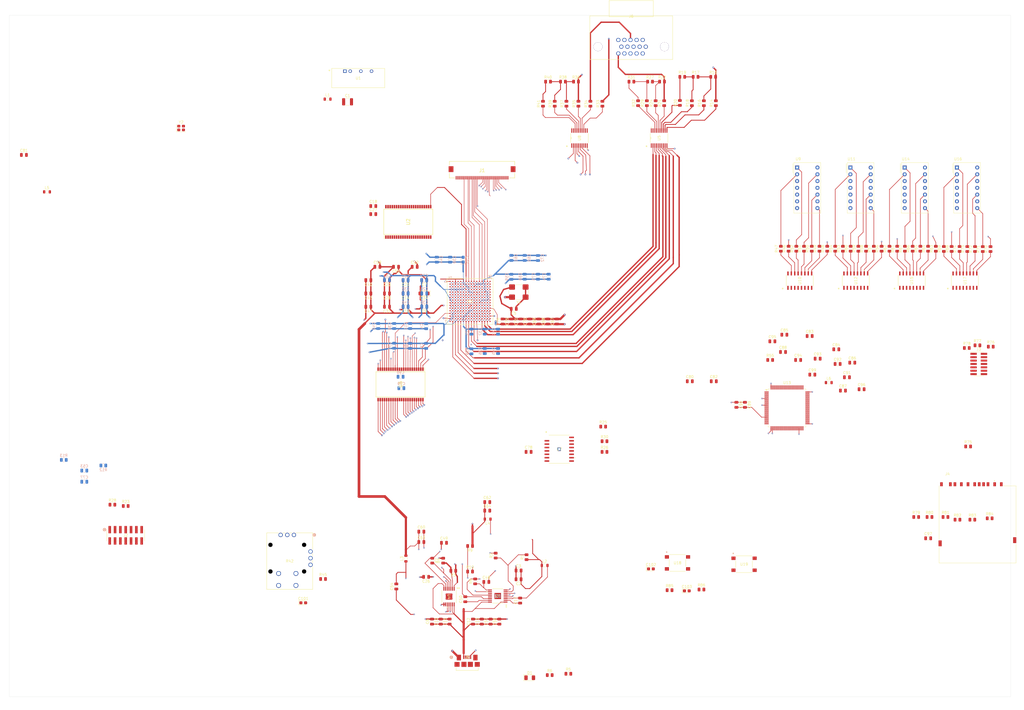
<source format=kicad_pcb>
(kicad_pcb (version 20241229) (generator "pcbnew") (generator_version "9.0")
  (layers (0 "F.Cu" signal) (4 "In1.Cu" signal) (6 "In2.Cu" signal) (8 "In3.Cu" power "3.3_PWR") (10 "In4.Cu" power "GND") (12 "In5.Cu" signal) (14 "In6.Cu" signal) (2 "B.Cu" signal) (13 "F.Paste" user) (15 "B.Paste" user) (5 "F.SilkS" user "F.Silkscreen") (7 "B.SilkS" user "B.Silkscreen") (1 "F.Mask" user) (3 "B.Mask" user) (25 "Edge.Cuts" user))
  (net 0 "")
  (net 1 "+5V")
  (net 2 "+1V8")
  (net 3 "+3V3")
  (net 4 "+1V0")
  (net 5 "Net-(U3-SW1)")
  (net 6 "Net-(U3-VBST1)")
  (net 7 "Net-(U4-SS)")
  (net 8 "Net-(U3-VREG5)")
  (net 9 "Net-(U4-VREG5)")
  (net 10 "Net-(U3-SW2)")
  (net 11 "Net-(U4-SW1)")
  (net 12 "+3.3V")
  (net 13 "Net-(U7-VSS)")
  (net 14 "Net-(U13-PH0)")
  (net 15 "Net-(U13-PH1)")
  (net 16 "Net-(U13-VREF+)")
  (net 17 "Net-(C92-Pad1)")
  (net 18 "PE9")
  (net 19 "PE10")
  (net 20 "PE11")
  (net 21 "Net-(D1-A)")
  (net 22 "R3")
  (net 23 "Net-(IC1-IO_L5P_T0_AD9P_15)")
  (net 24 "R2")
  (net 25 "B1")
  (net 26 "Net-(IC1-IO_L9P_T1_DQS_AD3P_15)")
  (net 27 "Net-(IC1-IO_L4P_T0_15)")
  (net 28 "Net-(IC1-IO_L7P_T1_AD2P_15)")
  (net 29 "Net-(IC1-IO_L2P_T0_AD8P_15)")
  (net 30 "G2")
  (net 31 "Net-(IC1-IO_L10N_T1_AD11N_15)")
  (net 32 "MCU_SCK")
  (net 33 "MCU_MISO")
  (net 34 "Net-(IC1-IO_L14P_T2_SRCC_15)")
  (net 35 "B2")
  (net 36 "VSYNC")
  (net 37 "Net-(IC1-IO_L3P_T0_DQS_AD1P_15)")
  (net 38 "Net-(IC1-TMS_0)")
  (net 39 "R1")
  (net 40 "G0")
  (net 41 "MCU_CS")
  (net 42 "K10")
  (net 43 "Net-(IC1-IO_L12N_T1_MRCC_15)")
  (net 44 "HSYNC")
  (net 45 "Net-(IC1-IO_L1P_T0_D00_MOSI_14)")
  (net 46 "Net-(IC1-IO_L11N_T1_SRCC_15)")
  (net 47 "E8")
  (net 48 "Net-(IC1-IO_L7N_T1_AD2N_15)")
  (net 49 "B3")
  (net 50 "R0")
  (net 51 "Net-(IC1-IO_L3N_T0_DQS_AD1N_15)")
  (net 52 "G3")
  (net 53 "Net-(IC1-IO_L2N_T0_D03_14)")
  (net 54 "Net-(IC1-IO_L2N_T0_AD8N_15)")
  (net 55 "Net-(IC1-IO_L5N_T0_AD9N_15)")
  (net 56 "Net-(IC1-IO_L11P_T1_SRCC_15)")
  (net 57 "Net-(IC1-IO_L1P_T0_AD0P_15)")
  (net 58 "Net-(IC1-IO_L4N_T0_15)")
  (net 59 "B0")
  (net 60 "MCU_MOSI")
  (net 61 "Net-(IC1-IO_L1N_T0_D01_DIN_14)")
  (net 62 "G1")
  (net 63 "Net-(IC1-IO_L8N_T1_AD10N_15)")
  (net 64 "Net-(IC1-IO_L1N_T0_AD0N_15)")
  (net 65 "GND")
  (net 66 "Net-(IC1-IO_L9N_T1_DQS_AD3N_15)")
  (net 67 "Net-(IC1-TCK_0)")
  (net 68 "L9")
  (net 69 "Net-(U3-VBST2)")
  (net 70 "Net-(U1-+VOUT)")
  (net 71 "Net-(J4-DATA2)")
  (net 72 "Net-(U1-+VIN)")
  (net 73 "Net-(U13-VLXSMPS)")
  (net 74 "Net-(U3-VFB1)")
  (net 75 "Net-(U4-VFB)")
  (net 76 "Net-(U3-EN1)")
  (net 77 "Net-(U3-VFB2)")
  (net 78 "BLUE")
  (net 79 "Net-(U5-B8)")
  (net 80 "Net-(R15-Pad1)")
  (net 81 "Net-(U5-B7)")
  (net 82 "Net-(R17-Pad1)")
  (net 83 "Net-(U5-B6)")
  (net 84 "Net-(R19-Pad1)")
  (net 85 "Net-(U5-B5)")
  (net 86 "Net-(U5-B4)")
  (net 87 "RED")
  (net 88 "Net-(R22-Pad1)")
  (net 89 "Net-(U5-B3)")
  (net 90 "J14")
  (net 91 "Net-(R27-Pad1)")
  (net 92 "Net-(U5-B2)")
  (net 93 "Net-(R31-Pad1)")
  (net 94 "Net-(U5-B1)")
  (net 95 "Net-(U8-B6)")
  (net 96 "Net-(U8-B5)")
  (net 97 "GREEN")
  (net 98 "Net-(U8-B4)")
  (net 99 "Net-(R36-Pad1)")
  (net 100 "Net-(U8-B3)")
  (net 101 "Net-(R38-Pad1)")
  (net 102 "Net-(U8-B2)")
  (net 103 "Net-(R40-Pad1)")
  (net 104 "Net-(U8-B1)")
  (net 105 "PC2")
  (net 106 "PC3")
  (net 107 "Net-(U9-G)")
  (net 108 "Net-(U10-g)")
  (net 109 "Net-(U10-f)")
  (net 110 "Net-(U9-F)")
  (net 111 "Net-(U9-E)")
  (net 112 "Net-(U10-e)")
  (net 113 "Net-(U10-d)")
  (net 114 "Net-(U9-D)")
  (net 115 "Net-(U9-C)")
  (net 116 "Net-(U10-c)")
  (net 117 "Net-(U9-B)")
  (net 118 "Net-(U10-b)")
  (net 119 "Net-(U9-A)")
  (net 120 "Net-(U10-a)")
  (net 121 "Net-(U12-g)")
  (net 122 "Net-(U11-G)")
  (net 123 "Net-(U11-F)")
  (net 124 "Net-(U12-f)")
  (net 125 "Net-(U13-PH3)")
  (net 126 "Net-(U11-E)")
  (net 127 "Net-(U12-e)")
  (net 128 "Net-(U12-d)")
  (net 129 "Net-(U11-D)")
  (net 130 "Net-(U11-C)")
  (net 131 "Net-(U12-c)")
  (net 132 "Net-(U11-B)")
  (net 133 "Net-(U12-b)")
  (net 134 "Net-(U11-A)")
  (net 135 "Net-(U12-a)")
  (net 136 "Net-(U15-g)")
  (net 137 "Net-(U14-G)")
  (net 138 "Net-(U14-F)")
  (net 139 "Net-(U15-f)")
  (net 140 "Net-(U15-e)")
  (net 141 "Net-(U14-E)")
  (net 142 "Net-(U14-D)")
  (net 143 "Net-(U15-d)")
  (net 144 "Net-(U14-C)")
  (net 145 "Net-(U15-c)")
  (net 146 "Net-(U14-B)")
  (net 147 "Net-(U15-b)")
  (net 148 "Net-(U14-A)")
  (net 149 "Net-(U15-a)")
  (net 150 "Net-(U16-G)")
  (net 151 "Net-(U17-g)")
  (net 152 "Net-(U16-F)")
  (net 153 "Net-(U17-f)")
  (net 154 "Net-(U16-E)")
  (net 155 "Net-(U17-e)")
  (net 156 "Net-(U16-D)")
  (net 157 "Net-(U17-d)")
  (net 158 "Net-(U16-C)")
  (net 159 "Net-(U17-c)")
  (net 160 "Net-(U17-b)")
  (net 161 "Net-(U16-B)")
  (net 162 "Net-(U16-A)")
  (net 163 "Net-(U17-a)")
  (net 164 "Net-(U13-PA14)")
  (net 165 "Net-(U13-PA13)")
  (net 166 "Net-(U13-PB3)")
  (net 167 "Net-(U13-PA15)")
  (net 168 "MISO")
  (net 169 "MOSI")
  (net 170 "CS(Acitive low)")
  (net 171 "PB15")
  (net 172 "PB13")
  (net 173 "PD8")
  (net 174 "PB14")
  (net 175 "PD10")
  (net 176 "PD12")
  (net 177 "PD9")
  (net 178 "PD11")
  (net 179 "PD15")
  (net 180 "PC6")
  (net 181 "PD13")
  (net 182 "PC7")
  (net 183 "PC8")
  (net 184 "PA9")
  (net 185 "PA8")
  (net 186 "PD14")
  (net 187 "Net-(J5-VBUS)")
  (net 188 "Net-(U4-VBST)")
  (net 189 "Net-(U7-VCC)")
  (net 190 "L14")
  (net 191 "N2")
  (net 192 "Net-(IC1-IO_L20N_T3_35)")
  (net 193 "P14")
  (net 195 "Net-(IC1-IO_L1N_T0_AD4N_35)")
  (net 196 "Net-(IC1-IO_L24N_T3_35)")
  (net 198 "P6")
  (net 199 "Net-(IC1-IO_0_35)")
  (net 200 "N16")
  (net 202 "Net-(IC1-IO_L23P_T3_35)")
  (net 203 "L12")
  (net 204 "Net-(IC1-IO_L23N_T3_35)")
  (net 205 "K13")
  (net 206 "M4")
  (net 207 "M16")
  (net 208 "L13")
  (net 209 "Net-(IC1-IO_L7N_T1_AD6N_35)")
  (net 210 "Net-(IC1-TDO_0)")
  (net 212 "P8")
  (net 215 "N14")
  (net 219 "Net-(IC1-IO_L13P_T2_MRCC_35)")
  (net 221 "Net-(IC1-IO_L22P_T3_35)")
  (net 222 "Net-(IC1-IO_L16P_T2_35)")
  (net 223 "Net-(IC1-IO_L14P_T2_SRCC_35)")
  (net 224 "P9")
  (net 228 "Net-(IC1-IO_L9N_T1_DQS_AD7N_35)")
  (net 230 "Net-(IC1-IO_L4P_T0_35)")
  (net 231 "Net-(IC1-IO_L22N_T3_35)")
  (net 232 "K12")
  (net 233 "Net-(IC1-IO_L18N_T2_35)")
  (net 235 "P13")
  (net 238 "Net-(IC1-IO_L21P_T3_DQS_35)")
  (net 239 "P5")
  (net 240 "Net-(IC1-TDI_0)")
  (net 241 "Net-(IC1-IO_L17P_T2_35)")
  (net 242 "Net-(IC1-IO_L14N_T2_SRCC_35)")
  (net 244 "Net-(IC1-IO_L24P_T3_35)")
  (net 246 "Net-(IC1-IO_L16N_T2_35)")
  (net 248 "Net-(IC1-IO_L17N_T2_35)")
  (net 249 "M6")
  (net 252 "M14")
  (net 255 "P16")
  (net 257 "L15")
  (net 258 "Net-(IC1-IO_L12P_T1_MRCC_35)")
  (net 259 "P10")
  (net 260 "Net-(IC1-IO_L15P_T2_DQS_35)")
  (net 262 "M5")
  (net 264 "Net-(IC1-IO_L11N_T1_SRCC_35)")
  (net 265 "P3")
  (net 266 "N9")
  (net 267 "Net-(IC1-IO_L18P_T2_35)")
  (net 268 "Net-(IC1-IO_L12N_T1_MRCC_35)")
  (net 269 "N11")
  (net 274 "N12")
  (net 275 "Net-(IC1-IO_L13N_T2_MRCC_35)")
  (net 276 "P11")
  (net 278 "Net-(IC1-IO_L5N_T0_AD13N_35)")
  (net 282 "Net-(IC1-IO_L11P_T1_SRCC_35)")
  (net 284 "Net-(IC1-IO_L10P_T1_AD15P_35)")
  (net 285 "Net-(IC1-IO_L6P_T0_35)")
  (net 287 "FPGA_DONE")
  (net 289 "N3")
  (net 291 "Net-(IC1-IO_L10N_T1_AD15N_35)")
  (net 292 "Net-(IC1-IO_L15N_T2_DQS_35)")
  (net 293 "Net-(IC1-IO_L9P_T1_DQS_AD7P_35)")
  (net 294 "Net-(IC1-IO_L21N_T3_DQS_35)")
  (net 295 "P1")
  (net 296 "Net-(IC1-IO_L8P_T1_AD14P_35)")
  (net 298 "M15")
  (net 301 "Net-(IC1-IO_L5P_T0_AD13P_35)")
  (net 302 "P15")
  (net 303 "Net-(IC1-IO_L19P_T3_35)")
  (net 304 "Net-(IC1-IO_25_35)")
  (net 305 "Net-(IC1-IO_L7P_T1_AD6P_35)")
  (net 307 "P4")
  (net 308 "Net-(IC1-IO_L1P_T0_AD4P_35)")
  (net 309 "Net-(IC1-IO_L2N_T0_AD12N_35)")
  (net 310 "N1")
  (net 311 "K15")
  (net 312 "Net-(IC1-IO_L2P_T0_AD12P_35)")
  (net 313 "N13")
  (net 314 "T12")
  (net 315 "Net-(IC1-IO_L20P_T3_35)")
  (net 328 "Net-(U3-EN2)")
  (net 329 "J13")
  (net 330 "K16")
  (net 333 "Net-(J3-JCLK{slash}SWCLK)")
  (net 334 "Net-(J3-JTMS{slash}SWDIO)")
  (net 335 "Net-(J3-JTDO{slash}SWO)")
  (net 336 "Net-(J3-JTDI{slash}NC)")
  (net 337 "Net-(J4-DATA1)")
  (net 338 "Card Detect(Active low)")
  (net 357 "SCK")
  (net 358 "Net-(J3-~{RST})")
  (net 417 "R10")
  (net 418 "R12")
  (net 419 "R6")
  (net 420 "R8")
  (net 421 "R11")
  (net 422 "R5")
  (net 423 "R7")
  (net 424 "Net-(U6-VSS)")
  (net 425 "Net-(U6-VDD)")
  (footprint "Resistor_SMD:R_0805_2012Metric" (layer "F.Cu") (at 220.775 45.4194)
    (property "Reference" "R40")
    (property "Value" "270")
  )
  (footprint "PTS645SM43SMTR92-LFS:SWITCH_43SMTR92LFS" (layer "F.Cu") (at 269.374998 226.249999)
    (property "Reference" "U18")
    (property "Value" "PTS645SM43SMTR92LFS")
  )
  (footprint "Capacitor_SMD:C_0805_2012Metric" (layer "F.Cu") (at 173.2 214.5)
    (property "Reference" "C60")
    (property "Value" "22u")
  )
  (footprint "Capacitor_SMD:C_0805_2012Metric" (layer "F.Cu") (at 209.7 229.1)
    (property "Reference" "C3")
    (property "Value" "22u")
  )
  (footprint "Capacitor_SMD:C_0805_2012Metric" (layer "F.Cu") (at 197.95 206.6)
    (property "Reference" "C64")
    (property "Value" "22u")
  )
  (footprint "Capacitor_SMD:C_0805_2012Metric" (layer "F.Cu") (at 163.7 115 180)
    (property "Reference" "C55")
    (property "Value" "4.7u")
  )
  (footprint "Capacitor_SMD:C_0805_2012Metric" (layer "F.Cu") (at 153.3 120 180)
    (property "Reference" "C40")
    (property "Value" "4.7u")
  )
  (footprint "Resistor_SMD:R_0805_2012Metric" (layer "F.Cu") (at 382 144.5)
    (property "Reference" "R77")
    (property "Value" "47")
  )
  (footprint "Capacitor_SMD:C_0805_2012Metric" (layer "F.Cu") (at 207.1 135.55 90)
    (property "Reference" "C75")
    (property "Value" "4.7u")
  )
  (footprint "Capacitor_Tantalum_SMD:CP_EIA-2012-15_AVX-P" (layer "F.Cu") (at 259.4 228.5)
    (property "Reference" "C102")
    (property "Value" "1u")
  )
  (footprint "MC14511BDG:SOIC-16_ONS" (layer "F.Cu") (at 336.325 120.197702 90)
    (property "Reference" "U12")
    (property "Value" "MC14511BDG")
  )
  (footprint "Capacitor_SMD:C_0805_2012Metric" (layer "F.Cu") (at 209.7 232.4 180)
    (property "Reference" "C2")
    (property "Value" "22u")
  )
  (footprint "Inductor_SMD:L_0805_2012Metric" (layer "F.Cu") (at 219.5 227.2)
    (property "Reference" "L2")
    (property "Value" "1.5u")
  )
  (footprint "SN74ALVC245PWR:PW20" (layer "F.Cu") (at 232.575 66.6194 90)
    (property "Reference" "U8")
    (property "Value" "SN74ALVC245PWR")
  )
  (footprint "Resistor_SMD:R_0805_2012Metric" (layer "F.Cu") (at 381.1 108.3125 90)
    (property "Reference" "R72")
    (property "Value" "220")
  )
  (footprint "Resistor_SMD:R_0805_2012Metric" (layer "F.Cu") (at 193.4 233.2 90)
    (property "Reference" "R8")
    (property "Value" "100k")
  )
  (footprint "footprints:SO3016_INF" (layer "F.Cu") (at 224.97085 183.535)
    (property "Reference" "U7")
    (property "Value" "S25FL127S")
  )
  (footprint "Capacitor_SMD:C_0805_2012Metric" (layer "F.Cu") (at 197.6 233.4)
    (property "Reference" "C48")
    (property "Value" "1u")
  )
  (footprint "Capacitor_SMD:C_0805_2012Metric" (layer "F.Cu") (at 294.7 166.85 -90)
    (property "Reference" "C89")
    (property "Value" "1u")
  )
  (footprint "Resistor_SMD:R_0805_2012Metric" (layer "F.Cu") (at 223.275 53.7194 90)
    (property "Reference" "R39")
    (property "Value" "536")
  )
  (footprint "Resistor_SMD:R_0805_2012Metric" (layer "F.Cu") (at 322.7 108.2 90)
    (property "Reference" "R49")
    (property "Value" "220")
  )
  (footprint "Resistor_SMD:R_0805_2012Metric" (layer "F.Cu") (at 311.1 108.2 90)
    (property "Reference" "R46")
    (property "Value" "220")
  )
  (footprint "Capacitor_SMD:C_0805_2012Metric" (layer "F.Cu") (at 329.5 151.5)
    (property "Reference" "C92")
    (property "Value" "2.2u")
  )
  (footprint "Resistor_SMD:R_0805_2012Metric" (layer "F.Cu") (at 261.175 53.5194 90)
    (property "Reference" "R24")
    (property "Value" "536")
  )
  (footprint "Capacitor_SMD:C_0805_2012Metric" (layer "F.Cu") (at 309.5 140.5)
    (property "Reference" "C85")
    (property "Value" "100n")
  )
  (footprint "Resistor_SMD:R_0805_2012Metric" (layer "F.Cu") (at 274.775 53.5194 90)
    (property "Reference" "R18")
    (property "Value" "536")
  )
  (footprint "Resistor_SMD:R_0805_2012Metric" (layer "F.Cu") (at 257.875 53.5194 90)
    (property "Reference" "R29")
    (property "Value" "536")
  )
  (footprint "Capacitor_SMD:C_0805_2012Metric" (layer "F.Cu") (at 167.3 125 180)
    (property "Reference" "C14")
    (property "Value" "470n")
  )
  (footprint "Resistor_SMD:R_0805_2012Metric" (layer "F.Cu") (at 369.4 108.2875 90)
    (property "Reference" "R69")
    (property "Value" "220")
  )
  (footprint "Inductor_SMD:L_0805_2012Metric" (layer "F.Cu") (at 32.645 86.835)
    (property "Reference" "L5")
    (property "Value" "FerriteBead")
  )
  (footprint "Capacitor_SMD:C_0805_2012Metric" (layer "F.Cu") (at 203.7 135.55 90)
    (property "Reference" "C76")
    (property "Value" "4.7u")
  )
  (footprint "Resistor_SMD:R_0805_2012Metric" (layer "F.Cu") (at 231.275 45.4194)
    (property "Reference" "R36")
    (property "Value" "270")
  )
  (footprint "Capacitor_SMD:C_0805_2012Metric" (layer "F.Cu") (at 173.2 218.4)
    (property "Reference" "C63")
    (property "Value" "22u")
  )
  (footprint "MC14511BDG:SOIC-16_ONS" (layer "F.Cu") (at 357.3 120.2 90)
    (property "Reference" "U15")
    (property "Value" "MC14511BDG" (hide yes))
  )
  (footprint "Resistor_SMD:R_0805_2012Metric" (layer "F.Cu") (at 241.47085 175.035)
    (property "Reference" "R25")
    (property "Value" "100")
  )
  (footprint "Resistor_SMD:R_0805_2012Metric" (layer "F.Cu") (at 387 145)
    (property "Reference" "R76")
    (property "Value" "47")
  )
  (footprint "Resistor_SMD:R_0805_2012Metric" (layer "F.Cu") (at 283.775 53.5194 90)
    (property "Reference" "R14")
    (property "Value" "536")
  )
  (footprint "Resistor_SMD:R_0805_2012Metric" (layer "F.Cu") (at 316.9 108.2 90)
    (property "Reference" "R51")
    (property "Value" "220")
  )
  (footprint "Capacitor_SMD:C_0805_2012Metric" (layer "F.Cu") (at 333 156.5)
    (property "Reference" "C91")
    (property "Value" "10u")
  )
  (footprint "Capacitor_SMD:C_0805_2012Metric" (layer "F.Cu") (at 183.8 248.3 90)
    (property "Reference" "C15")
    (property "Value" "100n")
  )
  (footprint "Capacitor_SMD:C_0805_2012Metric" (layer "F.Cu") (at 174.3 130 180)
    (property "Reference" "C9")
    (property "Value" "470n")
  )
  (footprint "Resistor_SMD:R_0805_2012Metric" (layer "F.Cu") (at 282.775 43.6194)
    (property "Reference" "R15")
    (property "Value" "270")
  )
  (footprint "Capacitor_Tantalum_SMD:CP_EIA-3216-10_Kemet-I" (layer "F.Cu") (at 174.2 125 180)
    (property "Reference" "C34")
    (property "Value" "330u")
  )
  (footprint "Resistor_SMD:R_0805_2012Metric" (layer "F.Cu") (at 191.5 229.5)
    (property "Reference" "R10")
    (property "Value" "22.1k")
  )
  (footprint "Capacitor_SMD:C_0805_2012Metric" (layer "F.Cu") (at 155.15 95.19)
    (property "Reference" "C27")
    (property "Value" "100n")
  )
  (footprint "Capacitor_SMD:C_0805_2012Metric" (layer "F.Cu") (at 156.7 115)
    (property "Reference" "C58")
    (property "Value" "4.7u")
  )
  (footprint "Resistor_SMD:R_0805_2012Metric" (layer "F.Cu") (at 357.68 108.2 90)
    (property "Reference" "R66")
    (property "Value" "220")
  )
  (footprint "NetTie:NetTie-2_SMD_Pad0.5mm" (layer "F.Cu") (at 192.4 212 90)
    (property "Reference" "REF**" (hide yes))
    (property "Value" "NetTie-2_SMD_Pad0.5mm" (hide yes))
  )
  (footprint "Capacitor_Tantalum_SMD:CP_EIA-2012-15_AVX-P" (layer "F.Cu") (at 272.874998 236.749999)
    (property "Reference" "C103")
    (property "Value" "1u")
  )
  (footprint "Capacitor_SMD:C_0805_2012Metric" (layer "F.Cu") (at 175 231.5 180)
    (property "Reference" "C26")
    (property "Value" "3.3n")
  )
  (footprint "Inductor_SMD:L_0805_2012Metric" (layer "F.Cu") (at 167.4 224.6 90)
    (property "Reference" "L3")
    (property "Value" "1.5u")
  )
  (footprint "Resistor_SMD:R_0805_2012Metric" (layer "F.Cu") (at 340.2 108.2 90)
    (property "Reference" "R58")
    (property "Value" "220")
  )
  (footprint "Resistor_SMD:R_0805_2012Metric" (layer "F.Cu") (at 308.2 108.2 90)
    (property "Reference" "R47")
    (property "Value" "220")
  )
  (footprint "MC14511BDG:SOIC-16_ONS" (layer "F.Cu") (at 315.3 120.2 90)
    (property "Reference" "U10")
    (property "Value" "MC14511BDG")
  )
  (footprint "Inductor_SMD:L_0805_2012Metric" (layer "F.Cu") (at 326.175 158.5)
    (property "Reference" "L6")
    (property "Value" "2.2u")
  )
  (footprint "Resistor_SMD:R_0805_2012Metric" (layer "F.Cu") (at 279.275 53.5194 90)
    (property "Reference" "R16")
    (property "Value" "536")
  )
  (footprint "Capacitor_SMD:C_0805_2012Metric" (layer "F.Cu") (at 180.5 248.3 90)
    (property "Reference" "C10")
    (property "Value" "10u")
  )
  (footprint "Resistor_SMD:R_0805_2012Metric" (layer "F.Cu") (at 314 108.2 90)
    (property "Reference" "R52")
    (property "Value" "220")
  )
  (footprint "Capacitor_SMD:C_0805_2012Metric" (layer "F.Cu") (at 329 146)
    (property "Reference" "C84")
    (property "Value" "100n")
  )
  (footprint "Resistor_SMD:R_0805_2012Metric" (layer "F.Cu") (at 57.200001 204.3689)
    (property "Reference" "R28")
    (property "Value" "10k")
  )
  (footprint "Resistor_SMD:R_0805_2012Metric" (layer "F.Cu") (at 325.6 108.2 90)
    (property "Reference" "R48")
    (property "Value" "220")
  )
  (footprint "TPS54325PWPR:PWP14_2P31X2P46" (layer "F.Cu") (at 183.6 238.9 -90)
    (property "Reference" "U4")
    (property "Value" "TPS54325PWPR")
  )
  (footprint "Resistor_SMD:R_0805_2012Metric" (layer "F.Cu") (at 278.374998 236.249999)
    (property "Reference" "R86")
    (property "Value" "1k")
  )
  (footprint "Resistor_SMD:R_0805_2012Metric" (layer "F.Cu") (at 227.675 53.7194 90)
    (property "Reference" "R37")
    (property "Value" "536")
  )
  (footprint "Resistor_SMD:R_0805_2012Metric" (layer "F.Cu") (at 319.8 108.2 90)
    (property "Reference" "R50")
    (property "Value" "220")
  )
  (footprint "Resistor_SMD:R_0805_2012Metric" (layer "F.Cu") (at 181.4 225.4 90)
    (property "Reference" "R4")
    (property "Value" "22.1k")
  )
  (footprint "Resistor_SMD:R_0805_2012Metric" (layer "F.Cu") (at 374.5 210)
    (property "Reference" "R82")
    (property "Value" "10K")
  )
  (footprint "Capacitor_SMD:C_0805_2012Metric" (layer "F.Cu") (at 160.3 130 180)
    (property "Reference" "C31")
    (property "Value" "470n")
  )
  (footprint "Capacitor_SMD:C_0805_2012Metric" (layer "F.Cu") (at 210.3 240.4 90)
    (property "Reference" "C17")
    (property "Value" "100n")
  )
  (footprint "Resistor_SMD:R_0805_2012Metric" (layer "F.Cu") (at 384 108.325 90)
    (property "Reference" "R71")
    (property "Value" "220")
  )
  (footprint "Resistor_SMD:R_0805_2012Metric" (layer "F.Cu") (at 276.175 43.6194)
    (property "Reference" "R17")
    (property "Value" "270")
  )
  (footprint "MC14511BDG:SOIC-16_ONS" (layer "F.Cu") (at 377.3 120.2 90)
    (property "Reference" "U17")
    (property "Value" "MC14511BDG")
  )
  (footprint "Resistor_SMD:R_0805_2012Metric" (layer "F.Cu") (at 266.4 236.5)
    (property "Reference" "R85")
    (property "Value" "1k")
  )
  (footprint "Capacitor_SMD:C_0805_2012Metric" (layer "F.Cu") (at 167.3 130 180)
    (property "Reference" "C19")
    (property "Value" "470n")
  )
  (footprint "Capacitor_SMD:C_0805_2012Metric" (layer "F.Cu") (at 160.3 120 180)
    (property "Reference" "C23")
    (property "Value" "470n")
  )
  (footprint "Capacitor_SMD:C_0805_2012Metric" (layer "F.Cu") (at 210.5 135.55 90)
    (property "Reference" "C71")
    (property "Value" "47u")
  )
  (footprint "Capacitor_SMD:C_0805_2012Metric" (layer "F.Cu") (at 322 149.5)
    (property "Reference" "C93")
    (property "Value" "2.2u")
  )
  (footprint "Resistor_SMD:R_0805_2012Metric" (layer "F.Cu") (at 241.175 53.7194 90)
    (property "Reference" "R33")
    (property "Value" "100")
  )
  (footprint "Resistor_SMD:R_0805_2012Metric" (layer "F.Cu") (at 263.575 45.4194)
    (property "Reference" "R22")
    (property "Value" "270")
  )
  (footprint "Resistor_SMD:R_0805_2012Metric" (layer "F.Cu") (at 226.375 45.4194)
    (property "Reference" "R38")
    (property "Value" "270")
  )
  (footprint "Resistor_SMD:R_0805_2012Metric" (layer "F.Cu") (at 201.1 223.5 90)
    (property "Reference" "R2")
    (property "Value" "22.1k")
  )
  (footprint "Oscillator:Oscillator_SMD_SiT_PQFN-4Pin_7.0x5.0mm" (layer "F.Cu") (at 209.8 124.5 180)
    (property "Reference" "Y1")
    (property "Value" "ASCO")
  )
  (footprint "SN74ALVC245PWR:PW20" (layer "F.Cu") (at 262.475 66.6194 90)
    (property "Reference" "U5")
    (property "Value" "SN74ALVC245PWR")
  )
  (footprint "Capacitor_SMD:C_1210_3225Metric" (layer "F.Cu") (at 145.5 53)
    (property "Reference" "C1")
    (property "Value" "1210, 2.2µF/100V")
  )
  (footprint "Resistor_SMD:R_0805_2012Metric" (layer "F.Cu") (at 264.375 53.5194 90)
    (property "Reference" "R21")
    (property "Value" "536")
  )
  (footprint "Capacitor_SMD:C_0805_2012Metric" (layer "F.Cu") (at 220.7 135.55 90)
    (property "Reference" "C68")
    (property "Value" "470n")
  )
  (footprint "Resistor_SMD:R_0805_2012Metric" (layer "F.Cu") (at 378.2 108.3125 90)
    (property "Reference" "R73")
    (property "Value" "220")
  )
  (footprint "Resistor_SMD:R_0805_2012Metric" (layer "F.Cu") (at 221.4 268.4)
    (property "Reference" "R6")
    (property "Value" "100")
  )
  (footprint "XC7A100T-FTG256:FTG256_AMD" (layer "F.Cu") (at 191.5 128)
    (property "Reference" "IC1")
    (property "Value" "XC7A100T-1FTG256C")
  )
  (footprint "Resistor_SMD:R_0805_2012Metric" (layer "F.Cu") (at 236.675 53.7194 90)
    (property "Reference" "R34")
    (property "Value" "100")
  )
  (footprint "Resistor_SMD:R_0805_2012Metric" (layer "F.Cu") (at 370 209)
    (property "Reference" "R81")
    (property "Value" "10K")
  )
  (footprint "Resistor_SMD:R_0805_2012Metric" (layer "F.Cu") (at 363.48 108.2 90)
    (property "Reference" "R64")
    (property "Value" "220")
  )
  (footprint "SD_card_conn:AMPHENOL_10067847-001RLF" (layer "F.Cu") (at 381.5875 221)
    (property "Reference" "J4")
    (property "Value" "~")
  )
  (footprint "Capacitor_SMD:C_0805_2012Metric" (layer "F.Cu") (at 320 155.5)
    (property "Reference" "C99")
    (property "Value" "10u")
  )
  (footprint "Resistor_SMD:R_0805_2012Metric" (layer "F.Cu") (at 331.5 108.2 90)
    (property "Reference" "R53")
    (property "Value" "220")
  )
  (footprint "Resistor_SMD:R_0805_2012Metric" (layer "F.Cu") (at 359 209)
    (property "Reference" "R79")
    (property "Value" "10K")
  )
  (footprint "Display_7Segment:MAN72A" (layer "F.Cu") (at 334.3 77.7)
    (property "Reference" "U11")
    (property "Value" "MAN72A")
  )
  (footprint "Capacitor_SMD:C_0805_2012Metric" (layer "F.Cu") (at 195.9 248.3 90)
    (property "Reference" "C13")
    (property "Value" "100n")
  )
  (footprint "joystick:THB001P_CNK" (layer "F.Cu") (at 125.366599 215.737)
    (property "Reference" "R42")
    (property "Value" "THB001P")
  )
  (footprint "Resistor_SMD:R_0805_2012Metric" (layer "F.Cu") (at 375.3 108.2875 90)
    (property "Reference" "R74")
    (property "Value" "220")
  )
  (footprint "Resistor_SMD:R_0805_2012Metric" (layer "F.Cu") (at 232.175 53.7194 90)
    (property "Reference" "R35")
    (property "Value" "536")
  )
  (footprint "Resistor_SMD:R_0805_2012Metric" (layer "F.Cu") (at 177.3 225.4 -90)
    (property "Reference" "R7")
    (property "Value" "100k")
  )
  (footprint "Resistor_SMD:R_0805_2012Metric" (layer "F.Cu") (at 334.4 108.2 90)
    (property "Reference" "R60")
    (property "Value" "220")
  )
  (footprint "Resistor_SMD:R_0805_2012Metric" (layer "F.Cu") (at 360.58 108.2 90)
    (property "Reference" "R65")
    (property "Value" "220")
  )
  (footprint "Capacitor_SMD:C_0805_2012Metric" (layer "F.Cu") (at 160.3 125 180)
    (property "Reference" "C28")
    (property "Value" "470n")
  )
  (footprint "Resistor_SMD:R_0805_2012Metric" (layer "F.Cu") (at 218.875 53.7194 90)
    (property "Reference" "R41")
    (property "Value" "536")
  )
  (footprint "Resistor_SMD:R_0805_2012Metric" (layer "F.Cu") (at 380.0875 210)
    (property "Reference" "R83")
    (property "Value" "10K")
  )
  (footprint "Capacitor_SMD:C_0805_2012Metric" (layer "F.Cu") (at 202.5 248.3 90)
    (property "Reference" "C56")
    (property "Value" "10u")
  )
  (footprint "Capacitor_SMD:C_0805_2012Metric" (layer "F.Cu") (at 224.1 135.55 90)
    (property "Reference" "C67")
    (property "Value" "470n")
  )
  (footprint "Resistor_SMD:R_0805_2012Metric" (layer "F.Cu") (at 366.38 108.2125 90)
    (property "Reference" "R63")
    (property "Value" "220")
  )
  (footprint "Crystal:Crystal_SMD_2520-4Pin_2.5x2.0mm" (layer "F.Cu") (at 83 62.845)
    (property "Reference" "Y2")
    (property "Value" "48MHz")
  )
  (footprint "Resistor_SMD:R_0805_2012Metric" (layer "F.Cu") (at 191.5 219.9 180)
    (property "Reference" "R9")
    (property "Value" "73.2k")
  )
  (footprint "Resistor_SMD:R_0805_2012Metric" (layer "F.Cu") (at 337.3 108.2 90)
    (property "Reference" "R59")
    (property "Value" "220")
  )
  (footprint "LED_SMD:LED_1206_3216Metric" (layer "F.Cu") (at 213.9 269.4)
    (property "Reference" "D1")
    (property "Value" "IR26-21C_L110_TR8")
  )
  (footprint "2S7A_0518S1U:SIP4_2S7A_GAP" (layer "F.Cu") (at 144.5 41.5)
    (property "Reference" "U1")
    (property "Value" "2S7A_0518S1U")
  )
  (footprint "Resistor_SMD:R_0805_2012Metric" (layer "F.Cu") (at 241.97085 180.535)
    (property "Reference" "R30")
    (property "Value" "100")
  )
  (footprint "Resistor_SMD:R_0805_2012Metric" (layer "F.Cu") (at 241.97085 184.535)
    (property "Reference" "R26")
    (property "Value" "100")
  )
  (footprint "Capacitor_SMD:C_0805_2012Metric" (layer "F.Cu") (at 23.975 72.955)
    (property "Reference" "C81")
    (property "Value" "100n")
  )
  (footprint "Resistor_SMD:R_0805_2012Metric" (layer "F.Cu") (at 378 145.5)
    (property "Reference" "R78")
    (property "Value" "47")
  )
  (footprint "Package_QFP:LQFP-100_14x14mm_P0.5mm" (layer "F.Cu") (at 310.5 168)
    (property "Reference" "U13")
    (property "Value" "STM32U545VETxQ")
  )
  (footprint "Resistor_SMD:R_0805_2012Metric" (layer "F.Cu") (at 136.3 232.3)
    (property "Reference" "R45")
    (property "Value" "1k")
  )
  (footprint "Resistor_SMD:R_0805_2012Metric" (layer "F.Cu") (at 346 108.2 90)
    (property "Reference" "R56")
    (property "Value" "220")
  )
  (footprint "Display_7Segment:MAN72A" (layer "F.Cu") (at 354.68 77.7)
    (property "Reference" "U14")
    (property "Value" "MAN72A")
  )
  (footprint "Capacitor_SMD:C_0805_2012Metric" (layer "F.Cu") (at 213.47085 184.535)
    (property "Reference" "C78")
    (property "Value" "100n")
  )
  (footprint "Capacitor_SMD:C_0805_2012Metric" (layer "F.Cu") (at 305 143)
    (property "Reference" "C95")
    (property "Value" "100n")
  )
  (footprint "Capacitor_SMD:C_0805_2012Metric" (layer "F.Cu") (at 174.3 120 180)
    (property "Reference" "C7")
    (property "Value" "470n")
  )
  (footprint "Resistor_SMD:R_0805_2012Metric" (layer "F.Cu") (at 364 209)
    (property "Reference" "R80")
    (property "Value" "10K")
  )
  (footprint "Resistor_SMD:R_0805_2012Metric" (layer "F.Cu") (at 252.075 45.4194)
    (property "Reference" "R31")
    (property "Value" "270")
  )
  (footprint "Resistor_SMD:R_0805_2012Metric" (layer "F.Cu") (at 386.9 108.325 90)
    (property "Reference" "R70")
    (property "Value" "220")
  )
  (footprint "debug_FPGA:CONN14_877591414_MOL" (layer "F.Cu") (at 62.200001 215.8689)
    (property "Reference" "J2")
    (property "Value" "~")
  )
  (footprint "Resistor_SMD:R_0805_2012Metric" (layer "F.Cu") (at 270.275 53.4194 90)
    (property "Reference" "R20")
    (property "Value" "536")
  )
  (footprint "Resistor_SMD:R_0805_2012Metric" (layer "F.Cu") (at 271.175 43.6194)
    (property "Reference" "R19")
    (property "Value" "270")
  )
  (footprint "Resistor_SMD:R_0805_2012Metric" (layer "F.Cu") (at 354.78 108.2 90)
    (property "Reference" "R67")
    (property "Value" "220")
  )
  (footprint "Capacitor_SMD:C_0805_2012Metric" (layer "F.Cu") (at 338.5 161)
    (property "Reference" "C96")
    (property "Value" "100n")
  )
  (footprint "Capacitor_SMD:C_0805_2012Metric" (layer "F.Cu") (at 283 158)
    (property "Reference" "C82")
    (property "Value" "6pF")
  )
  (footprint "Capacitor_SMD:C_0805_2012Metric" (layer "F.Cu") (at 207.9 130.8 180)
    (property "Reference" "C5")
    (property "Value" "100n")
  )
  (footprint "Capacitor_SMD:C_0805_2012Metric" (layer "F.Cu") (at 213.9 135.55 90)
    (property "Reference" "C70")
    (property "Value" "470n")
  )
  (footprint "vgaaaaaa:CONN_AHDF15A-KG-TAXB_ASM" (layer "F.Cu") (at 252.005 20.87)
    (property "Reference" "J6")
    (property "Value" "AHDF15A-KG-TAXB")
  )
  (footprint "Capacitor_SMD:C_0805_2012Metric" (layer "F.Cu") (at 314.675 150)
    (property "Reference" "C94")
    (property "Value" "1u")
  )
  (footprint "Capacitor_SMD:C_0805_2012Metric" (layer "F.Cu") (at 197.95 203.4)
    (property "Reference" "C62")
    (property "Value" "22u")
  )
  (footprint "Display_7Segment:MAN72A" (layer "F.Cu") (at 314.3 77.7)
    (property "Reference" "U9")
    (property "Value" "MAN72A")
  )
  (footprint "Capacitor_SMD:C_0805_2012Metric" (layer "F.Cu") (at 291.5 166.85 -90)
    (property "Reference" "C90")
    (property "Value" "100n")
  )
  (footprint "Resistor_SMD:R_0805_2012Metric" (layer "F.Cu") (at 304.175 150)
    (property "Reference" "R55")
    (property "Value" "10k")
  )
  (footprint "Display_7Segment:MAN72A" (layer "F.Cu") (at 374.3 77.7)
    (property "Reference" "U16")
    (property "Value" "MAN72A")
  )
  (footprint "Resistor_SMD:R_0805_2012Metric" (layer "F.Cu") (at 212.7 224.1 90)
    (property "Reference" "R1")
    (property "Value" "30.1k")
  )
  (footprint "TPS54294PWP:PWP16_2P31X2P46" (layer "F.Cu") (at 201.9 238.6937 180)
    (property "Reference" "U3")
    (property "Value" "TPS54294PWP" (hide yes))
  )
  (footprint "Capacitor_SMD:C_0805_2012Metric" (layer "F.Cu") (at 319 141)
    (property "Reference" "C83")
    (property "Value" "100n")
  )
  (footprint "Resistor_SMD:R_0805_2012Metric" (layer "F.Cu") (at 328.6 108.2 90)
    (property "Reference" "R54")
    (property "Value" "220")
  )
  (footprint "Resistor_SMD:R_0805_2012Metric" (layer "F.Cu") (at 343.1 108.2 90)
    (property "Reference" "R57")
    (property "Value" "220")
  )
  (footprint "Resistor_SMD:R_0805_2012Metric" (layer "F.Cu") (at 228.4 267.9)
    (property "Reference" "R5")
    (property "Value" "200")
  )
  (footprint "NetTie:NetTie-2_THT_Pad0.3mm" (layer "F.Cu") (at 201.1 135.4 -90)
    (property "Reference" "REF**" (hide yes))
    (property "Value" "NetTie-2_THT_Pad0.3mm" (hide yes))
  )
  (footprint "Resistor_SMD:R_0805_2012Metric" (layer "F.Cu") (at 259.075 45.4194)
    (property "Reference" "R27")
    (property "Value" "270")
  )
  (footprint "Resistor_SMD:R_0805_2012Metric" (layer "F.Cu") (at 62.200001 204.8689)
    (property "Reference" "R23")
    (property "Value" "10k")
  )
  (footprint "Resistor_SMD:R_0805_2012Metric" (layer "F.Cu") (at 185.2 229.2 180)
    (property "Reference" "R3")
    (property "Value" "6.81k")
  )
  (footprint "KiCad:FH12A40S05SH55" (layer "F.Cu") (at 196 78.5)
    (property "Reference" "J1")
    (property "Value" "FFC3B11-40-T" (hide yes))
  )
  (footprint "Resistor_SMD:R_0805_2012Metric" (layer "F.Cu") (at 372.3 108.275 90)
    (property "Reference" "R68")
    (property "Value" "220")
  )
  (footprint "Capacitor_Tantalum_SMD:CP_EIA-2012-15_AVX-P" (layer "F.Cu") (at 128.866599 241.237)
    (property "Reference" "C101")
    (property "Value" "1u")
  )
  (footprint "Capacitor_SMD:C_0805_2012Metric" (layer "F.Cu") (at 155.15 92.18)
    (property "Reference" "C18")
    (property "Value" "100n")
  )
  (footprint "Capacitor_SMD:C_0805_2012Metric" (layer "F.Cu") (at 335 151)
    (property "Reference" "C86")
    (property "Value" "100n")
  )
  (footprint "Inductor_SMD:L_0805_2012Metric" (layer "F.Cu") (at 198.1 209.8 180)
    (property "Reference" "L4")
    (property "Value" "2.2u")
  )
  (footprint "Capacitor_SMD:C_0805_2012Metric" (layer "F.Cu") (at 177.2 248.3 90)
    (property "Reference" "C6")
    (property "Value" "100u")
  )
  (footprint "Capacitor_SMD:C_0805_2012Metric" (layer "F.Cu") (at 170.7 115)
    (property "Reference" "C52")
    (property "Value" "4.7u")
  )
  (footprint "Capacitor_SMD:C_0805_2012Metric" (layer "F.Cu") (at 181.7 218.7)
    (property "Reference" "C49")
    (property "Value" "1u")
  )
  (footprint "Resistor_SMD:R_0805_2012Metric" (layer "F.Cu") (at 378.5 182.5)
    (property "Reference" "R75")
    (property "Value" "47")
  )
  (footprint "Resistor_SMD:R_0805_2012Metric" (layer "F.Cu") (at 386.5875 209.5)
    (property "Reference" "R84")
    (property "Value" "10K")
  )
  (footprint "Capacitor_SMD:C_0805_2012Metric" (layer "F.Cu") (at 153.3 125 180)
    (property "Reference" "C43")
    (property "Value" "4.7u")
  )
  (footprint "Capacitor_SMD:C_0805_2012Metric" (layer "F.Cu") (at 163.8 235.1 90)
    (property "Reference" "C54")
    (property "Value" "100n")
  )
  (footprint "Capacitor_SMD:C_0805_2012Metric" (layer "F.Cu") (at 274 158)
    (property "Reference" "C80")
    (property "Value" "6pF")
  )
  (footprint "Inductor_SMD:L_0805_2012Metric" (layer "F.Cu") (at 138 52)
    (property "Reference" "L1")
    (property "Value" "18uH")
  )
  (footprint "Capacitor_SMD:C_0805_2012Metric" (layer "F.Cu") (at 192.6 248.3 90)
    (property "Reference" "C12")
    (property "Value" "10u")
  )
  (footprint "Capacitor_SMD:C_0805_2012Metric" (layer "F.Cu") (at 309 147)
    (property "Reference" "C88")
    (property "Value" "100n")
  )
  (footprint "Capacitor_SMD:C_0805_2012Metric" (layer "F.Cu") (at 153.3 130 180)
    (property "Reference" "C47")
    (property "Value" "4.7u")
  )
  (footprint "Resistor_SMD:R_0805_2012Metric" (layer "F.Cu") (at 351.88 108.2 90)
    (property "Reference" "R61")
    (property "Value" "220")
  )
  (footprint "CY6215EV:SOP80P1184X119-44N" (layer "F.Cu") (at 168.3 98.115 90)
    (property "Reference" "U2")
    (property "Value" "IS66WVE4M16EBLL-70BLI" (hide yes))
  )
  (footprint "Capacitor_SMD:C_0805_2012Metric" (layer "F.Cu") (at 363.5 217)
    (property "Reference" "C97")
    (property "Value" "0.1uF")
  )
  (footprint "CY6215EV:SOP80P1184X119-44N" (layer "F.Cu") (at 165.381585 159.181232 -90)
    (property "Reference" "U6")
    (property "Value" "IS66WVE4M16EBLL-70BLI" (hide yes))
  )
  (footprint "Capacitor_SMD:C_0805_2012Metric" (layer "F.Cu") (at 331.5 161.5)
    (property "Reference" "C87")
    (property "Value" "100n")
  )
  (footprint "Capacitor_SMD:C_0805_2012Metric" (layer "F.Cu") (at 189.7 239.9 90)
    (property "Reference" "C50")
    (property "Value" "100n")
  )
  (footprint "Connector_PinHeader_1.27mm:PinHeader_2x07_P1.27mm_Vertical_SMD" (layer "F.Cu") (at 382.5 151.5)
    (property "Reference" "J3")
    (property "Value" "Conn_ST_STDC14")
  )
  (footprint "PTS645SM43SMTR92-LFS:SWITCH_43SMTR92LFS" (layer "F.Cu") (at 294.374998 226.749999)
    (property "Reference" "U19")
    (property "Value" "PTS645SM43SMTR92LFS")
  )
  (footprint "micro_usbb:CONN_10118192-0002LF_AMP" (layer "F.Cu") (at 190.4 263.9)
    (property "Reference" "J5")
    (property "Value" "USB_B_Micro")
  )
  (footprint "Resistor_SMD:R_0805_2012Metric" (layer "F.Cu") (at 348.98 108.2 90)
    (property "Reference" "R62")
    (property "Value" "220")
  )
  (footprint "Resistor_SMD:R_0805_2012Metric" (layer "F.Cu") (at 254.575 53.5194 90)
    (property "Reference" "R32")
    (property "Value" "536")
  )
  (footprint "Capacitor_SMD:C_0805_2012Metric" (layer "F.Cu") (at 199.2 248.3 90)
    (property "Reference" "C57")
    (property "Value" "100n")
  )
  (footprint "Capacitor_SMD:C_0805_2012Metric" (layer "F.Cu") (at 167.3 120 180)
    (property "Reference" "C21")
    (property "Value" "470n")
  )
  (footprint "Capacitor_SMD:C_0805_2012Metric" (layer "F.Cu") (at 217.3 135.55 90)
    (property "Reference" "C69")
    (property "Value" "470n")
  )
  (footprint "Capacitor_SMD:C_0805_2012Metric" (layer "B.Cu") (at 160.3 120 180)
    (property "Reference" "C51")
    (property "Value" "4.7u")
  )
  (footprint "Capacitor_Tantalum_SMD:CP_EIA-2012-15_AVX-P" (layer "B.Cu") (at 188.9 112.3 90)
    (property "Reference" "C35")
    (property "Value" "100u")
  )
  (footprint "Capacitor_SMD:C_0805_2012Metric" (layer "B.Cu") (at 167.3 125 180)
    (property "Reference" "C33")
    (property "Value" "47u")
  )
  (footprint "Capacitor_SMD:C_0805_2012Metric" (layer "B.Cu") (at 202 146.65 -90)
    (property "Reference" "C45")
    (property "Value" "4.7u")
  )
  (footprint "Resistor_SMD:R_0805_2012Metric" (layer "B.Cu") (at 38.950001 187.550001 180)
    (property "Reference" "R13")
    (property "Value" "4.7k")
  )
  (footprint "Capacitor_SMD:C_0805_2012Metric" (layer "B.Cu") (at 207 118.75 -90)
    (property "Reference" "C59")
    (property "Value" "470n")
  )
  (footprint "Capacitor_SMD:C_0805_2012Metric" (layer "B.Cu") (at 165.4 156.3 180)
    (property "Reference" "C98")
    (property "Value" "100n")
  )
  (footprint "Capacitor_SMD:C_0805_2012Metric" (layer "B.Cu") (at 184 112.3 90)
    (property "Reference" "C39")
    (property "Value" "470n")
  )
  (footprint "Capacitor_SMD:C_0805_2012Metric" (layer "B.Cu") (at 179 112.3 90)
    (property "Reference" "C44")
    (property "Value" "470n")
  )
  (footprint "Capacitor_SMD:C_0805_2012Metric" (layer "B.Cu") (at 174.3 130 180)
    (property "Reference" "C30")
    (property "Value" "470n")
  )
  (footprint "Capacitor_SMD:C_0805_2012Metric" (layer "B.Cu") (at 163 144.65 -90)
    (property "Reference" "C37")
    (property "Value" "47u")
  )
  (footprint "Capacitor_SMD:C_0805_2012Metric" (layer "B.Cu") (at 197 146.65 -90)
    (property "Reference" "C36")
    (property "Value" "47u")
  )
  (footprint "Capacitor_SMD:C_0805_2012Metric" (layer "B.Cu") (at 174.25 120 180)
    (property "Reference" "C22")
    (property "Value" "470n")
  )
  (footprint "Capacitor_SMD:C_0805_2012Metric" (layer "B.Cu") (at 217 118.7 -90)
    (property "Reference" "C73")
    (property "Value" "4.7u")
  )
  (footprint "Capacitor_SMD:C_0805_2012Metric" (layer "B.Cu") (at 165.7 160.6 180)
    (property "Reference" "C79")
    (property "Value" "100n")
  )
  (footprint "Capacitor_SMD:C_0805_2012Metric" (layer "B.Cu") (at 175 144.7 -90)
    (property "Reference" "C8")
    (property "Value" "470n")
  )
  (footprint "Capacitor_SMD:C_0805_2012Metric" (layer "B.Cu") (at 207 111.65 90)
    (property "Reference" "C61")
    (property "Value" "470n")
  )
  (footprint "Resistor_SMD:R_0805_2012Metric" (layer "B.Cu") (at 53.800001 189.650001)
    (property "Reference" "R12")
    (property "Value" "4.7k")
  )
  (footprint "Capacitor_SMD:C_0805_2012Metric" (layer "B.Cu") (at 167.3 120 180)
    (property "Reference" "C20")
    (property "Value" "470n")
  )
  (footprint "Capacitor_SMD:C_0805_2012Metric" (layer "B.Cu") (at 212 118.7 -90)
    (property "Reference" "C66")
    (property "Value" "470n")
  )
  (footprint "Capacitor_SMD:C_0805_2012Metric" (layer "B.Cu") (at 167.3 130 180)
    (property "Reference" "C46")
    (property "Value" "4.7u")
  )
  (footprint "Capacitor_SMD:C_0805_2012Metric" (layer "B.Cu") (at 157 137.25 -90)
    (property "Reference" "C42")
    (property "Value" "4.7u")
  )
  (footprint "Capacitor_SMD:C_0805_2012Metric" (layer "B.Cu") (at 174.3 125 180)
    (property "Reference" "C25")
    (property "Value" "470n")
  )
  (footprint "Capacitor_SMD:C_0805_2012Metric" (layer "B.Cu") (at 163 137.25 -90)
    (property "Reference" "C38")
    (property "Value" "4.7u")
  )
  (footprint "Capacitor_SMD:C_0805_2012Metric" (layer "B.Cu") (at 169 137.25 -90)
    (property "Reference" "C11")
    (property "Value" "470n")
  )
  (footprint "Capacitor_SMD:C_0805_2012Metric" (layer "B.Cu") (at 46.650001 195.750001 180)
    (property "Reference" "C77")
    (property "Value" "4.7u")
  )
  (footprint "Capacitor_SMD:C_0805_2012Metric" (layer "B.Cu") (at 217 111.7 90)
    (property "Reference" "C72")
    (property "Value" "47u")
  )
  (footprint "Capacitor_SMD:C_0805_2012Metric" (layer "B.Cu") (at 192 146.75 -90)
    (property "Reference" "C29")
    (property "Value" "470n")
  )
  (footprint "Capacitor_SMD:C_0805_2012Metric" (layer "B.Cu") (at 46.650001 191.550001 180)
    (property "Reference" "C53")
    (property "Value" "4.7u")
  )
  (footprint "Capacitor_SMD:C_0805_2012Metric" (layer "B.Cu") (at 175 137.3 -90)
    (property "Reference" "C4")
    (property "Value" "470n")
  )
  (footprint "Capacitor_SMD:C_0805_2012Metric" (layer "B.Cu") (at 212 111.65 90)
    (property "Reference" "C65")
    (property "Value" "470n")
  )
  (footprint "Capacitor_SMD:C_0805_2012Metric" (layer "B.Cu") (at 197 139.35 -90)
    (property "Reference" "C32")
    (property "Value" "470n")
  )
  (footprint "Capacitor_SMD:C_0805_2012Metric" (layer "B.Cu") (at 192 139.35 -90)
    (property "Reference" "C24")
    (property "Value" "470n")
  )
  (footprint "Capacitor_SMD:C_0805_2012Metric" (layer "B.Cu") (at 169 144.7 -90)
    (property "Reference" "C16")
    (property "Value" "470n")
  )
  (footprint "Capacitor_SMD:C_0805_2012Metric" (layer "B.Cu") (at 221 118.7 -90)
    (property "Reference" "C74")
    (property "Value" "4.7u")
  )
  (footprint "Capacitor_SMD:C_0805_2012Metric" (layer "B.Cu") (at 202 139.35 -90)
    (property "Reference" "C41")
    (property "Value" "4.7u")
  )
  (gr_rect (start 18.5 20.5) (end 394.5 276.5) (stroke (width 0.05)) (fill no) (layer "Edge.Cuts"))
  (via (at 195.5 123) (size 0.4) (drill 0.25) (layers "F.Cu" "B.Cu") (net 0))
  (via (at 190.5 133) (size 0.4) (drill 0.25) (layers "F.Cu" "B.Cu") (net 0))
  (via (at 187.5 131) (size 0.4) (drill 0.25) (layers "F.Cu" "B.Cu") (net 0))
  (via (at 198.5 125) (size 0.4) (drill 0.25) (layers "F.Cu" "B.Cu") (net 0))
  (via (at 191.493035 131.994957) (size 0.4) (drill 0.25) (layers "F.Cu" "B.Cu") (net 0))
  (via (at 192.5 129) (size 0.4) (drill 0.25) (layers "F.Cu" "B.Cu") (net 0))
  (via (at 197.5 127) (size 0.4) (drill 0.25) (layers "F.Cu" "B.Cu") (net 0))
  (via (at 189.5 130) (size 0.4) (drill 0.25) (layers "F.Cu" "B.Cu") (net 0))
  (via (at 185.5 121) (size 0.4) (drill 0.25) (layers "F.Cu" "B.Cu") (net 0))
  (via (at 197.5 128) (size 0.4) (drill 0.25) (layers "F.Cu" "B.Cu") (net 0))
  (via (at 191.493035 122.994957) (size 0.4) (drill 0.25) (layers "F.Cu" "B.Cu") (net 0))
  (via (at 195.5 125) (size 0.4) (drill 0.25) (layers "F.Cu" "B.Cu") (net 0))
  (via (at 198.5 126) (size 0.4) (drill 0.25) (layers "F.Cu" "B.Cu") (net 0))
  (via (at 188.5 133) (size 0.4) (drill 0.25) (layers "F.Cu" "B.Cu") (net 0))
  (via (at 193.5 126) (size 0.4) (drill 0.25) (layers "F.Cu" "B.Cu") (net 0))
  (via (at 194.5 129) (size 0.4) (drill 0.25) (layers "F.Cu" "B.Cu") (net 0))
  (via (at 197.5 125) (size 0.4) (drill 0.25) (layers "F.Cu" "B.Cu") (net 0))
  (via (at 190.5 131) (size 0.4) (drill 0.25) (layers "F.Cu" "B.Cu") (net 0))
  (via (at 190.5 122) (size 0.4) (drill 0.25) (layers "F.Cu" "B.Cu") (net 0))
  (via (at 190.5 123) (size 0.4) (drill 0.25) (layers "F.Cu" "B.Cu") (net 0))
  (via (at 191.493035 123.994957) (size 0.4) (drill 0.25) (layers "F.Cu" "B.Cu") (net 0))
  (via (at 190.5 126) (size 0.4) (drill 0.25) (layers "F.Cu" "B.Cu") (net 0))
  (via (at 191.493035 132.994957) (size 0.4) (drill 0.25) (layers "F.Cu" "B.Cu") (net 0))
  (via (at 186.5 133) (size 0.4) (drill 0.25) (layers "F.Cu" "B.Cu") (net 0))
  (via (at 198.5 124) (size 0.4) (drill 0.25) (layers "F.Cu" "B.Cu") (net 0))
  (via (at 192.5 132) (size 0.4) (drill 0.25) (layers "F.Cu" "B.Cu") (net 0))
  (via (at 189.5 127) (size 0.4) (drill 0.25) (layers "F.Cu" "B.Cu") (net 0))
  (via (at 191.493035 124.994957) (size 0.4) (drill 0.25) (layers "F.Cu" "B.Cu") (net 0))
  (via (at 196.5 123) (size 0.4) (drill 0.25) (layers "F.Cu" "B.Cu") (net 0))
  (via (at 194.5 123) (size 0.4) (drill 0.25) (layers "F.Cu" "B.Cu") (net 0))
  (via (at 190.5 132) (size 0.4) (drill 0.25) (layers "F.Cu" "B.Cu") (net 0))
  (via (at 189.5 129) (size 0.4) (drill 0.25) (layers "F.Cu" "B.Cu") (net 0))
  (via (at 191.493035 126.994957) (size 0.4) (drill 0.25) (layers "F.Cu" "B.Cu") (net 0))
  (via (at 197.5 129) (size 0.4) (drill 0.25) (layers "F.Cu" "B.Cu") (net 0))
  (via (at 188.5 123) (size 0.4) (drill 0.25) (layers "F.Cu" "B.Cu") (net 0))
  (via (at 196.5 129) (size 0.4) (drill 0.25) (layers "F.Cu" "B.Cu") (net 0))
  (via (at 195.5 126) (size 0.4) (drill 0.25) (layers "F.Cu" "B.Cu") (net 0))
  (via (at 192.5 123) (size 0.4) (drill 0.25) (layers "F.Cu" "B.Cu") (net 0))
  (via (at 198.5 129) (size 0.4) (drill 0.25) (layers "F.Cu" "B.Cu") (net 0))
  (via (at 194.5 131) (size 0.4) (drill 0.25) (layers "F.Cu" "B.Cu") (net 0))
  (via (at 192.5 124) (size 0.4) (drill 0.25) (layers "F.Cu" "B.Cu") (net 0))
  (via (at 194.5 124) (size 0.4) (drill 0.25) (layers "F.Cu" "B.Cu") (net 0))
  (via (at 196.5 127) (size 0.4) (drill 0.25) (layers "F.Cu" "B.Cu") (net 0))
  (via (at 195.5 130) (size 0.4) (drill 0.25) (layers "F.Cu" "B.Cu") (net 0))
  (via (at 196.5 125) (size 0.4) (drill 0.25) (layers "F.Cu" "B.Cu") (net 0))
  (via (at 190.5 127) (size 0.4) (drill 0.25) (layers "F.Cu" "B.Cu") (net 0))
  (via (at 186.5 127) (size 0.4) (drill 0.25) (layers "F.Cu" "B.Cu") (net 0))
  (via (at 198.5 128) (size 0.4) (drill 0.25) (layers "F.Cu" "B.Cu") (net 0))
  (via (at 190.5 124) (size 0.4) (drill 0.25) (layers "F.Cu" "B.Cu") (net 0))
  (via (at 187.5 133) (size 0.4) (drill 0.25) (layers "F.Cu" "B.Cu") (net 0))
  (via (at 193.5 123) (size 0.4) (drill 0.25) (layers "F.Cu" "B.Cu") (net 0))
  (via (at 190.5 130) (size 0.4) (drill 0.25) (layers "F.Cu" "B.Cu") (net 0))
  (via (at 189.5 128) (size 0.4) (drill 0.25) (layers "F.Cu" "B.Cu") (net 0))
  (via (at 193.5 132) (size 0.4) (drill 0.25) (layers "F.Cu" "B.Cu") (net 0))
  (via (at 190.5 129) (size 0.4) (drill 0.25) (layers "F.Cu" "B.Cu") (net 0))
  (via (at 198.5 130) (size 0.4) (drill 0.25) (layers "F.Cu" "B.Cu") (net 0))
  (via (at 189.5 133) (size 0.4) (drill 0.25) (layers "F.Cu" "B.Cu") (net 0))
  (via (at 188.5 126) (size 0.4) (drill 0.25) (layers "F.Cu" "B.Cu") (net 0))
  (via (at 196.5 124) (size 0.4) (drill 0.25) (layers "F.Cu" "B.Cu") (net 0))
  (via (at 190.5 128) (size 0.4) (drill 0.25) (layers "F.Cu" "B.Cu") (net 0))
  (via (at 189.5 132) (size 0.4) (drill 0.25) (layers "F.Cu" "B.Cu") (net 0))
  (via (at 192.5 126) (size 0.4) (drill 0.25) (layers "F.Cu" "B.Cu") (net 0))
  (via (at 191.493035 134.994957) (size 0.4) (drill 0.25) (layers "F.Cu" "B.Cu") (net 0))
  (via (at 188.5 122) (size 0.4) (drill 0.25) (layers "F.Cu" "B.Cu") (net 0))
  (via (at 193.5 131) (size 0.4) (drill 0.25) (layers "F.Cu" "B.Cu") (net 0))
  (via (at 195.5 124) (size 0.4) (drill 0.25) (layers "F.Cu" "B.Cu") (net 0))
  (via (at 198.5 123) (size 0.4) (drill 0.25) (layers "F.Cu" "B.Cu") (net 0))
  (via (at 184.5 132) (size 0.4) (drill 0.25) (layers "F.Cu" "B.Cu") (net 0))
  (via (at 196.5 130) (size 0.4) (drill 0.25) (layers "F.Cu" "B.Cu") (net 0))
  (via (at 188.5 131) (size 0.4) (drill 0.25) (layers "F.Cu" "B.Cu") (net 0))
  (via (at 188.5 124) (size 0.4) (drill 0.25) (layers "F.Cu" "B.Cu") (net 0))
  (via (at 197.5 122) (size 0.4) (drill 0.25) (layers "F.Cu" "B.Cu") (net 0))
  (via (at 193.5 124) (size 0.4) (drill 0.25) (layers "F.Cu" "B.Cu") (net 0))
  (via (at 186.5 131) (size 0.4) (drill 0.25) (layers "F.Cu" "B.Cu") (net 0))
  (via (at 195.5 129) (size 0.4) (drill 0.25) (layers "F.Cu" "B.Cu") (net 0))
  (via (at 198.5 122) (size 0.4) (drill 0.25) (layers "F.Cu" "B.Cu") (net 0))
  (via (at 187.5 121) (size 0.4) (drill 0.25) (layers "F.Cu" "B.Cu") (net 0))
  (via (at 195.5 131) (size 0.4) (drill 0.25) (layers "F.Cu" "B.Cu") (net 0))
  (via (at 195.5 127) (size 0.4) (drill 0.25) (layers "F.Cu" "B.Cu") (net 0))
  (via (at 192.5 130) (size 0.4) (drill 0.25) (layers "F.Cu" "B.Cu") (net 0))
  (via (at 184.5 121) (size 0.4) (drill 0.25) (layers "F.Cu" "B.Cu") (net 0))
  (via (at 188.5 121) (size 0.4) (drill 0.25) (layers "F.Cu" "B.Cu") (net 0))
  (via (at 194.5 127) (size 0.4) (drill 0.25) (layers "F.Cu" "B.Cu") (net 0))
  (via (at 187.5 129) (size 0.4) (drill 0.25) (layers "F.Cu" "B.Cu") (net 0))
  (via (at 190.5 121) (size 0.4) (drill 0.25) (layers "F.Cu" "B.Cu") (net 0))
  (via (at 194.5 130) (size 0.4) (drill 0.25) (layers "F.Cu" "B.Cu") (net 0))
  (via (at 197.5 123) (size 0.4) (drill 0.25) (layers "F.Cu" "B.Cu") (net 0))
  (via (at 186.5 129) (size 0.4) (drill 0.25) (layers "F.Cu" "B.Cu") (net 0))
  (via (at 196.5 128) (size 0.4) (drill 0.25) (layers "F.Cu" "B.Cu") (net 0))
  (via (at 187.5 130) (size 0.4) (drill 0.25) (layers "F.Cu" "B.Cu") (net 0))
  (via (at 194.5 132) (size 0.4) (drill 0.25) (layers "F.Cu" "B.Cu") (net 0))
  (via (at 189.5 121) (size 0.4) (drill 0.25) (layers "F.Cu" "B.Cu") (net 0))
  (via (at 189.5 122) (size 0.4) (drill 0.25) (layers "F.Cu" "B.Cu") (net 0))
  (via (at 191.493035 130.994957) (size 0.4) (drill 0.25) (layers "F.Cu" "B.Cu") (net 0))
  (via (at 196.5 131) (size 0.4) (drill 0.25) (layers "F.Cu" "B.Cu") (net 0))
  (via (at 194.5 128) (size 0.4) (drill 0.25) (layers "F.Cu" "B.Cu") (net 0))
  (via (at 197.5 126) (size 0.4) (drill 0.25) (layers "F.Cu" "B.Cu") (net 0))
  (via (at 194.5 126) (size 0.4) (drill 0.25) (layers "F.Cu" "B.Cu") (net 0))
  (via (at 189.5 131) (size 0.4) (drill 0.25) (layers "F.Cu" "B.Cu") (net 0))
  (via (at 196.5 126) (size 0.4) (drill 0.25) (layers "F.Cu" "B.Cu") (net 0))
  (via (at 186.5 121) (size 0.4) (drill 0.25) (layers "F.Cu" "B.Cu") (net 0))
  (via (at 195.5 121) (size 0.4) (drill 0.25) (layers "F.Cu" "B.Cu") (net 0))
  (via (at 187.5 125) (size 0.4) (drill 0.25) (layers "F.Cu" "B.Cu") (net 0))
  (via (at 192.5 128) (size 0.4) (drill 0.25) (layers "F.Cu" "B.Cu") (net 0))
  (via (at 197.5 130) (size 0.4) (drill 0.25) (layers "F.Cu" "B.Cu") (net 0))
  (via (at 190.5 125) (size 0.4) (drill 0.25) (layers "F.Cu" "B.Cu") (net 0))
  (segment (start 194 129.5) (end 193.5 129) (width 0.15) (layer "F.Cu") (net 2))
  (segment (start 218.4375 227.2) (end 218.4375 231.3625) (width 0.3) (layer "F.Cu") (net 2))
  (segment (start 193 128.5) (end 193.5 129) (width 0.15) (layer "F.Cu") (net 2))
  (segment (start 217.1 224.8) (end 215 222.7) (width 0.3) (layer "F.Cu") (net 2))
  (segment (start 217.1 225.0125) (end 217.1 224.8) (width 0.3) (layer "F.Cu") (net 2))
  (segment (start 215 222.7) (end 215 217.6) (width 0.3) (layer "F.Cu") (net 2))
  (segment (start 215 217.6) (end 214.8 217.4) (width 0.3) (layer "F.Cu") (net 2))
  (segment (start 194 129.5) (end 193 130.5) (width 0.15) (layer "F.Cu") (net 2))
  (segment (start 193 126.5) (end 193.5 127) (width 0.15) (layer "F.Cu") (net 2))
  (segment (start 193 130.5) (end 192.5 131) (width 0.15) (layer "F.Cu") (net 2))
  (segment (start 217.1 225.0125) (end 212.7 225.0125) (width 0.3) (layer "F.Cu") (net 2))
  (segment (start 193 128.5) (end 193.5 128) (width 0.15) (layer "F.Cu") (net 2))
  (segment (start 210.65 234.25) (end 210.65 229.1) (width 0.3) (layer "F.Cu") (net 2))
  (segment (start 218.4375 227.2) (end 218.4375 225.8375) (width 0.3) (layer "F.Cu") (net 2))
  (segment (start 218.4375 225.8375) (end 217.6125 225.0125) (width 0.3) (layer "F.Cu") (net 2))
  (segment (start 213.9 235.9) (end 212.3 235.9) (width 0.3) (layer "F.Cu") (net 2))
  (segment (start 212.3 235.9) (end 210.65 234.25) (width 0.3) (layer "F.Cu") (net 2))
  (segment (start 218.4375 231.3625) (end 213.9 235.9) (width 0.3) (layer "F.Cu") (net 2))
  (segment (start 217.6125 225.0125) (end 217.1 225.0125) (width 0.3) (layer "F.Cu") (net 2))
  (via (at 193.5 128) (size 0.4) (drill 0.25) (layers "F.Cu" "B.Cu") (net 2))
  (via (at 193.5 127) (size 0.4) (drill 0.25) (layers "F.Cu" "B.Cu") (net 2))
  (via (at 192.5 131) (size 0.4) (drill 0.25) (layers "F.Cu" "B.Cu") (net 2))
  (segment (start 189 137.4) (end 189.85 138.25) (width 0.5) (layer "B.Cu") (net 2))
  (segment (start 191.981043 131.518957) (end 191.295869 131.518957) (width 0.15) (layer "B.Cu") (net 2))
  (segment (start 192.5 131) (end 191.981043 131.518957) (width 0.15) (layer "B.Cu") (net 2))
  (segment (start 190.326834 132.5) (end 189.976 132.850834) (width 0.15) (layer "B.Cu") (net 2))
  (segment (start 189 134.4) (end 189 137.4) (width 0.15) (layer "B.Cu") (net 2))
  (segment (start 189.976 133.245166) (end 189.697166 133.524) (width 0.15) (layer "B.Cu") (net 2))
  (segment (start 190.673166 132.5) (end 190.326834 132.5) (width 0.15) (layer "B.Cu") (net 2))
  (segment (start 190 138.4) (end 190 144.9) (width 0.5) (layer "B.Cu") (net 2))
  (segment (start 189.976 132.850834) (end 189.976 133.245166) (width 0.15) (layer "B.Cu") (net 2))
  (segment (start 190.976 131.838826) (end 190.976 132.197166) (width 0.15) (layer "B.Cu") (net 2))
  (segment (start 189.697166 133.524) (end 189.302834 133.524) (width 0.15) (layer "B.Cu") (net 2))
  (segment (start 190.6 145.7) (end 190 145.1) (width 0.5) (layer "B.Cu") (net 2))
  (segment (start 189.302834 133.524) (end 189 133.826834) (width 0.15) (layer "B.Cu") (net 2))
  (segment (start 190.6 145.7) (end 202 145.7) (width 0.5) (layer "B.Cu") (net 2))
  (segment (start 191.295869 131.518957) (end 190.976 131.838826) (width 0.15) (layer "B.Cu") (net 2))
  (segment (start 190.976 132.197166) (end 190.673166 132.5) (width 0.15) (layer "B.Cu") (net 2))
  (segment (start 190 138.4) (end 189.85 138.25) (width 0.5) (layer "B.Cu") (net 2))
  (segment (start 189 133.826834) (end 189 134.4) (width 0.15) (layer "B.Cu") (net 2))
  (segment (start 190 145.1) (end 190 144.9) (width 0.5) (layer "B.Cu") (net 2))
  (segment (start 202 138.4) (end 190 138.4) (width 0.5) (layer "B.Cu") (net 2))
  (segment (start 198 127.5) (end 198.5 127) (width 0.3) (layer "F.Cu") (net 3))
  (segment (start 184.999999 128.5) (end 184.5 128) (width 0.2) (layer "F.Cu") (net 3))
  (segment (start 201.7 133) (end 201.790324 136.6) (width 0.15) (layer "F.Cu") (net 3))
  (segment (start 190 123.499999) (end 189.5 123) (width 0.2) (layer "F.Cu") (net 3))
  (segment (start 197 124.499999) (end 197.5 124) (width 0.3) (layer "F.Cu") (net 3))
  (segment (start 195 128.5) (end 195.5 128) (width 0.3) (layer "F.Cu") (net 3))
  (segment (start 186.999999 134.5) (end 186.5 135) (width 0.15) (layer "F.Cu") (net 3))
  (segment (start 208.85 130.8) (end 208.85 129.895) (width 0.5) (layer "F.Cu") (net 3))
  (segment (start 193 122.499999) (end 193.5 122) (width 0.3) (layer "F.Cu") (net 3))
  (segment (start 203.9 136.55) (end 227 136.55) (width 0.8) (layer "F.Cu") (net 3))
  (segment (start 185.999999 121.499999) (end 186 119.6) (width 0.2) (layer "F.Cu") (net 3))
  (segment (start 199 130.5) (end 200.4 130.8) (width 0.15) (layer "F.Cu") (net 3))
  (segment (start 186 119.6) (end 180.4 119.6) (width 0.3) (layer "F.Cu") (net 3))
  (segment (start 185.999999 131.5) (end 185.5 132) (width 0.15) (layer "F.Cu") (net 3))
  (segment (start 189 119.6) (end 186 119.6) (width 0.3) (layer "F.Cu") (net 3))
  (segment (start 203.85 136.6) (end 203.9 136.55) (width 0.5) (layer "F.Cu") (net 3))
  (segment (start 196 121.499999) (end 196.5 121) (width 0.3) (layer "F.Cu") (net 3))
  (segment (start 201.790324 136.6) (end 203.85 136.6) (width 0.5) (layer "F.Cu") (net 3))
  (segment (start 200.4 130.8) (end 201.7 133) (width 0.15) (layer "F.Cu") (net 3))
  (segment (start 212.34 126.405) (end 212.34 122.595) (width 0.5) (layer "F.Cu") (net 3))
  (segment (start 188.999999 120.499999) (end 189 119.6) (width 0.3) (layer "F.Cu") (net 3))
  (segment (start 201.790324 136.6) (end 201.1 136.6) (width 0.5) (layer "F.Cu") (net 3))
  (segment (start 186.999999 124.499999) (end 186.5 124) (width 0.2) (layer "F.Cu") (net 3))
  (segment (start 208.85 129.895) (end 212.34 126.405) (width 0.5) (layer "F.Cu") (net 3))
  (via (at 186.5 135) (size 0.4) (drill 0.25) (layers "F.Cu" "B.Cu") (net 3))
  (via (at 153 143.8) (size 0.5) (drill 0.3) (layers "F.Cu" "B.Cu") (net 3))
  (via (at 227 136.55) (size 0.6) (drill 0.3) (layers "F.Cu" "B.Cu") (net 3))
  (via (at 189.5 123) (size 0.4) (drill 0.25) (layers "F.Cu" "B.Cu") (net 3))
  (via (at 197.5 124) (size 0.4) (drill 0.25) (layers "F.Cu" "B.Cu") (net 3))
  (via (at 198.5 127) (size 0.4) (drill 0.25) (layers "F.Cu" "B.Cu") (net 3))
  (via (at 196.5 121) (size 0.4) (drill 0.25) (layers "F.Cu" "B.Cu") (net 3))
  (via (at 186.5 124) (size 0.4) (drill 0.25) (layers "F.Cu" "B.Cu") (net 3))
  (via (at 170 134) (size 0.5) (drill 0.3) (layers "F.Cu" "B.Cu") (net 3))
  (via (at 184.5 128) (size 0.4) (drill 0.25) (layers "F.Cu" "B.Cu") (net 3))
  (via (at 192.4 211.5) (size 0.5) (drill 0.3) (layers "F.Cu" "B.Cu") (net 3))
  (via (at 185.5 132) (size 0.4) (drill 0.25) (layers "F.Cu" "B.Cu") (net 3))
  (via (at 154 136.3) (size 0.5) (drill 0.3) (layers "F.Cu" "B.Cu") (net 3))
  (via (at 176.4 134.1) (size 0.5) (drill 0.3) (layers "F.Cu" "B.Cu") (net 3))
  (via (at 193.5 122) (size 0.4) (drill 0.25) (layers "F.Cu" "B.Cu") (net 3))
  (via (at 159 117) (size 0.5) (drill 0.3) (layers "F.Cu" "B.Cu") (net 3))
  (via (at 195.5 128) (size 0.4) (drill 0.25) (layers "F.Cu" "B.Cu") (net 3))
  (segment (start 175.2 120) (end 175.2 132.9) (width 0.5) (layer "B.Cu") (net 3))
  (segment (start 198.5 127) (end 198.024 126.524) (width 0.15) (layer "B.Cu") (net 3))
  (segment (start 161.25 118.95) (end 161.25 120) (width 0.5) (layer "B.Cu") (net 3))
  (segment (start 180.4 122.3) (end 178.5 120.4) (width 0.5) (layer "B.Cu") (net 3))
  (segment (start 196.976 123.476) (end 196.976 121.476) (width 0.15) (layer "B.Cu") (net 3))
  (segment (start 197.5 124) (end 196.976 123.476) (width 0.15) (layer "B.Cu") (net 3))
  (segment (start 181.6 123.5) (end 180.4 122.3) (width 0.3) (layer "B.Cu") (net 3))
  (segment (start 200.85 117.75) (end 221 117.75) (width 0.5) (layer "B.Cu") (net 3))
  (segment (start 189.5 123) (end 189 123.5) (width 0.2) (layer "B.Cu") (net 3))
  (segment (start 181.7 140.7) (end 181.5 140.7) (width 0.5) (layer "B.Cu") (net 3))
  (segment (start 193.5 122) (end 194 121.5) (width 0.2) (layer "B.Cu") (net 3))
  (segment (start 189 123.5) (end 186 123.5) (width 0.2) (layer "B.Cu") (net 3))
  (segment (start 195.976 127.524) (end 197.976 127.524) (width 0.15) (layer "B.Cu") (net 3))
  (segment (start 184.5 128) (end 181.9 123.5) (width 0.2) (layer "B.Cu") (net 3))
  (segment (start 205.95 112.65) (end 217 112.65) (width 0.5) (layer "B.Cu") (net 3))
  (segment (start 175.7 118.3) (end 175.2 118.8) (width 0.5) (layer "B.Cu") (net 3))
  (segment (start 181.9 123.5) (end 186 123.5) (width 0.2) (layer "B.Cu") (net 3))
  (segment (start 185.5 132) (end 184.976 132.524) (width 0.15) (layer "B.Cu") (net 3))
  (segment (start 184.276 134.524) (end 182.2 136.6) (width 0.15) (layer "B.Cu") (net 3))
  (segment (start 181.7 136.6) (end 181.4 136.6) (width 0.15) (layer "B.Cu") (net 3))
  (segment (start 198.9 118.9) (end 196.5 120) (width 0.2) (layer "B.Cu") (net 3))
  (segment (start 181.5 140.7) (end 178.45 143.75) (width 0.5) (layer "B.Cu") (net 3))
  (segment (start 184.976 132.524) (end 184.976 134.245166) (width 0.15) (layer "B.Cu") (net 3))
  (segment (start 196 121.5) (end 196.5 121) (width 0.2) (layer "B.Cu") (net 3))
  (segment (start 175 143.75) (end 153 143.8) (width 0.5) (layer "B.Cu") (net 3))
  (segment (start 178.5 118.9) (end 177.9 118.3) (width 0.5) (layer "B.Cu") (net 3))
  (segment (start 186.5 124) (end 186 123.5) (width 0.2) (layer "B.Cu") (net 3))
  (segment (start 196.5 120) (end 196.5 121) (width 0.2) (layer "B.Cu") (net 3))
  (segment (start 178.5 120.4) (end 178.5 118.9) (width 0.5) (layer "B.Cu") (net 3))
  (segment (start 181.9 123.5) (end 181.6 123.5) (width 0.2) (layer "B.Cu") (net 3))
  (segment (start 194 121.5) (end 196 121.5) (width 0.2) (layer "B.Cu") (net 3))
  (segment (start 175.7 118.3) (end 169.1 118.3) (width 0.5) (layer "B.Cu") (net 3))
  (segment (start 186.5 135) (end 184.9 136.6) (width 0.15) (layer "B.Cu") (net 3))
  (segment (start 175.2 132.9) (end 176.4 134.1) (width 0.5) (layer "B.Cu") (net 3))
  (segment (start 169.1 118.3) (end 168.25 119.15) (width 0.5) (layer "B.Cu") (net 3))
  (segment (start 182.2 136.6) (end 181.7 136.6) (width 0.15) (layer "B.Cu") (net 3))
  (segment (start 169.1 118.3) (end 161.9 118.3) (width 0.5) (layer "B.Cu") (net 3))
  (segment (start 163 136.3) (end 154 136.3) (width 0.5) (layer "B.Cu") (net 3))
  (segment (start 161.9 118.3) (end 161.25 118.95) (width 0.5) (layer "B.Cu") (net 3))
  (segment (start 184.9 136.6) (end 182.2 136.6) (width 0.15) (layer "B.Cu") (net 3))
  (segment (start 200.3 118.3) (end 198.9 118.9) (width 0.2) (layer "B.Cu") (net 3))
  (segment (start 198.024 124.524) (end 197.5 124) (width 0.15) (layer "B.Cu") (net 3))
  (segment (start 181.4 136.3) (end 163 136.3) (width 0.5) (layer "B.Cu") (net 3))
  (segment (start 184.976 134.245166) (end 184.697166 134.524) (width 0.15) (layer "B.Cu") (net 3))
  (segment (start 200.3 118.3) (end 200.85 117.75) (width 0.5) (layer "B.Cu") (net 3))
  (segment (start 197.976 127.524) (end 198.5 127) (width 0.15) (layer "B.Cu") (net 3))
  (segment (start 184.697166 134.524) (end 184.276 134.524) (width 0.15) (layer "B.Cu") (net 3))
  (segment (start 168.25 120) (end 168.25 132.25) (width 0.5) (layer "B.Cu") (net 3))
  (segment (start 175.2 118.8) (end 175.2 120) (width 0.5) (layer "B.Cu") (net 3))
  (segment (start 181.7 136.6) (end 181.7 140.7) (width 0.5) (layer "B.Cu") (net 3))
  (segment (start 177.9 118.3) (end 175.7 118.3) (width 0.5) (layer "B.Cu") (net 3))
  (segment (start 178.45 143.75) (end 175 143.75) (width 0.5) (layer "B.Cu") (net 3))
  (segment (start 161.9 118.3) (end 160.75 117.15) (width 0.5) (layer "B.Cu") (net 3))
  (segment (start 198.024 126.524) (end 198.024 124.524) (width 0.15) (layer "B.Cu") (net 3))
  (segment (start 168.25 132.25) (end 170 134) (width 0.5) (layer "B.Cu") (net 3))
  (segment (start 181.7 136.6) (end 181.4 136.3) (width 0.5) (layer "B.Cu") (net 3))
  (segment (start 200.85 117.75) (end 205.95 112.65) (width 0.5) (layer "B.Cu") (net 3))
  (segment (start 160.6 117) (end 159 117) (width 0.5) (layer "B.Cu") (net 3))
  (segment (start 195.5 128) (end 195.976 127.524) (width 0.15) (layer "B.Cu") (net 3))
  (segment (start 196.976 121.476) (end 196.5 121) (width 0.15) (layer "B.Cu") (net 3))
  (segment (start 168.25 119.15) (end 168.25 120) (width 0.5) (layer "B.Cu") (net 3))
  (segment (start 161.25 130.75) (end 161.25 130) (width 0.5) (layer "F.Cu") (net 4))
  (segment (start 155.8 132.4) (end 152 136.2) (width 0.5) (layer "F.Cu") (net 4))
  (segment (start 168.25 120) (end 168.25 118) (width 0.5) (layer "F.Cu") (net 4))
  (segment (start 152 136.2) (end 152 136.3) (width 0.5) (layer "F.Cu") (net 4))
  (segment (start 161.25 119.25) (end 161.25 120) (width 0.5) (layer "F.Cu") (net 4))
  (segment (start 186.7 231.4) (end 186.1 230.4) (width 0.5) (layer "F.Cu") (net 4))
  (segment (start 164.65 116.45) (end 163.6 117.5) (width 0.5) (layer "F.Cu") (net 4))
  (segment (start 181.6 129.5) (end 180.7 129.5) (width 0.5) (layer "F.Cu") (net 4))
  (segment (start 192 125.499999) (end 191.987993 125.499999) (width 0.15) (layer "F.Cu") (net 4))
  (segment (start 191.493035 129.994957) (end 191.505043 129.994957) (width 0.2) (layer "F.Cu") (net 4))
  (segment (start 180.7 129.5) (end 177.8 132.4) (width 0.5) (layer "F.Cu") (net 4))
  (segment (start 191.998078 129.5) (end 191.493035 128.994957) (width 0.2) (layer "F.Cu") (net 4))
  (segment (start 169 219.9) (end 167.6 221.3) (width 0.2) (layer "F.Cu") (net 4))
  (segment (start 162.9 132.4) (end 161.25 130.75) (width 0.5) (layer "F.Cu") (net 4))
  (segment (start 191.987993 125.499999) (end 191.493035 125.994957) (width 0.15) (layer "F.Cu") (net 4))
  (segment (start 163 117.5) (end 161.25 119.25) (width 0.5) (layer "F.Cu") (net 4))
  (segment (start 176.2 132.4) (end 175.25 131.45) (width 0.5) (layer "F.Cu") (net 4))
  (segment (start 167.4 221.3) (end 167.4 209.2) (width 0.8) (layer "F.Cu") (net 4))
  (segment (start 168.25 130.95) (end 168.25 130) (width 0.5) (layer "F.Cu") (net 4))
  (segment (start 186.75 233.55) (end 186.7 231.4) (width 0.5) (layer "F.Cu") (net 4))
  (segment (start 177.8 132.4) (end 176.2 132.4) (width 0.5) (layer "F.Cu") (net 4))
  (segment (start 168.25 118) (end 168.25 116.5) (width 0.5) (layer "F.Cu") (net 4))
  (segment (start 186.1125 229.2) (end 186.1125 227.0125) (width 0.5) (layer "F.Cu") (net 4))
  (segment (start 192 129.5) (end 191.998078 129.5) (width 0.2) (layer "F.Cu") (net 4))
  (segment (start 166.2 118) (end 164.65 116.45) (width 0.5) (layer "F.Cu") (net 4))
  (segment (start 168.25 116.5) (end 169.75 115) (width 0.5) (layer "F.Cu") (net 4))
  (segment (start 172.25 218.4) (end 170.75 219.9) (width 0.2) (layer "F.Cu") (net 4))
  (segment (start 154.25 120) (end 154.25 116.5) (width 0.5) (layer "F.Cu") (net 4))
  (segment (start 192 127.5) (end 192.5 127) (width 0.15) (layer "F.Cu") (net 4))
  (segment (start 162.9 132.4) (end 155.8 132.4) (width 0.5) (layer "F.Cu") (net 4))
  (segment (start 190 125.499999) (end 189.5 126) (width 0.15) (layer "F.Cu") (net 4))
  (segment (start 149.8 201.3) (end 159.5 201.3) (width 1) (layer "F.Cu") (net 4))
  (segment (start 191 130.5) (end 191 130.487992) (width 0.2) (layer "F.Cu") (net 4))
  (segment (start 175.25 131.45) (end 175.25 130) (width 0.5) (layer "F.Cu") (net 4))
  (segment (start 170.75 219.9) (end 169 219.9) (width 0.2) (layer "F.Cu") (net 4))
  (segment (start 169.7 132.4) (end 168.25 130.95) (width 0.5) (layer "F.Cu") (net 4))
  (segment (start 176.2 132.4) (end 169.7 132.4) (width 0.5) (layer "F.Cu") (net 4))
  (segment (start 155.8 132.4) (end 155.6 132.4) (width 0.5) (layer "F.Cu") (net 4))
  (segment (start 186.1 230.4) (end 186.1125 229.2) (width 0.5) (layer "F.Cu") (net 4))
  (segment (start 175.25 120) (end 173.25 118) (width 0.5) (layer "F.Cu") (net 4))
  (segment (start 154.25 131.05) (end 154.25 130) (width 0.5) (layer "F.Cu") (net 4))
  (segment (start 185.550034 234.749966) (end 186.75 233.55) (width 0.2) (layer "F.Cu") (net 4))
  (segment (start 173.25 118) (end 168.25 118) (width 0.5) (layer "F.Cu") (net 4))
  (segment (start 175.25 130) (end 175.25 120) (width 0.5) (layer "F.Cu") (net 4))
  (segment (start 159.5 201.3) (end 167.4 209.2) (width 1) (layer "F.Cu") (net 4))
  (segment (start 167.4 223.5375) (end 167.4 221.3) (width 0.8) (layer "F.Cu") (net 4))
  (segment (start 155.6 132.4) (end 154.25 131.05) (width 0.5) (layer "F.Cu") (net 4))
  (segment (start 191 130.487992) (end 191.493035 129.994957) (width 0.2) (layer "F.Cu") (net 4))
  (segment (start 154.25 130) (end 154.25 120) (width 0.5) (layer "F.Cu") (net 4))
  (segment (start 168.25 130) (end 168.25 120) (width 0.5) (layer "F.Cu") (net 4))
  (segment (start 161.25 120) (end 161.25 130) (width 0.5) (layer "F.Cu") (net 4))
  (segment (start 164.65 116.45) (end 164.65 115) (width 0.5) (layer "F.Cu") (net 4))
  (segment (start 186.1125 227.0125) (end 185.8 226.7) (width 0.5) (layer "F.Cu") (net 4))
  (segment (start 193 124.499999) (end 192.5 125) (width 0.15) (layer "F.Cu") (net 4))
  (segment (start 172.25 221.15) (end 172.25 218.4) (width 0.2) (layer "F.Cu") (net 4))
  (segment (start 154.25 116.5) (end 155.75 115) (width 0.5) (layer "F.Cu") (net 4))
  (segment (start 188.999999 128.5) (end 188.5 128) (width 0.15) (layer "F.Cu") (net 4))
  (segment (start 172.2 221.2) (end 172.25 221.15) (width 0.2) (layer "F.Cu") (net 4))
  (segment (start 163.6 117.5) (end 163 117.5) (width 0.5) (layer "F.Cu") (net 4))
  (segment (start 172.25 214.5) (end 172.25 218.4) (width 0.2) (layer "F.Cu") (net 4))
  (segment (start 167.6 221.3) (end 167.4 221.3) (width 0.2) (layer "F.Cu") (net 4))
  (segment (start 169.7 132.4) (end 162.9 132.4) (width 0.5) (layer "F.Cu") (net 4))
  (segment (start 185.550034 235.979) (end 185.550034 234.749966) (width 0.2) (layer "F.Cu") (net 4))
  (segment (start 168.25 118) (end 166.2 118) (width 0.5) (layer "F.Cu") (net 4))
  (segment (start 191.505043 129.994957) (end 192 129.5) (width 0.2) (layer "F.Cu") (net 4))
  (segment (start 152 136.3) (end 149.8 138.5) (width 1) (layer "F.Cu") (net 4))
  (segment (start 149.8 138.5) (end 149.8 201.3) (width 1) (layer "F.Cu") (net 4))
  (segment (start 194 125.499999) (end 193 124.499999) (width 0.15) (layer "F.Cu") (net 4))
  (via (at 172.2 221.2) (size 0.5) (drill 0.3) (layers "F.Cu" "B.Cu") (net 4))
  (via (at 192.5 125) (size 0.4) (drill 0.25) (layers "F.Cu" "B.Cu") (net 4))
  (via (at 185.8 226.7) (size 0.5) (drill 0.3) (layers "F.Cu" "B.Cu") (net 4))
  (via (at 191.493035 128.994957) (size 0.4) (drill 0.25) (layers "F.Cu" "B.Cu") (net 4))
  (via (at 188.5 128) (size 0.4) (drill 0.25) (layers "F.Cu" "B.Cu") (net 4))
  (via (at 191.493035 125.994957) (size 0.4) (drill 0.25) (layers "F.Cu" "B.Cu") (net 4))
  (via (at 181.6 129.5) (size 0.5) (drill 0.3) (layers "F.Cu" "B.Cu") (net 4))
  (via (at 189.5 126) (size 0.4) (drill 0.25) (layers "F.Cu" "B.Cu") (net 4))
  (via (at 192.5 127) (size 0.4) (drill 0.25) (layers "F.Cu" "B.Cu") (net 4))
  (via (at 175.2 114.1) (size 0.5) (drill 0.3) (layers "F.Cu" "B.Cu") (net 4))
  (segment (start 190.2 122.5) (end 190.024 122.324) (width 0.15) (layer "B.Cu") (net 4))
  (segment (start 188.9 116.8) (end 188.9 113.19) (width 0.5) (layer "B.Cu") (net 4))
  (segment (start 188.9 113.19) (end 176.11 113.19) (width 0.5) (layer "B.Cu") (net 4))
  (segment (start 190.976 124.151088) (end 190.976 122.802834) (width 0.15) (layer "B.Cu") (net 4))
  (segment (start 190.024 122.324) (end 190.024 121.850834) (width 0.15) (layer "B.Cu") (net 4))
  (segment (start 192.5 125) (end 192 124.5) (width 0.15) (layer "B.Cu") (net 4))
  (segment (start 188.976 116.924) (end 189 116.9) (width 0.15) (layer "B.Cu") (net 4))
  (segment (start 188.976 120.802834) (end 188.976 116.924) (width 0.15) (layer "B.Cu") (net 4))
  (segment (start 192 124.5) (end 191.324912 124.5) (width 0.15) (layer "B.Cu") (net 4))
  (segment (start 188.976 121.197166) (end 188.976 120.802834) (width 0.15) (layer "B.Cu") (net 4))
  (segment (start 191.324912 124.5) (end 190.976 124.151088) (width 0.15) (layer "B.Cu") (net 4))
  (segment (start 176.11 113.19) (end 175.2 114.1) (width 0.5) (layer "B.Cu") (net 4))
  (segment (start 190.024 121.850834) (end 189.649166 121.476) (width 0.15) (layer "B.Cu") (net 4))
  (segment (start 190.976 122.802834) (end 190.673166 122.5) (width 0.15) (layer "B.Cu") (net 4))
  (segment (start 189.254834 121.476) (end 188.976 121.197166) (width 0.15) (layer "B.Cu") (net 4))
  (segment (start 189 116.9) (end 188.9 116.8) (width 0.5) (layer "B.Cu") (net 4))
  (segment (start 190.673166 122.5) (end 190.2 122.5) (width 0.15) (layer "B.Cu") (net 4))
  (segment (start 189.649166 121.476) (end 189.254834 121.476) (width 0.15) (layer "B.Cu") (net 4))
  (segment (start 204.821 239.668699) (end 207.431301 239.668699) (width 0.2) (layer "F.Cu") (net 5))
  (segment (start 212.65 239.45) (end 220.5625 231.5375) (width 0.2) (layer "F.Cu") (net 5))
  (segment (start 207.65 239.45) (end 210.3 239.45) (width 0.2) (layer "F.Cu") (net 5))
  (segment (start 210.3 239.45) (end 210.3 239.4) (width 0.2) (layer "F.Cu") (net 5))
  (segment (start 207.431301 239.668699) (end 207.65 239.45) (width 0.2) (layer "F.Cu") (net 5))
  (segment (start 220.5625 231.5375) (end 220.5625 227.2) (width 0.2) (layer "F.Cu") (net 5))
  (segment (start 210.3 239.45) (end 212.65 239.45) (width 0.2) (layer "F.Cu") (net 5))
  (segment (start 206.518701 240.318701) (end 207.55 241.35) (width 0.2) (layer "F.Cu") (net 6))
  (segment (start 207.55 241.35) (end 210.3 241.35) (width 0.2) (layer "F.Cu") (net 6))
  (segment (start 204.821 240.318701) (end 206.518701 240.318701) (width 0.2) (layer "F.Cu") (net 6))
  (segment (start 182.8 232.5) (end 181.8 231.5) (width 0.2) (layer "F.Cu") (net 7))
  (segment (start 177.7 231.5) (end 175.95 231.5) (width 0.5) (layer "F.Cu") (net 7))
  (segment (start 183.6 233.3) (end 182.8 232.5) (width 0.2) (layer "F.Cu") (net 7))
  (segment (start 181.8 231.5) (end 181.6 231.5) (width 0.2) (layer "F.Cu") (net 7))
  (segment (start 183.6 235.979) (end 183.6 233.3) (width 0.2) (layer "F.Cu") (net 7))
  (via (at 181.6 231.5) (size 0.5) (drill 0.3) (layers "F.Cu" "B.Cu") (net 7))
  (via (at 177.7 231.5) (size 0.5) (drill 0.3) (layers "F.Cu" "B.Cu") (net 7))
  (segment (start 198.979 236.418701) (end 197.518701 236.418701) (width 0.2) (layer "F.Cu") (net 8))
  (segment (start 195.1125 234.1125) (end 193.4 234.1125) (width 0.2) (layer "F.Cu") (net 8))
  (segment (start 196.55 235.55) (end 195.1125 234.1125) (width 0.2) (layer "F.Cu") (net 8))
  (segment (start 196.65 235.55) (end 196.65 233.4) (width 0.2) (layer "F.Cu") (net 8))
  (segment (start 196.65 235.55) (end 196.55 235.55) (width 0.2) (layer "F.Cu") (net 8))
  (segment (start 197.518701 236.418701) (end 196.65 235.55) (width 0.2) (layer "F.Cu") (net 8))
  (segment (start 184.250011 235.979) (end 184.250011 232.750011) (width 0.2) (layer "F.Cu") (net 9))
  (segment (start 181.6 230.1) (end 177.8125 226.3125) (width 0.2) (layer "F.Cu") (net 9))
  (segment (start 181.6 230.1) (end 181.6 228.7) (width 0.2) (layer "F.Cu") (net 9))
  (segment (start 177.8125 226.3125) (end 177.3 226.3125) (width 0.2) (layer "F.Cu") (net 9))
  (segment (start 180.7 221.2) (end 180.7 218.75) (width 0.3) (layer "F.Cu") (net 9))
  (segment (start 180.7 218.75) (end 180.75 218.7) (width 0.3) (layer "F.Cu") (net 9))
  (segment (start 184.250011 232.750011) (end 181.6 230.1) (width 0.2) (layer "F.Cu") (net 9))
  (segment (start 181.6 228.7) (end 180.9 228) (width 0.2) (layer "F.Cu") (net 9))
  (via (at 180.7 221.2) (size 0.5) (drill 0.3) (layers "F.Cu" "B.Cu") (net 9))
  (via (at 180.9 228) (size 0.5) (drill 0.3) (layers "F.Cu" "B.Cu") (net 9))
  (segment (start 189.7 238.95) (end 188.6 237.85) (width 0.2) (layer "F.Cu") (net 10))
  (segment (start 199.1625 215.3625) (end 199.1625 209.8) (width 0.2) (layer "F.Cu") (net 10))
  (segment (start 199.2 215.4) (end 199.1625 215.3625) (width 0.2) (layer "F.Cu") (net 10))
  (segment (start 199.15 209.8125) (end 199.1625 209.8) (width 0.3) (layer "F.Cu") (net 10))
  (segment (start 195.75 238.95) (end 189.7 238.95) (width 0.2) (layer "F.Cu") (net 10))
  (segment (start 188.6 237.85) (end 188.6 226.7) (width 0.2) (layer "F.Cu") (net 10))
  (segment (start 196.468699 239.668699) (end 195.75 238.95) (width 0.2) (layer "F.Cu") (net 10))
  (segment (start 198.979 239.668699) (end 196.468699 239.668699) (width 0.2) (layer "F.Cu") (net 10))
  (via (at 199.2 215.4) (size 0.5) (drill 0.3) (layers "F.Cu" "B.Cu") (net 10))
  (via (at 188.6 226.7) (size 0.5) (drill 0.3) (layers "F.Cu" "B.Cu") (net 10))
  (segment (start 163.8 230.4) (end 163.8 234.15) (width 0.3) (layer "F.Cu") (net 11))
  (segment (start 182.6 244.6) (end 182.4 244.6) (width 0.2) (layer "F.Cu") (net 11))
  (segment (start 167.4 229.8) (end 167.4 225.6625) (width 0.3) (layer "F.Cu") (net 11))
  (segment (start 183 244.2) (end 182.6 244.6) (width 0.2) (layer "F.Cu") (net 11))
  (segment (start 183.6 244.2) (end 183.2 244.6) (width 0.2) (layer "F.Cu") (net 11))
  (segment (start 164.4 229.8) (end 163.8 230.4) (width 0.3) (layer "F.Cu") (net 11))
  (segment (start 183.6 241.821) (end 183.6 244.2) (width 0.2) (layer "F.Cu") (net 11))
  (segment (start 167.4 229.8) (end 164.4 229.8) (width 0.3) (layer "F.Cu") (net 11))
  (segment (start 183.2 244.6) (end 182.6 244.6) (width 0.2) (layer "F.Cu") (net 11))
  (segment (start 167.4 232.1) (end 167.4 229.8) (width 0.3) (layer "F.Cu") (net 11))
  (segment (start 182.949989 241.821) (end 183 244.2) (width 0.2) (layer "F.Cu") (net 11))
  (via (at 182.4 244.6) (size 0.5) (drill 0.3) (layers "F.Cu" "B.Cu") (net 11))
  (via (at 167.4 232.1) (size 0.5) (drill 0.3) (layers "F.Cu" "B.Cu") (net 11))
  (segment (start 192.4125 219.9) (end 192.4125 217.9) (width 0.8) (layer "F.Cu") (net 12))
  (segment (start 318.175 174) (end 320 174) (width 0.2) (layer "F.Cu") (net 12))
  (segment (start 194 135.9) (end 194.3 141.5) (width 0.15) (layer "F.Cu") (net 12))
  (segment (start 192.4125 213.4125) (end 192.4 213.4) (width 0.8) (layer "F.Cu") (net 12))
  (segment (start 318.175 162) (end 320 162) (width 0.2) (layer "F.Cu") (net 12))
  (segment (start 302.825 167) (end 301.991176 167) (width 0.2) (layer "F.Cu") (net 12))
  (segment (start 190 133.5) (end 190.5 134) (width 0.2) (layer "F.Cu") (net 12))
  (segment (start 305 175.675) (end 305 177.6) (width 0.2) (layer "F.Cu") (net 12))
  (segment (start 302.825 164.5) (end 301.9 164.5) (width 0.2) (layer "F.Cu") (net 12))
  (segment (start 194.3 141.5) (end 194.3 142.6) (width 0.15) (layer "F.Cu") (net 12))
  (segment (start 301.991176 167) (end 301.1 167) (width 0.2) (layer "F.Cu") (net 12))
  (segment (start 197 210.7125) (end 192.4125 215.3) (width 0.3) (layer "F.Cu") (net 12))
  (segment (start 196 131.5) (end 195.5 132) (width 0.15) (layer "F.Cu") (net 12))
  (segment (start 304.5 160.325) (end 304.5 158.8) (width 0.2) (layer "F.Cu") (net 12))
  (segment (start 197 203.4) (end 197 210.7125) (width 0.3) (layer "F.Cu") (net 12))
  (segment (start 192.4125 215.3) (end 192.4125 213.4125) (width 0.8) (layer "F.Cu") (net 12))
  (segment (start 194 135.5) (end 194 135.9) (width 0.15) (layer "F.Cu") (net 12))
  (segment (start 192.4125 217.9) (end 192.4125 215.3) (width 0.8) (layer "F.Cu") (net 12))
  (segment (start 315 175.675) (end 315 177.9) (width 0.2) (layer "F.Cu") (net 12))
  (segment (start 193 132.5) (end 193.5 133) (width 0.2) (layer "F.Cu") (net 12))
  (segment (start 192.4 213.4) (end 192.4 212.5) (width 0.8) (layer "F.Cu") (net 12))
  (segment (start 301.9 164.5) (end 301.1 164.5) (width 0.2) (layer "F.Cu") (net 12))
  (via (at 193.5 133) (size 0.4) (drill 0.25) (layers "F.Cu" "B.Cu") (net 12))
  (via (at 194.3 142.6) (size 0.6) (drill 0.3) (layers "F.Cu" "B.Cu") (net 12))
  (via (at 190.5 134) (size 0.4) (drill 0.25) (layers "F.Cu" "B.Cu") (net 12))
  (via (at 304.5 158.8) (size 0.5) (drill 0.3) (layers "F.Cu" "B.Cu") (net 12))
  (via (at 315 177.9) (size 0.5) (drill 0.3) (layers "F.Cu" "B.Cu") (net 12))
  (via (at 196.5 135) (size 0.4) (drill 0.25) (layers "F.Cu" "B.Cu") (net 12))
  (via (at 301.1 164.5) (size 0.5) (drill 0.3) (layers "F.Cu" "B.Cu") (net 12))
  (via (at 320 174) (size 0.5) (drill 0.3) (layers "F.Cu" "B.Cu") (net 12))
  (via (at 195.5 132) (size 0.4) (drill 0.25) (layers "F.Cu" "B.Cu") (net 12))
  (via (at 305 177.6) (size 0.5) (drill 0.3) (layers "F.Cu" "B.Cu") (net 12))
  (via (at 301.1 167) (size 0.5) (drill 0.3) (layers "F.Cu" "B.Cu") (net 12))
  (via (at 320 162) (size 0.5) (drill 0.3) (layers "F.Cu" "B.Cu") (net 12))
  (segment (start 297.25 167.8) (end 300.95 171.5) (width 0.2) (layer "F.Cu") (net 16))
  (segment (start 300.95 171.5) (end 302.825 171.5) (width 0.2) (layer "F.Cu") (net 16))
  (segment (start 291.5 167.8) (end 297.25 167.8) (width 0.2) (layer "F.Cu") (net 16))
  (segment (start 193 135.5) (end 193 142.6) (width 0.2) (layer "F.Cu") (net 22))
  (segment (start 231.3 143.8) (end 194.2 143.8) (width 0.5) (layer "F.Cu") (net 22))
  (segment (start 163.381585 172.081585) (end 164.6 173.3) (width 0.2) (layer "F.Cu") (net 22))
  (segment (start 262.149999 70.949999) (end 262.149999 69.4388) (width 0.2) (layer "F.Cu") (net 22))
  (segment (start 263.7 73.3) (end 263.9 73.5) (width 0.5) (layer "F.Cu") (net 22))
  (segment (start 263.7 72.5) (end 262.149999 70.949999) (width 0.2) (layer "F.Cu") (net 22))
  (segment (start 163.381585 164.896232) (end 163.381585 172.081585) (width 0.2) (layer "F.Cu") (net 22))
  (segment (start 193 142.6) (end 194.2 143.8) (width 0.2) (layer "F.Cu") (net 22))
  (segment (start 263.7 73.3) (end 263.7 72.5) (width 0.2) (layer "F.Cu") (net 22))
  (segment (start 263.9 73.5) (end 263.9 111.2) (width 0.5) (layer "F.Cu") (net 22))
  (segment (start 263.9 111.2) (end 231.3 143.8) (width 0.5) (layer "F.Cu") (net 22))
  (via (at 164.6 173.3) (size 0.6) (drill 0.3) (layers "F.Cu" "B.Cu") (net 22))
  (via (at 185.5 135) (size 0.4) (drill 0.25) (layers "F.Cu" "B.Cu") (net 22))
  (segment (start 195 121.499999) (end 194.5 121) (width 0.15) (layer "F.Cu") (net 23))
  (segment (start 197.25 84.75) (end 196.3 85.7) (width 0.15) (layer "F.Cu") (net 23))
  (segment (start 197.25 81.55) (end 197.25 84.75) (width 0.15) (layer "F.Cu") (net 23))
  (via (at 194.5 121) (size 0.4) (drill 0.25) (layers "F.Cu" "B.Cu") (net 23))
  (via (at 196.3 85.7) (size 0.5) (drill 0.3) (layers "F.Cu" "B.Cu") (net 23))
  (segment (start 196 135.5) (end 196 138.4) (width 0.2) (layer "F.Cu") (net 24))
  (segment (start 162.581585 172.581585) (end 163.8 173.8) (width 0.2) (layer "F.Cu") (net 24))
  (segment (start 162.581585 164.896232) (end 162.581585 172.581585) (width 0.2) (layer "F.Cu") (net 24))
  (segment (start 230.2 140.5) (end 198.1 140.5) (width 0.5) (layer "F.Cu") (net 24))
  (segment (start 262.5 73.1) (end 262.5 108.2) (width 0.5) (layer "F.Cu") (net 24))
  (segment (start 261.500001 71.400001) (end 261.500001 69.4388) (width 0.2) (layer "F.Cu") (net 24))
  (segment (start 262.5 73.1) (end 262.5 72.4) (width 0.2) (layer "F.Cu") (net 24))
  (segment (start 262.5 108.2) (end 230.2 140.5) (width 0.5) (layer "F.Cu") (net 24))
  (segment (start 198.1 140.5) (end 196 138.4) (width 0.5) (layer "F.Cu") (net 24))
  (segment (start 262.5 72.4) (end 261.500001 71.400001) (width 0.2) (layer "F.Cu") (net 24))
  (via (at 163.8 173.8) (size 0.6) (drill 0.3) (layers "F.Cu" "B.Cu") (net 24))
  (via (at 184.5 135) (size 0.4) (drill 0.25) (layers "F.Cu" "B.Cu") (net 24))
  (segment (start 263.449999 70.349999) (end 263.449999 69.4388) (width 0.2) (layer "F.Cu") (net 25))
  (segment (start 191 144.9) (end 192.9 146.8) (width 0.2) (layer "F.Cu") (net 25))
  (segment (start 231.5 146.8) (end 192.9 146.8) (width 0.5) (layer "F.Cu") (net 25))
  (segment (start 266.3 73.2) (end 266.3 112) (width 0.5) (layer "F.Cu") (net 25))
  (segment (start 266.3 73.2) (end 263.449999 70.349999) (width 0.2) (layer "F.Cu") (net 25))
  (segment (start 266.3 112) (end 231.5 146.8) (width 0.5) (layer "F.Cu") (net 25))
  (segment (start 191 135.5) (end 191 144.9) (width 0.2) (layer "F.Cu") (net 25))
  (segment (start 198 121.499999) (end 198.5 121) (width 0.15) (layer "F.Cu") (net 26))
  (segment (start 198.25 86.65) (end 198.1 86.8) (width 0.15) (layer "F.Cu") (net 26))
  (segment (start 198.25 81.55) (end 198.25 86.65) (width 0.15) (layer "F.Cu") (net 26))
  (via (at 198.5 121) (size 0.4) (drill 0.25) (layers "F.Cu" "B.Cu") (net 26))
  (via (at 198.1 86.8) (size 0.5) (drill 0.3) (layers "F.Cu" "B.Cu") (net 26))
  (segment (start 196.25 83.15) (end 194.9 84.5) (width 0.15) (layer "F.Cu") (net 27))
  (segment (start 196.25 81.55) (end 196.25 83.15) (width 0.15) (layer "F.Cu") (net 27))
  (segment (start 193 121.499999) (end 192.5 121) (width 0.15) (layer "F.Cu") (net 27))
  (via (at 192.5 121) (size 0.4) (drill 0.25) (layers "F.Cu" "B.Cu") (net 27))
  (via (at 194.9 84.5) (size 0.5) (drill 0.3) (layers "F.Cu" "B.Cu") (net 27))
  (segment (start 192.75 95.75) (end 192.75 81.55) (width 0.15) (layer "F.Cu") (net 28))
  (segment (start 196 120.499999) (end 196 99) (width 0.15) (layer "F.Cu") (net 28))
  (segment (start 196 99) (end 192.75 95.75) (width 0.15) (layer "F.Cu") (net 28))
  (segment (start 191 100.7) (end 189.25 98.95) (width 0.15) (layer "F.Cu") (net 29))
  (segment (start 191 120.499999) (end 191 100.7) (width 0.15) (layer "F.Cu") (net 29))
  (segment (start 189.25 98.95) (end 189.25 81.55) (width 0.15) (layer "F.Cu") (net 29))
  (segment (start 184.999999 135.5) (end 184.999999 148.899999) (width 0.2) (layer "F.Cu") (net 30))
  (segment (start 184.999999 148.899999) (end 193 156.9) (width 0.2) (layer "F.Cu") (net 30))
  (segment (start 232.5 73.4) (end 231.600001 72.500001) (width 0.2) (layer "F.Cu") (net 30))
  (segment (start 193 156.9) (end 202 156.9) (width 0.5) (layer "F.Cu") (net 30))
  (segment (start 231.600001 72.500001) (end 231.600001 69.4388) (width 0.2) (layer "F.Cu") (net 30))
  (via (at 202 156.9) (size 0.6) (drill 0.3) (layers "F.Cu" "B.Cu") (net 30))
  (via (at 232.5 73.4) (size 0.6) (drill 0.3) (layers "F.Cu" "B.Cu") (net 30))
  (segment (start 198.75 88.05) (end 199.1 88.4) (width 0.15) (layer "F.Cu") (net 31))
  (segment (start 198.75 81.55) (end 198.75 88.05) (width 0.15) (layer "F.Cu") (net 31))
  (segment (start 207.26 126.405) (end 204.605 126.405) (width 0.8) (layer "F.Cu") (net 34))
  (segment (start 194 124.499999) (end 194.5 125) (width 0.2) (layer "F.Cu") (net 34))
  (segment (start 204.605 126.405) (end 204.6 126.4) (width 0.8) (layer "F.Cu") (net 34))
  (via (at 194.5 125) (size 0.4) (drill 0.25) (layers "F.Cu" "B.Cu") (net 34))
  (via (at 204.6 126.4) (size 0.6) (drill 0.3) (layers "F.Cu" "B.Cu") (net 34))
  (segment (start 267.8 113.8) (end 267.8 111.5) (width 0.5) (layer "F.Cu") (net 35))
  (segment (start 265.393199 71.7) (end 264.099998 70.406799) (width 0.2) (layer "F.Cu") (net 35))
  (segment (start 193.2 149.2) (end 232.4 149.2) (width 0.5) (layer "F.Cu") (net 35))
  (segment (start 190 146.6) (end 192.6 149.2) (width 0.2) (layer "F.Cu") (net 35))
  (segment (start 235 146.6) (end 267.8 113.8) (width 0.5) (layer "F.Cu") (net 35))
  (segment (start 267.8 73.4) (end 266.1 71.7) (width 0.2) (layer "F.Cu") (net 35))
  (segment (start 232.4 149.2) (end 235 146.6) (width 0.5) (layer "F.Cu") (net 35))
  (segment (start 266.1 71.7) (end 265.393199 71.7) (width 0.2) (layer "F.Cu") (net 35))
  (segment (start 264.099998 70.406799) (end 264.099998 69.4388) (width 0.2) (layer "F.Cu") (net 35))
  (segment (start 190 135.5) (end 190 146.6) (width 0.2) (layer "F.Cu") (net 35))
  (segment (start 267.8 111.5) (end 267.8 73.4) (width 0.5) (layer "F.Cu") (net 35))
  (segment (start 192.6 149.2) (end 193.2 149.2) (width 0.2) (layer "F.Cu") (net 35))
  (segment (start 241.175 52.8069) (end 243.6 50.3819) (width 0.5) (layer "F.Cu") (net 36))
  (segment (start 196 134.5) (end 195.5 135) (width 0.15) (layer "F.Cu") (net 36))
  (segment (start 243.6 50.3819) (end 243.6 29.3) (width 0.5) (layer "F.Cu") (net 36))
  (segment (start 233.549999 70.349999) (end 233.549999 69.4388) (width 0.2) (layer "F.Cu") (net 36))
  (segment (start 236.5 73.3) (end 233.549999 70.349999) (width 0.2) (layer "F.Cu") (net 36))
  (segment (start 236.5 80.3) (end 236.5 73.3) (width 0.2) (layer "F.Cu") (net 36))
  (via (at 195.5 135) (size 0.4) (drill 0.25) (layers "F.Cu" "B.Cu") (net 36))
  (via (at 243.6 29.3) (size 0.6) (drill 0.3) (layers "F.Cu" "B.Cu") (net 36))
  (via (at 236.5 80.3) (size 0.6) (drill 0.3) (layers "F.Cu" "B.Cu") (net 36))
  (segment (start 194.3 92.2) (end 194.25 92.15) (width 0.15) (layer "F.Cu") (net 37))
  (segment (start 194.25 92.15) (end 194.25 81.55) (width 0.15) (layer "F.Cu") (net 37))
  (segment (start 192 121.499999) (end 191.998077 121.499999) (width 0.15) (layer "F.Cu") (net 37))
  (segment (start 191.998077 121.499999) (end 191.493035 120.994957) (width 0.15) (layer "F.Cu") (net 37))
  (via (at 191.493035 120.994957) (size 0.4) (drill 0.25) (layers "F.Cu" "B.Cu") (net 37))
  (via (at 194.3 92.2) (size 0.5) (drill 0.3) (layers "F.Cu" "B.Cu") (net 37))
  (segment (start 201.5 139.3) (end 229.7 139.3) (width 0.5) (layer "F.Cu") (net 39))
  (segment (start 182.4 134.3) (end 181.5 134.3) (width 0.2) (layer "F.Cu") (net 39))
  (segment (start 183.999999 134.5) (end 182.4 134.3) (width 0.2) (layer "F.Cu") (net 39))
  (segment (start 261.3 72.2) (end 260.849999 71.749999) (width 0.2) (layer "F.Cu") (net 39))
  (segment (start 261.3 73.1) (end 261.3 72.2) (width 0.2) (layer "F.Cu") (net 39))
  (segment (start 197 135.5) (end 197 137.2) (width 0.2) (layer "F.Cu") (net 39))
  (segment (start 261.3 106) (end 261.3 73.1) (width 0.5) (layer "F.Cu") (net 39))
  (segment (start 199.1 139.3) (end 201.5 139.3) (width 0.5) (layer "F.Cu") (net 39))
  (segment (start 164.181585 164.896232) (end 164.181585 171.781585) (width 0.2) (layer "F.Cu") (net 39))
  (segment (start 164.181585 171.781585) (end 165.3 172.9) (width 0.2) (layer "F.Cu") (net 39))
  (segment (start 231.7 137.3) (end 261.3 107.7) (width 0.5) (layer "F.Cu") (net 39))
  (segment (start 260.849999 71.749999) (end 260.849999 69.4388) (width 0.2) (layer "F.Cu") (net 39))
  (segment (start 197 137.2) (end 199.1 139.3) (width 0.5) (layer "F.Cu") (net 39))
  (segment (start 261.3 107.7) (end 261.3 106) (width 0.5) (layer "F.Cu") (net 39))
  (segment (start 229.7 139.3) (end 231.7 137.3) (width 0.5) (layer "F.Cu") (net 39))
  (via (at 181.2 142.6) (size 0.6) (drill 0.3) (layers "F.Cu" "B.Cu") (net 39))
  (via (at 165.3 172.9) (size 0.6) (drill 0.3) (layers "F.Cu" "B.Cu") (net 39))
  (via (at 181.5 134.3) (size 0.6) (drill 0.3) (layers "F.Cu" "B.Cu") (net 39))
  (segment (start 230.300001 72.399999) (end 230.300001 69.4388) (width 0.2) (layer "F.Cu") (net 40))
  (segment (start 228.4 74.3) (end 230.300001 72.399999) (width 0.2) (layer "F.Cu") (net 40))
  (segment (start 186.999999 147.199999) (end 193 153.2) (width 0.2) (layer "F.Cu") (net 40))
  (segment (start 193 153.2) (end 202 153.2) (width 0.5) (layer "F.Cu") (net 40))
  (segment (start 186.999999 135.5) (end 186.999999 147.199999) (width 0.2) (layer "F.Cu") (net 40))
  (via (at 202 153.2) (size 0.6) (drill 0.3) (layers "F.Cu" "B.Cu") (net 40))
  (via (at 228.4 74.3) (size 0.6) (drill 0.3) (layers "F.Cu" "B.Cu") (net 40))
  (segment (start 204.896388 86) (end 204.9 86) (width 0.15) (layer "F.Cu") (net 43))
  (segment (start 202.25 81.55) (end 202.25 83.353612) (width 0.15) (layer "F.Cu") (net 43))
  (segment (start 202.25 83.353612) (end 204.896388 86) (width 0.15) (layer "F.Cu") (net 43))
  (via (at 204.9 86) (size 0.5) (drill 0.3) (layers "F.Cu" "B.Cu") (net 43))
  (via (at 196.5 122) (size 0.4) (drill 0.25) (layers "F.Cu" "B.Cu") (net 43))
  (segment (start 236.675 27.125) (end 240.7 23.1) (width 0.5) (layer "F.Cu") (net 44))
  (segment (start 234.9329 73) (end 232.899998 70.967098) (width 0.2) (layer "F.Cu") (net 44))
  (segment (start 251.735001 27.335001) (end 251.735001 29.76) (width 0.5) (layer "F.Cu") (net 44))
  (segment (start 232.899998 70.967098) (end 232.899998 69.4388) (width 0.2) (layer "F.Cu") (net 44))
  (segment (start 234.8 79.1) (end 235.2 78.7) (width 0.2) (layer "F.Cu") (net 44))
  (segment (start 240.7 23.1) (end 247.5 23.1) (width 0.5) (layer "F.Cu") (net 44))
  (segment (start 234.8 80.3) (end 234.8 79.1) (width 0.2) (layer "F.Cu") (net 44))
  (segment (start 198 134.5) (end 197.5 135) (width 0.15) (layer "F.Cu") (net 44))
  (segment (start 236.675 52.8069) (end 236.675 27.125) (width 0.5) (layer "F.Cu") (net 44))
  (segment (start 235.2 78.7) (end 234.9329 73) (width 0.2) (layer "F.Cu") (net 44))
  (segment (start 247.5 23.1) (end 251.735001 27.335001) (width 0.5) (layer "F.Cu") (net 44))
  (via (at 197.5 135) (size 0.4) (drill 0.25) (layers "F.Cu" "B.Cu") (net 44))
  (via (at 234.8 80.3) (size 0.6) (drill 0.3) (layers "F.Cu" "B.Cu") (net 44))
  (segment (start 201.75 81.55) (end 201.75 83.95) (width 0.15) (layer "F.Cu") (net 46))
  (segment (start 201.75 83.95) (end 203.3 85.5) (width 0.15) (layer "F.Cu") (net 46))
  (via (at 195.5 122) (size 0.4) (drill 0.25) (layers "F.Cu" "B.Cu") (net 46))
  (via (at 203.3 85.5) (size 0.5) (drill 0.3) (layers "F.Cu" "B.Cu") (net 46))
  (segment (start 193.25 94.35) (end 193.25 81.55) (width 0.15) (layer "F.Cu") (net 48))
  (segment (start 197 120.499999) (end 197 98.1) (width 0.15) (layer "F.Cu") (net 48))
  (segment (start 197 98.1) (end 193.25 94.35) (width 0.15) (layer "F.Cu") (net 48))
  (segment (start 270 73.9) (end 269.2 73.1) (width 0.5) (layer "F.Cu") (net 49))
  (segment (start 243.8 141.1) (end 270 114.9) (width 0.5) (layer "F.Cu") (net 49))
  (segment (start 270 114.9) (end 270 110.5) (width 0.5) (layer "F.Cu") (net 49))
  (segment (start 269.2 73.1) (end 267.3 71.2) (width 0.2) (layer "F.Cu") (net 49))
  (segment (start 265.543198 71.2) (end 264.749999 70.406801) (width 0.2) (layer "F.Cu") (net 49))
  (segment (start 187.999999 135.5) (end 187.999999 146.299999) (width 0.2) (layer "F.Cu") (net 49))
  (segment (start 267.3 71.2) (end 265.543198 71.2) (width 0.2) (layer "F.Cu") (net 49))
  (segment (start 264.749999 70.406801) (end 264.749999 69.4388) (width 0.2) (layer "F.Cu") (net 49))
  (segment (start 270 110.5) (end 270 73.9) (width 0.5) (layer "F.Cu") (net 49))
  (segment (start 233.6 151.3) (end 243.8 141.1) (width 0.5) (layer "F.Cu") (net 49))
  (segment (start 193 151.3) (end 233.6 151.3) (width 0.5) (layer "F.Cu") (net 49))
  (segment (start 187.999999 146.299999) (end 193 151.3) (width 0.2) (layer "F.Cu") (net 49))
  (segment (start 198.65 137.45) (end 199.6 138.4) (width 0.5) (layer "F.Cu") (net 50))
  (segment (start 260.2 107.3) (end 260.2 72.8) (width 0.5) (layer "F.Cu") (net 50))
  (segment (start 199.6 138.4) (end 209 138.4) (width 0.5) (layer "F.Cu") (net 50))
  (segment (start 209 138.4) (end 229.1 138.4) (width 0.5) (layer "F.Cu") (net 50))
  (segment (start 229.1 138.4) (end 231.2 136.3) (width 0.5) (layer "F.Cu") (net 50))
  (segment (start 260.2 72.8) (end 260.200001 69.4388) (width 0.2) (layer "F.Cu") (net 50))
  (segment (start 231.2 136.3) (end 260.2 107.3) (width 0.5) (layer "F.Cu") (net 50))
  (segment (start 198 136.8) (end 198.65 137.45) (width 0.2) (layer "F.Cu") (net 50))
  (segment (start 198 135.5) (end 198 136.8) (width 0.2) (layer "F.Cu") (net 50))
  (segment (start 198.65 137.45) (end 198.7 137.5) (width 0.2) (layer "F.Cu") (net 50))
  (segment (start 191.25 97.65) (end 191.25 81.55) (width 0.15) (layer "F.Cu") (net 51))
  (segment (start 193 120.499999) (end 193 99.4) (width 0.15) (layer "F.Cu") (net 51))
  (segment (start 193 99.4) (end 191.25 97.65) (width 0.15) (layer "F.Cu") (net 51))
  (segment (start 233.0329 80.3) (end 233.9 79.4329) (width 0.2) (layer "F.Cu") (net 52))
  (segment (start 233.9 79.4329) (end 233.9 73.4) (width 0.2) (layer "F.Cu") (net 52))
  (segment (start 232.249999 71.749999) (end 232.249999 69.4388) (width 0.2) (layer "F.Cu") (net 52))
  (segment (start 199 134.5) (end 198.5 135) (width 0.15) (layer "F.Cu") (net 52))
  (segment (start 233.9 73.4) (end 232.249999 71.749999) (width 0.2) (layer "F.Cu") (net 52))
  (segment (start 233 80.3) (end 233.0329 80.3) (width 0.2) (layer "F.Cu") (net 52))
  (via (at 198.5 135) (size 0.4) (drill 0.25) (layers "F.Cu" "B.Cu") (net 52))
  (via (at 233 80.3) (size 0.6) (drill 0.3) (layers "F.Cu" "B.Cu") (net 52))
  (segment (start 190.75 98.55) (end 190.75 81.55) (width 0.15) (layer "F.Cu") (net 54))
  (segment (start 192 99.8) (end 190.75 98.55) (width 0.15) (layer "F.Cu") (net 54))
  (segment (start 192 120.499999) (end 192 99.8) (width 0.15) (layer "F.Cu") (net 54))
  (segment (start 192.25 96.45) (end 192.25 81.55) (width 0.15) (layer "F.Cu") (net 55))
  (segment (start 195 120.499999) (end 195 99.2) (width 0.15) (layer "F.Cu") (net 55))
  (segment (start 195 99.2) (end 192.25 96.45) (width 0.15) (layer "F.Cu") (net 55))
  (segment (start 201.25 84.65) (end 201.25 81.55) (width 0.15) (layer "F.Cu") (net 56))
  (segment (start 202.4 86.1) (end 201.25 84.65) (width 0.15) (layer "F.Cu") (net 56))
  (via (at 202.4 86.1) (size 0.5) (drill 0.3) (layers "F.Cu" "B.Cu") (net 56))
  (via (at 194.5 122) (size 0.4) (drill 0.25) (layers "F.Cu" "B.Cu") (net 56))
  (segment (start 200.25 86.25) (end 200.4 86.4) (width 0.15) (layer "F.Cu") (net 57))
  (segment (start 200.25 81.55) (end 200.25 86.25) (width 0.15) (layer "F.Cu") (net 57))
  (via (at 191.493035 121.994957) (size 0.4) (drill 0.25) (layers "F.Cu" "B.Cu") (net 57))
  (via (at 200.4 86.4) (size 0.5) (drill 0.3) (layers "F.Cu" "B.Cu") (net 57))
  (segment (start 196.75 81.55) (end 196.75 83.75) (width 0.15) (layer "F.Cu") (net 58))
  (segment (start 195.65 84.85) (end 195.6 84.9) (width 0.15) (layer "F.Cu") (net 58))
  (segment (start 196.75 83.75) (end 195.65 84.85) (width 0.15) (layer "F.Cu") (net 58))
  (segment (start 194 121.499999) (end 193.5 121) (width 0.15) (layer "F.Cu") (net 58))
  (via (at 193.5 121) (size 0.4) (drill 0.25) (layers "F.Cu" "B.Cu") (net 58))
  (via (at 195.65 84.85) (size 0.5) (drill 0.3) (layers "F.Cu" "B.Cu") (net 58))
  (segment (start 192 135.5) (end 192 142.9) (width 0.2) (layer "F.Cu") (net 59))
  (segment (start 265 72.9) (end 262.799998 70.699998) (width 0.2) (layer "F.Cu") (net 59))
  (segment (start 265 111.5) (end 231.6 144.9) (width 0.5) (layer "F.Cu") (net 59))
  (segment (start 265 73.5) (end 265 111.5) (width 0.5) (layer "F.Cu") (net 59))
  (segment (start 262.799998 70.699998) (end 262.799998 69.4388) (width 0.2) (layer "F.Cu") (net 59))
  (segment (start 192 142.9) (end 194 144.9) (width 0.2) (layer "F.Cu") (net 59))
  (segment (start 265 73.5) (end 265 72.9) (width 0.2) (layer "F.Cu") (net 59))
  (segment (start 231.6 144.9) (end 194 144.9) (width 0.5) (layer "F.Cu") (net 59))
  (segment (start 193 155) (end 202 155) (width 0.5) (layer "F.Cu") (net 62))
  (segment (start 185.999999 147.999999) (end 193 155) (width 0.2) (layer "F.Cu") (net 62))
  (segment (start 185.999999 135.5) (end 185.999999 147.999999) (width 0.2) (layer "F.Cu") (net 62))
  (segment (start 231.8 75.9) (end 230.949999 75.049999) (width 0.2) (layer "F.Cu") (net 62))
  (segment (start 230.949999 75.049999) (end 230.949999 69.4388) (width 0.2) (layer "F.Cu") (net 62))
  (via (at 202 155) (size 0.6) (drill 0.3) (layers "F.Cu" "B.Cu") (net 62))
  (via (at 231.8 75.9) (size 0.6) (drill 0.3) (layers "F.Cu" "B.Cu") (net 62))
  (segment (start 197 121.499999) (end 197.5 121) (width 0.15) (layer "F.Cu") (net 63))
  (segment (start 197.75 81.55) (end 197.75 85.95) (width 0.15) (layer "F.Cu") (net 63))
  (segment (start 197.75 85.95) (end 197.3 86.4) (width 0.15) (layer "F.Cu") (net 63))
  (via (at 197.5 121) (size 0.4) (drill 0.25) (layers "F.Cu" "B.Cu") (net 63))
  (via (at 197.3 86.4) (size 0.5) (drill 0.3) (layers "F.Cu" "B.Cu") (net 63))
  (segment (start 200.8 85.6) (end 201.35 86.15) (width 0.15) (layer "F.Cu") (net 64))
  (segment (start 200.75 81.55) (end 200.75 81.75) (width 0.15) (layer "F.Cu") (net 64))
  (segment (start 200.8 81.8) (end 200.8 85.6) (width 0.15) (layer "F.Cu") (net 64))
  (segment (start 201.35 86.15) (end 201.4 86.2) (width 0.15) (layer "F.Cu") (net 64))
  (segment (start 200.75 81.75) (end 200.8 81.8) (width 0.15) (layer "F.Cu") (net 64))
  (via (at 201.35 86.15) (size 0.5) (drill 0.3) (layers "F.Cu" "B.Cu") (net 64))
  (via (at 192.5 122) (size 0.4) (drill 0.25) (layers "F.Cu" "B.Cu") (net 64))
  (segment (start 195 133.5) (end 195.006965 133.5) (width 0.15) (layer "F.Cu") (net 65))
  (segment (start 191.7 261) (end 192.6 260.1) (width 0.3) (layer "F.Cu") (net 65))
  (segment (start 208.75 232.4) (end 208.75 227.45) (width 0.4) (layer "F.Cu") (net 65))
  (segment (start 157.65 115) (end 157.65 113.75) (width 0.5) (layer "F.Cu") (net 65))
  (segment (start 173.35 121.85) (end 172.8475 122.3525) (width 0.5) (layer "F.Cu") (net 65))
  (segment (start 180.879 241.821) (end 180.6 242.1) (width 0.3) (layer "F.Cu") (net 65))
  (segment (start 173.95 231.6) (end 172.6 231.6) (width 0.5) (layer "F.Cu") (net 65))
  (segment (start 182.299977 241.821) (end 180.879 241.821) (width 0.3) (layer "F.Cu") (net 65))
  (segment (start 172.8475 127.3475) (end 173.35 127.85) (width 0.5) (layer "F.Cu") (net 65))
  (segment (start 206.081299 236.418701) (end 206.5 236) (width 0.2) (layer "F.Cu") (net 65))
  (segment (start 192.4125 227.6125) (end 192.4 227.6) (width 0.2) (layer "F.Cu") (net 65))
  (segment (start 157.65 115) (end 162.75 115) (width 0.5) (layer "F.Cu") (net 65))
  (segment (start 174.05 231.5) (end 173.95 231.6) (width 0.5) (layer "F.Cu") (net 65))
  (segment (start 191.7 261.6961) (end 191.7 261) (width 0.3) (layer "F.Cu") (net 65))
  (segment (start 152.35 120) (end 152.35 134.35) (width 0.5) (layer "F.Cu") (net 65))
  (segment (start 204.821 236.418701) (end 206.081299 236.418701) (width 0.2) (layer "F.Cu") (net 65))
  (segment (start 166.35 120) (end 166.35 130.75) (width 0.5) (layer "F.Cu") (net 65))
  (segment (start 294.7 165.9) (end 291.5 165.9) (width 0.2) (layer "F.Cu") (net 65))
  (segment (start 265.7 70.6) (end 268.3 70.6) (width 0.2) (layer "F.Cu") (net 65))
  (segment (start 235.499998 69.4388) (end 235.499998 70.844398) (width 0.15) (layer "F.Cu") (net 65))
  (segment (start 198.55 233.4) (end 198.55 231.65) (width 0.2) (layer "F.Cu") (net 65))
  (segment (start 265.399998 70.299998) (end 265.7 70.6) (width 0.2) (layer "F.Cu") (net 65))
  (segment (start 192.6 247.35) (end 205.4 247.35) (width 0.5) (layer "F.Cu") (net 65))
  (segment (start 202.7 126) (end 204.1 123.5) (width 0.5) (layer "F.Cu") (net 65))
  (segment (start 235.499998 70.844398) (end 235.875 71.2194) (width 0.15) (layer "F.Cu") (net 65))
  (segment (start 181.4 224.4875) (end 179.7125 224.4875) (width 0.5) (layer "F.Cu") (net 65))
  (segment (start 162.75 115) (end 162.75 115.05) (width 0.5) (layer "F.Cu") (net 65))
  (segment (start 183.8 247.35) (end 174.75 247.35) (width 0.5) (layer "F.Cu") (net 65))
  (segment (start 265.399998 69.4388) (end 265.399998 70.299998) (width 0.2) (layer "F.Cu") (net 65))
  (segment (start 198.55 231.65) (end 200 230.2) (width 0.2) (layer "F.Cu") (net 65))
  (segment (start 182.949989 233.549989) (end 182.4 233) (width 0.2) (layer "F.Cu") (net 65))
  (segment (start 182.949989 235.979) (end 182.949989 233.549989) (width 0.2) (layer "F.Cu") (net 65))
  (segment (start 195.006965 133.5) (end 195.506965 134) (width 0.15) (layer "F.Cu") (net 65))
  (segment (start 291.5 165.9) (end 289.65 165.9) (width 0.2) (layer "F.Cu") (net 65))
  (segment (start 289.65 165.9) (end 289.6 165.95) (width 0.2) (layer "F.Cu") (net 65))
  (segment (start 159.35 118.45) (end 159.35 120) (width 0.5) (layer "F.Cu") (net 65))
  (segment (start 173.35 120) (end 173.35 121.85) (width 0.5) (layer "F.Cu") (net 65))
  (segment (start 208.75 227.45) (end 208.7 227.4) (width 0.4) (layer "F.Cu") (net 65))
  (segment (start 166 131.1) (end 165.1 131.1) (width 0.5) (layer "F.Cu") (net 65))
  (segment (start 166.35 130.75) (end 166 131.1) (width 0.5) (layer "F.Cu") (net 65))
  (segment (start 204.1 123.5) (end 207.26 122.595) (width 0.5) (layer "F.Cu") (net 65))
  (segment (start 159.35 120) (end 159.35 130) (width 0.5) (layer "F.Cu") (net 65))
  (segment (start 173.35 130) (end 172.55 130.8) (width 0.5) (layer "F.Cu") (net 65))
  (segment (start 225.4 134.6) (end 227 133) (width 0.8) (layer "F.Cu") (net 65))
  (segment (start 206.95 130.8) (end 203.4 128.8) (width 0.5) (layer "F.Cu") (net 65))
  (segment (start 208.5 134.6) (end 206.95 133.05) (width 0.5) (layer "F.Cu") (net 65))
  (segment (start 174.15 218.4) (end 174.15 220.55) (width 0.2) (layer "F.Cu") (net 65))
  (segment (start 207.181299 239.018701) (end 207.6 238.6) (width 0.2) (layer "F.Cu") (net 65))
  (segment (start 184.8 259.3211) (end 184.8 259.3) (width 0.8) (layer "F.Cu") (net 65))
  (segment (start 206.95 133.05) (end 206.95 130.8) (width 0.5) (layer "F.Cu") (net 65))
  (segment (start 304.5 176.6) (end 304.1 177) (width 0.2) (layer "F.Cu") (net 65))
  (segment (start 179.7125 224.4875) (end 179.7 224.5) (width 0.5) (layer "F.Cu") (net 65))
  (segment (start 201.1 222.5875) (end 199.0875 222.5875) (width 0.2) (layer "F.Cu") (net 65))
  (segment (start 173.35 127.85) (end 173.35 130) (width 0.5) (layer "F.Cu") (net 65))
  (segment (start 304.1 177) (end 303.5 177.6) (width 0.2) (layer "F.Cu") (net 65))
  (segment (start 203.4 128.8) (end 202.7 126) (width 0.5) (layer "F.Cu") (net 65))
  (segment (start 162.75 115.05) (end 159.35 118.45) (width 0.5) (layer "F.Cu") (net 65))
  (segment (start 157.65 113.75) (end 156.9 113) (width 0.5) (layer "F.Cu") (net 65))
  (segment (start 174.15 214.5) (end 174.15 218.4) (width 0.2) (layer "F.Cu") (net 65))
  (segment (start 172.8475 122.3525) (end 172.8475 125) (width 0.5) (layer "F.Cu") (net 65))
  (segment (start 174.15 220.55) (end 174.2 220.6) (width 0.2) (layer "F.Cu") (net 65))
  (segment (start 152.35 134.35) (end 151.7 135) (width 0.5) (layer "F.Cu") (net 65))
  (segment (start 187.300001 261.821101) (end 184.8 259.3211) (width 0.8) (layer "F.Cu") (net 65))
  (segment (start 208.5 134.6) (end 225.4 134.6) (width 0.8) (layer "F.Cu") (net 65))
  (segment (start 183.999999 120.499999) (end 182.2 120.5) (width 0.2) (layer "F.Cu") (net 65))
  (segment (start 192.4125 229.5) (end 192.4125 227.6125) (width 0.2) (layer "F.Cu") (net 65))
  (segment (start 199.0875 222.5875) (end 199 222.5) (width 0.2) (layer "F.Cu") (net 65))
  (segment (start 171.65 113.95) (end 170.6 112.9) (width 0.5) (layer "F.Cu") (net 65))
  (segment (start 304.5 175.675) (end 304.5 176.6) (width 0.2) (layer "F.Cu") (net 65))
  (segment (start 172.8475 125) (end 172.8475 127.3475) (width 0.5) (layer "F.Cu") (net 65))
  (segment (start 200 230.2) (end 201 229.2) (width 0.2) (layer "F.Cu") (net 65))
  (segment (start 171.65 115) (end 171.65 113.95) (width 0.5) (layer "F.Cu") (net 65))
  (segment (start 172.55 130.8) (end 171 130.8) (width 0.5) (layer "F.Cu") (net 65))
  (segment (start 203.7 134.6) (end 208.5 134.6) (width 0.8) (layer "F.Cu") (net 65))
  (segment (start 192.6 260.1) (end 193.6 259.1) (width 0.3) (layer "F.Cu") (net 65))
  (segment (start 204.821 239.018701) (end 207.181299 239.018701) (width 0.2) (layer "F.Cu") (net 65))
  (segment (start 184.999999 133.5) (end 185.5 134) (width 0.15) (layer "F.Cu") (net 65))
  (via (at 195.506965 134) (size 0.4) (drill 0.25) (layers "F.Cu" "B.Cu") (net 65))
  (via (at 164.3 134) (size 0.5) (drill 0.3) (layers "F.Cu" "B.Cu") (net 65))
  (via (at 184.8 259.3) (size 0.6) (drill 0.3) (layers "F.Cu" "B.Cu") (net 65))
  (via (at 156.9 113) (size 0.5) (drill 0.3) (layers "F.Cu" "B.Cu") (net 65))
  (via (at 157.7 118.4) (size 0.5) (drill 0.3) (layers "F.Cu" "B.Cu") (net 65))
  (via (at 151.7 135) (size 0.5) (drill 0.3) (layers "F.Cu" "B.Cu") (net 65))
  (via (at 174.75 247.35) (size 0.5) (drill 0.3) (layers "F.Cu" "B.Cu") (net 65))
  (via (at 170.6 112.9) (size 0.5) (drill 0.3) (layers "F.Cu" "B.Cu") (net 65))
  (via (at 220 110.7) (size 0.5) (drill 0.3) (layers "F.Cu" "B.Cu") (net 65))
  (via (at 208.7 227.4) (size 0.5) (drill 0.3) (layers "F.Cu" "B.Cu") (net 65))
  (via (at 289.6 165.95) (size 0.5) (drill 0.3) (layers "F.Cu" "B.Cu") (net 65))
  (via (at 268.3 70.6) (size 0.6) (drill 0.3) (layers "F.Cu" "B.Cu") (net 65))
  (via (at 206.5 236) (size 0.5) (drill 0.3) (layers "F.Cu" "B.Cu") (net 65))
  (via (at 205.4 247.35) (size 0.5) (drill 0.3) (layers "F.Cu" "B.Cu") (net 65))
  (via (at 180.6 242.1) (size 0.5) (drill 0.3) (layers "F.Cu" "B.Cu") (net 65))
  (via (at 201 229.2) (size 0.5) (drill 0.3) (layers "F.Cu" "B.Cu") (net 65))
  (via (at 199 222.5) (size 0.5) (drill 0.3) (layers "F.Cu" "B.Cu") (net 65))
  (via (at 154.2 139.3) (size 0.5) (drill 0.3) (layers "F.Cu" "B.Cu") (net 65))
  (via (at 227 133) (size 0.6) (drill 0.3) (layers "F.Cu" "B.Cu") (net 65))
  (via (at 171 130.8) (size 0.5) (drill 0.3) (layers "F.Cu" "B.Cu") (net 65))
  (via (at 174.2 220.6) (size 0.5) (drill 0.3) (layers "F.Cu" "B.Cu") (net 65))
  (via (at 153.7 147.1) (size 0.5) (drill 0.3) (layers "F.Cu" "B.Cu") (net 65))
  (via (at 185.5 134) (size 0.4) (drill 0.25) (layers "F.Cu" "B.Cu") (net 65))
  (via (at 193.6 259.1) (size 0.6) (drill 0.3) (layers "F.Cu" "B.Cu") (net 65))
  (via (at 235.875 71.2194) (size 0.5) (drill 0.3) (layers "F.Cu" "B.Cu") (net 65))
  (via (at 165.1 131.1) (size 0.5) (drill 0.3) (layers "F.Cu" "B.Cu") (net 65))
  (via (at 192.4125 227.6125) (size 0.5) (drill 0.3) (layers "F.Cu" "B.Cu") (net 65))
  (via (at 207.6 238.6) (size 0.5) (drill 0.3) (layers "F.Cu" "B.Cu") (net 65))
  (via (at 172.6 231.6) (size 0.5) (drill 0.3) (layers "F.Cu" "B.Cu") (net 65))
  (via (at 303.530801 177.574147) (size 0.5) (drill 0.3) (layers "F.Cu" "B.Cu") (net 65))
  (via (at 179.7 224.5) (size 0.5) (drill 0.3) (layers "F.Cu" "B.Cu") (net 65))
  (via (at 204.8 121.2) (size 0.5) (drill 0.3) (layers "F.Cu" "B.Cu") (net 65))
  (via (at 182.4 233) (size 0.5) (drill 0.3) (layers "F.Cu" "B.Cu") (net 65))
  (via (at 175.05 110.05) (size 0.5) (drill 0.3) (layers "F.Cu" "B.Cu") (net 65))
  (via (at 182.2 120.5) (size 0.6) (drill 0.3) (layers "F.Cu" "B.Cu") (net 65))
  (segment (start 159.35 120) (end 159.35 119.05) (width 0.5) (layer "B.Cu") (net 65))
  (segment (start 159.35 119.05) (end 159.2 118.9) (width 0.5) (layer "B.Cu") (net 65))
  (segment (start 176.41 111.41) (end 175.05 110.05) (width 0.5) (layer "B.Cu") (net 65))
  (segment (start 166.35 120) (end 166.35 131.95) (width 0.5) (layer "B.Cu") (net 65))
  (segment (start 159.2 118.9) (end 158.7 118.4) (width 0.5) (layer "B.Cu") (net 65))
  (segment (start 161.25 145.65) (end 175 145.65) (width 0.5) (layer "B.Cu") (net 65))
  (segment (start 175.05 110.05) (end 175 110) (width 0.5) (layer "B.Cu") (net 65))
  (segment (start 166.35 131.95) (end 164.3 134) (width 0.5) (layer "B.Cu") (net 65))
  (segment (start 206.35 119.65) (end 204.8 121.2) (width 0.5) (layer "B.Cu") (net 65))
  (segment (start 173.3 120) (end 173.3 133) (width 0.5) (layer "B.Cu") (net 65))
  (segment (start 173.3 133) (end 172.3 134) (width 0.5) (layer "B.Cu") (net 65))
  (segment (start 221 119.65) (end 206.35 119.65) (width 0.5) (layer "B.Cu") (net 65))
  (segment (start 175 138.25) (end 155.25 138.25) (width 0.5) (layer "B.Cu") (net 65))
  (segment (start 158.7 118.4) (end 157.7 118.4) (width 0.5) (layer "B.Cu") (net 65))
  (segment (start 155.25 138.25) (end 154.2 139.3) (width 0.5) (layer "B.Cu") (net 65))
  (segment (start 207 110.7) (end 220 110.7) (width 0.5) (layer "B.Cu") (net 65))
  (segment (start 153.7 147.1) (end 161.25 145.65) (width 0.5) (layer "B.Cu") (net 65))
  (segment (start 188.9 111.41) (end 176.41 111.41) (width 0.5) (layer "B.Cu") (net 65))
  (segment (start 198 97.1) (end 193.75 92.85) (width 0.15) (layer "F.Cu") (net 66))
  (segment (start 198 120.499999) (end 198 97.1) (width 0.15) (layer "F.Cu") (net 66))
  (segment (start 193.75 92.85) (end 193.75 81.55) (width 0.15) (layer "F.Cu") (net 66))
  (segment (start 194.881302 240.318698) (end 194.35 240.85) (width 0.2) (layer "F.Cu") (net 69))
  (segment (start 198.979 240.318698) (end 194.881302 240.318698) (width 0.2) (layer "F.Cu") (net 69))
  (segment (start 194.35 240.85) (end 189.7 240.85) (width 0.2) (layer "F.Cu") (net 69))
  (segment (start 205.8 227.2) (end 203.0125 224.4125) (width 0.2) (layer "F.Cu") (net 74))
  (segment (start 207.131298 237.068702) (end 207.7 236.5) (width 0.2) (layer "F.Cu") (net 74))
  (segment (start 205.8 227) (end 209.6125 223.1875) (width 0.2) (layer "F.Cu") (net 74))
  (segment (start 207.7 234.9) (end 205.8 233) (width 0.2) (layer "F.Cu") (net 74))
  (segment (start 209.6125 223.1875) (end 212.7 223.1875) (width 0.2) (layer "F.Cu") (net 74))
  (segment (start 205.8 227.2) (end 205.8 227) (width 0.2) (layer "F.Cu") (net 74))
  (segment (start 207.7 236.5) (end 207.7 234.9) (width 0.2) (layer "F.Cu") (net 74))
  (segment (start 204.821 237.068702) (end 207.131298 237.068702) (width 0.2) (layer "F.Cu") (net 74))
  (segment (start 203.0125 224.4125) (end 201.1 224.4125) (width 0.2) (layer "F.Cu") (net 74))
  (segment (start 205.8 233) (end 205.8 227.2) (width 0.2) (layer "F.Cu") (net 74))
  (segment (start 184.2875 229.2) (end 184.2875 227.9875) (width 0.5) (layer "F.Cu") (net 75))
  (segment (start 184.6 230.7) (end 184.7 231.7) (width 0.2) (layer "F.Cu") (net 75))
  (segment (start 182.6125 226.3125) (end 181.4 226.3125) (width 0.5) (layer "F.Cu") (net 75))
  (segment (start 184.2875 229.2) (end 184.6 230.7) (width 0.5) (layer "F.Cu") (net 75))
  (segment (start 184.7 231.7) (end 184.9 232.9) (width 0.2) (layer "F.Cu") (net 75))
  (segment (start 184.9 232.9) (end 184.900023 233.400023) (width 0.2) (layer "F.Cu") (net 75))
  (segment (start 184.900023 233.400023) (end 184.900023 235.979) (width 0.2) (layer "F.Cu") (net 75))
  (segment (start 184.2875 227.9875) (end 182.6125 226.3125) (width 0.5) (layer "F.Cu") (net 75))
  (segment (start 174.6 226.4) (end 174.6 226.3) (width 0.2) (layer "F.Cu") (net 76))
  (segment (start 177.3 224.4875) (end 177.6125 224.4875) (width 0.2) (layer "F.Cu") (net 76))
  (segment (start 176.4125 224.4875) (end 177.3 224.4875) (width 0.2) (layer "F.Cu") (net 76))
  (segment (start 177.6125 224.4875) (end 180.1 222) (width 0.2) (layer "F.Cu") (net 76))
  (segment (start 182.299977 234.099977) (end 174.6 226.4) (width 0.2) (layer "F.Cu") (net 76))
  (segment (start 204.821 238.368702) (end 206.331298 238.368702) (width 0.2) (layer "F.Cu") (net 76))
  (segment (start 174.6 226.3) (end 176.4125 224.4875) (width 0.2) (layer "F.Cu") (net 76))
  (segment (start 182.299977 235.979) (end 182.299977 234.099977) (width 0.2) (layer "F.Cu") (net 76))
  (segment (start 206.331298 238.368702) (end 206.4 238.3) (width 0.2) (layer "F.Cu") (net 76))
  (via (at 206.4 238.3) (size 0.5) (drill 0.3) (layers "F.Cu" "B.Cu") (net 76))
  (via (at 180.1 222) (size 0.5) (drill 0.3) (layers "F.Cu" "B.Cu") (net 76))
  (segment (start 193.768699 237.068699) (end 193.5 236.8) (width 0.2) (layer "F.Cu") (net 77))
  (segment (start 190.5875 229.5) (end 190.5875 219.9) (width 0.2) (layer "F.Cu") (net 77))
  (segment (start 198.979 237.068699) (end 193.768699 237.068699) (width 0.2) (layer "F.Cu") (net 77))
  (segment (start 190.6 231.9) (end 190.5875 231.8875) (width 0.2) (layer "F.Cu") (net 77))
  (segment (start 190.5875 231.8875) (end 190.5875 229.5) (width 0.2) (layer "F.Cu") (net 77))
  (via (at 193.5 236.8) (size 0.5) (drill 0.3) (layers "F.Cu" "B.Cu") (net 77))
  (via (at 190.6 231.9) (size 0.5) (drill 0.3) (layers "F.Cu" "B.Cu") (net 77))
  (segment (start 283.775 52.6069) (end 283.775 41.075) (width 0.5) (layer "F.Cu") (net 78))
  (segment (start 283.775 41.075) (end 282.8 40.1) (width 0.5) (layer "F.Cu") (net 78))
  (via (at 282.8 40.1) (size 0.6) (drill 0.3) (layers "F.Cu" "B.Cu") (net 78))
  (segment (start 271.875 62.6194) (end 274.575 59.9194) (width 0.3) (layer "F.Cu") (net 79))
  (segment (start 283.775 55.7194) (end 283.775 54.4319) (width 0.3) (layer "F.Cu") (net 79))
  (segment (start 274.575 59.9194) (end 279.575 59.9194) (width 0.3) (layer "F.Cu") (net 79))
  (segment (start 265.4 62.6944) (end 265.475 62.6194) (width 0.3) (layer "F.Cu") (net 79))
  (segment (start 279.575 59.9194) (end 283.775 55.7194) (width 0.3) (layer "F.Cu") (net 79))
  (segment (start 265.475 62.6194) (end 271.875 62.6194) (width 0.3) (layer "F.Cu") (net 79))
  (segment (start 265.4 63.8) (end 265.4 62.6944) (width 0.3) (layer "F.Cu") (net 79))
  (segment (start 279.275 50.8194) (end 281.8625 48.2319) (width 0.3) (layer "F.Cu") (net 80))
  (segment (start 277.0875 43.6194) (end 281.8625 43.6194) (width 0.3) (layer "F.Cu") (net 80))
  (segment (start 279.275 52.6069) (end 279.275 50.8194) (width 0.3) (layer "F.Cu") (net 80))
  (segment (start 281.8625 48.2319) (end 281.8625 43.6194) (width 0.3) (layer "F.Cu") (net 80))
  (segment (start 268.575 61.5194) (end 272.175 57.9194) (width 0.3) (layer "F.Cu") (net 81))
  (segment (start 277.375 57.9194) (end 279.275 56.0194) (width 0.3) (layer "F.Cu") (net 81))
  (segment (start 272.175 57.9194) (end 277.375 57.9194) (width 0.3) (layer "F.Cu") (net 81))
  (segment (start 264.975 61.5194) (end 268.575 61.5194) (width 0.3) (layer "F.Cu") (net 81))
  (segment (start 264.750002 61.744398) (end 264.975 61.5194) (width 0.3) (layer "F.Cu") (net 81))
  (segment (start 264.750002 63.8) (end 264.750002 61.744398) (width 0.3) (layer "F.Cu") (net 81))
  (segment (start 279.275 56.0194) (end 279.275 54.4319) (width 0.3) (layer "F.Cu") (net 81))
  (segment (start 272.0875 43.6194) (end 275.2625 43.6194) (width 0.3) (layer "F.Cu") (net 82))
  (segment (start 275.2625 48.4319) (end 274.775 48.9194) (width 0.3) (layer "F.Cu") (net 82))
  (segment (start 274.775 48.9194) (end 274.775 52.6069) (width 0.3) (layer "F.Cu") (net 82))
  (segment (start 275.2625 43.6194) (end 275.2625 48.4319) (width 0.3) (layer "F.Cu") (net 82))
  (segment (start 264.675 60.7194) (end 266.875 60.7194) (width 0.3) (layer "F.Cu") (net 83))
  (segment (start 270.875 56.7194) (end 273.175 56.7194) (width 0.3) (layer "F.Cu") (net 83))
  (segment (start 264.100001 61.294399) (end 264.675 60.7194) (width 0.3) (layer "F.Cu") (net 83))
  (segment (start 274.775 55.0194) (end 274.775 54.4319) (width 0.3) (layer "F.Cu") (net 83))
  (segment (start 266.875 60.7194) (end 270.875 56.7194) (width 0.3) (layer "F.Cu") (net 83))
  (segment (start 273.175 56.7194) (end 273.175 56.6194) (width 0.3) (layer "F.Cu") (net 83))
  (segment (start 264.100001 63.8) (end 264.100001 61.294399) (width 0.3) (layer "F.Cu") (net 83))
  (segment (start 273.175 56.6194) (end 274.775 55.0194) (width 0.3) (layer "F.Cu") (net 83))
  (segment (start 270.275 52.5069) (end 270.275 43.6319) (width 0.3) (layer "F.Cu") (net 84))
  (segment (start 270.275 43.6319) (end 270.2625 43.6194) (width 0.3) (layer "F.Cu") (net 84))
  (segment (start 263.450002 63.8) (end 263.450002 60.744398) (width 0.3) (layer "F.Cu") (net 85))
  (segment (start 267.4625 54.3319) (end 270.275 54.3319) (width 0.3) (layer "F.Cu") (net 85))
  (segment (start 267.275 56.9194) (end 267.275 54.5194) (width 0.3) (layer "F.Cu") (net 85))
  (segment (start 263.450002 60.744398) (end 267.275 56.9194) (width 0.3) (layer "F.Cu") (net 85))
  (segment (start 267.275 54.5194) (end 267.4625 54.3319) (width 0.3) (layer "F.Cu") (net 85))
  (segment (start 264.375 58.4194) (end 264.375 54.4319) (width 0.2) (layer "F.Cu") (net 86))
  (segment (start 262.800001 63.8) (end 262.800001 59.994399) (width 0.2) (layer "F.Cu") (net 86))
  (segment (start 262.800001 59.994399) (end 264.375 58.4194) (width 0.2) (layer "F.Cu") (net 86))
  (segment (start 249.8 42.7) (end 247.155 40.055) (width 0.5) (layer "F.Cu") (net 87))
  (segment (start 264.375 43.675) (end 263.4 42.7) (width 0.5) (layer "F.Cu") (net 87))
  (segment (start 263.4 42.7) (end 249.8 42.7) (width 0.5) (layer "F.Cu") (net 87))
  (segment (start 264.375 52.6069) (end 264.375 43.675) (width 0.5) (layer "F.Cu") (net 87))
  (segment (start 247.155 40.055) (end 247.155 34.84) (width 0.5) (layer "F.Cu") (net 87))
  (segment (start 261.175 46.9069) (end 262.6625 45.4194) (width 0.2) (layer "F.Cu") (net 88))
  (segment (start 259.9875 45.4194) (end 262.6625 45.4194) (width 0.2) (layer "F.Cu") (net 88))
  (segment (start 261.175 52.6069) (end 261.175 46.9069) (width 0.2) (layer "F.Cu") (net 88))
  (segment (start 262.150002 63.8) (end 262.150002 58.094402) (width 0.2) (layer "F.Cu") (net 89))
  (segment (start 261.175 57.1194) (end 261.175 54.4319) (width 0.2) (layer "F.Cu") (net 89))
  (segment (start 262.150002 58.094402) (end 261.175 57.1194) (width 0.2) (layer "F.Cu") (net 89))
  (segment (start 258.1625 45.4194) (end 258.3375 45.5944) (width 0.2) (layer "F.Cu") (net 91))
  (segment (start 257.875 45.7069) (end 258.1625 45.4194) (width 0.2) (layer "F.Cu") (net 91))
  (segment (start 257.875 52.6069) (end 257.875 45.7069) (width 0.2) (layer "F.Cu") (net 91))
  (segment (start 259.0625 45.5944) (end 259.075 45.6069) (width 0.2) (layer "F.Cu") (net 91))
  (segment (start 252.9875 45.4194) (end 258.1625 45.4194) (width 0.2) (layer "F.Cu") (net 91))
  (segment (start 257.875 56.7194) (end 257.875 54.4319) (width 0.2) (layer "F.Cu") (net 92))
  (segment (start 261.500001 63.8) (end 261.500001 60.344401) (width 0.2) (layer "F.Cu") (net 92))
  (segment (start 261.500001 60.344401) (end 257.875 56.7194) (width 0.2) (layer "F.Cu") (net 92))
  (segment (start 254.575 52.6069) (end 254.575 51.3194) (width 0.2) (layer "F.Cu") (net 93))
  (segment (start 251.1625 47.9069) (end 251.1625 45.4194) (width 0.2) (layer "F.Cu") (net 93))
  (segment (start 254.575 51.3194) (end 251.1625 47.9069) (width 0.2) (layer "F.Cu") (net 93))
  (segment (start 260.850002 63.8) (end 260.850002 60.694402) (width 0.2) (layer "F.Cu") (net 94))
  (segment (start 260.850002 60.694402) (end 257.875 57.7194) (width 0.2) (layer "F.Cu") (net 94))
  (segment (start 257.875 57.7194) (end 257.8625 57.7194) (width 0.2) (layer "F.Cu") (net 94))
  (segment (start 257.8625 57.7194) (end 254.575 54.4319) (width 0.2) (layer "F.Cu") (net 94))
  (segment (start 234.200001 61.494399) (end 236.575 59.1194) (width 0.2) (layer "F.Cu") (net 95))
  (segment (start 241.175 56.8194) (end 241.175 54.6319) (width 0.2) (layer "F.Cu") (net 95))
  (segment (start 238.875 59.1194) (end 241.175 56.8194) (width 0.2) (layer "F.Cu") (net 95))
  (segment (start 234.200001 63.8) (end 234.200001 61.494399) (width 0.2) (layer "F.Cu") (net 95))
  (segment (start 236.575 59.1194) (end 238.875 59.1194) (width 0.2) (layer "F.Cu") (net 95))
  (segment (start 233.550002 63.8) (end 233.550002 59.144398) (width 0.2) (layer "F.Cu") (net 96))
  (segment (start 233.550002 59.144398) (end 236.675 56.0194) (width 0.2) (layer "F.Cu") (net 96))
  (segment (start 236.675 56.0194) (end 236.675 54.6319) (width 0.2) (layer "F.Cu") (net 96))
  (segment (start 232.175 52.8069) (end 232.175 44.125) (width 0.5) (layer "F.Cu") (net 97))
  (segment (start 232.7 43.6) (end 233.5 42.8) (width 0.5) (layer "F.Cu") (net 97))
  (segment (start 232.175 44.125) (end 232.7 43.6) (width 0.5) (layer "F.Cu") (net 97))
  (via (at 233.5 42.8) (size 0.6) (drill 0.3) (layers "F.Cu" "B.Cu") (net 97))
  (segment (start 232.900001 63.8) (end 232.900001 59.244401) (width 0.2) (layer "F.Cu") (net 98))
  (segment (start 232.900001 59.244401) (end 232.175 58.5194) (width 0.2) (layer "F.Cu") (net 98))
  (segment (start 232.175 58.5194) (end 232.175 54.6319) (width 0.2) (layer "F.Cu") (net 98))
  (segment (start 227.675 52.8069) (end 227.675 45.8069) (width 0.3) (layer "F.Cu") (net 99))
  (segment (start 227.675 45.8069) (end 227.2875 45.4194) (width 0.3) (layer "F.Cu") (net 99))
  (segment (start 227.2875 45.4194) (end 230.3625 45.4194) (width 0.3) (layer "F.Cu") (net 99))
  (segment (start 232.250002 63.8) (end 232.250002 60.294402) (width 0.2) (layer "F.Cu") (net 100))
  (segment (start 227.675 55.7194) (end 227.675 54.6319) (width 0.2) (layer "F.Cu") (net 100))
  (segment (start 232.250002 60.294402) (end 227.675 55.7194) (width 0.2) (layer "F.Cu") (net 100))
  (segment (start 223.275 52.8069) (end 223.275 50.5194) (width 0.3) (layer "F.Cu") (net 101))
  (segment (start 221.6875 45.4194) (end 225.4625 45.4194) (width 0.3) (layer "F.Cu") (net 101))
  (segment (start 223.275 50.5194) (end 225.4625 48.3319) (width 0.3) (layer "F.Cu") (net 101))
  (segment (start 225.4625 48.3319) (end 225.4625 45.4194) (width 0.3) (layer "F.Cu") (net 101))
  (segment (start 223.275 57.0194) (end 223.275 54.6319) (width 0.2) (layer "F.Cu") (net 102))
  (segment (start 231.600001 60.944401) (end 228.675 58.0194) (width 0.2) (layer "F.Cu") (net 102))
  (segment (start 228.675 58.0194) (end 224.275 58.0194) (width 0.2) (layer "F.Cu") (net 102))
  (segment (start 231.600001 63.8) (end 231.600001 60.944401) (width 0.2) (layer "F.Cu") (net 102))
  (segment (start 224.275 58.0194) (end 223.275 57.0194) (width 0.2) (layer "F.Cu") (net 102))
  (segment (start 218.875 52.8069) (end 218.875 50.1194) (width 0.3) (layer "F.Cu") (net 103))
  (segment (start 219.8625 49.1319) (end 219.8625 45.4194) (width 0.3) (layer "F.Cu") (net 103))
  (segment (start 218.875 50.1194) (end 219.8625 49.1319) (width 0.3) (layer "F.Cu") (net 103))
  (segment (start 230.950002 61.194402) (end 228.675 58.9194) (width 0.2) (layer "F.Cu") (net 104))
  (segment (start 230.950002 63.8) (end 230.950002 61.194402) (width 0.2) (layer "F.Cu") (net 104))
  (segment (start 228.675 58.9194) (end 219.775 58.9194) (width 0.2) (layer "F.Cu") (net 104))
  (segment (start 218.875 57.9194) (end 218.875 54.6319) (width 0.2) (layer "F.Cu") (net 104))
  (segment (start 218.975 58.1194) (end 218.975 58.0194) (width 0.2) (layer "F.Cu") (net 104))
  (segment (start 219.775 58.9194) (end 218.975 58.1194) (width 0.2) (layer "F.Cu") (net 104))
  (segment (start 218.975 58.0194) (end 218.875 57.9194) (width 0.2) (layer "F.Cu") (net 104))
  (segment (start 311.1 107.2875) (end 311.1 106.6) (width 0.2) (layer "F.Cu") (net 107))
  (segment (start 311.1 107.2875) (end 311.1 104.9) (width 0.2) (layer "F.Cu") (net 107))
  (segment (start 311.1 104.9) (end 311.2 104.8) (width 0.2) (layer "F.Cu") (net 107))
  (via (at 311.1 104.9) (size 0.5) (drill 0.3) (layers "F.Cu" "B.Cu") (net 107))
  (segment (start 313.395 117.497702) (end 313.395 113.495) (width 0.2) (layer "F.Cu") (net 108))
  (segment (start 313.395 113.495) (end 311.1 111.2) (width 0.2) (layer "F.Cu") (net 108))
  (segment (start 311.1 111.2) (end 311.1 109.1125) (width 0.2) (layer "F.Cu") (net 108))
  (segment (start 312.125 117.497702) (end 312.125 114.525) (width 0.2) (layer "F.Cu") (net 109))
  (segment (start 312.125 114.525) (end 308.2 110.6) (width 0.2) (layer "F.Cu") (net 109))
  (segment (start 308.2 110.6) (end 308.2 109.1125) (width 0.2) (layer "F.Cu") (net 109))
  (segment (start 308.2 86.34) (end 314.3 80.24) (width 0.2) (layer "F.Cu") (net 110))
  (segment (start 308.2 107.2875) (end 308.2 86.34) (width 0.2) (layer "F.Cu") (net 110))
  (segment (start 325.6 107.2875) (end 325.6 105.7) (width 0.2) (layer "F.Cu") (net 111))
  (via (at 325.6 105.7) (size 0.5) (drill 0.3) (layers "F.Cu" "B.Cu") (net 111))
  (segment (start 319.745 117.497702) (end 319.745 116.255) (width 0.2) (layer "F.Cu") (net 112))
  (segment (start 325.6 110.4) (end 325.6 109.1125) (width 0.2) (layer "F.Cu") (net 112))
  (segment (start 319.745 116.255) (end 325.6 110.4) (width 0.2) (layer "F.Cu") (net 112))
  (segment (start 318.475 115.825) (end 322.7 111.6) (width 0.2) (layer "F.Cu") (net 113))
  (segment (start 322.7 111.6) (end 322.7 109.1125) (width 0.2) (layer "F.Cu") (net 113))
  (segment (start 318.475 117.497702) (end 318.475 115.825) (width 0.2) (layer "F.Cu") (net 113))
  (segment (start 322.7 93.72) (end 321.92 92.94) (width 0.2) (layer "F.Cu") (net 114))
  (segment (start 322.7 107.2875) (end 322.7 93.72) (width 0.2) (layer "F.Cu") (net 114))
  (segment (start 319.8 107.2875) (end 319.8 89.98) (width 0.2) (layer "F.Cu") (net 115))
  (segment (start 319.8 89.98) (end 321.92 87.86) (width 0.2) (layer "F.Cu") (net 115))
  (segment (start 317.205 115.295) (end 319.8 112.7) (width 0.2) (layer "F.Cu") (net 116))
  (segment (start 319.8 112.7) (end 319.8 109.1125) (width 0.2) (layer "F.Cu") (net 116))
  (segment (start 317.205 117.497702) (end 317.205 115.295) (width 0.2) (layer "F.Cu") (net 116))
  (segment (start 318.6 83.56) (end 321.92 80.24) (width 0.2) (layer "F.Cu") (net 117))
  (segment (start 316.9 107.2875) (end 316.9 105.8) (width 0.2) (layer "F.Cu") (net 117))
  (segment (start 318.6 104.1) (end 318.6 83.56) (width 0.2) (layer "F.Cu") (net 117))
  (segment (start 316.9 105.8) (end 318.6 104.1) (width 0.2) (layer "F.Cu") (net 117))
  (segment (start 315.935 117.497702) (end 315.935 114.965) (width 0.2) (layer "F.Cu") (net 118))
  (segment (start 316.9 114) (end 316.9 109.1125) (width 0.2) (layer "F.Cu") (net 118))
  (segment (start 315.935 114.965) (end 316.9 114) (width 0.2) (layer "F.Cu") (net 118))
  (segment (start 314 107.2875) (end 314 104.9) (width 0.2) (layer "F.Cu") (net 119))
  (segment (start 316 102.9) (end 316 79.4) (width 0.2) (layer "F.Cu") (net 119))
  (segment (start 314 104.9) (end 316 102.9) (width 0.2) (layer "F.Cu") (net 119))
  (segment (start 316 79.4) (end 314.3 77.7) (width 0.2) (layer "F.Cu") (net 119))
  (segment (start 314 111.8) (end 314 109.1125) (width 0.2) (layer "F.Cu") (net 120))
  (segment (start 314.665 112.465) (end 314 111.8) (width 0.2) (layer "F.Cu") (net 120))
  (segment (start 314.665 117.497702) (end 314.665 112.465) (width 0.2) (layer "F.Cu") (net 120))
  (segment (start 334.42 117.495404) (end 334.42 114.62) (width 0.2) (layer "F.Cu") (net 121))
  (segment (start 331.5 111.7) (end 331.5 109.1125) (width 0.2) (layer "F.Cu") (net 121))
  (segment (start 334.42 114.62) (end 331.5 111.7) (width 0.2) (layer "F.Cu") (net 121))
  (segment (start 331.5 103.2) (end 331.5 103.1) (width 0.2) (layer "F.Cu") (net 122))
  (segment (start 331.5 107.2875) (end 331.5 103.2) (width 0.2) (layer "F.Cu") (net 122))
  (via (at 331.5 103.2) (size 0.5) (drill 0.3) (layers "F.Cu" "B.Cu") (net 122))
  (segment (start 328.6 107.2875) (end 328.6 85.94) (width 0.2) (layer "F.Cu") (net 123))
  (segment (start 328.6 85.94) (end 334.3 80.24) (width 0.2) (layer "F.Cu") (net 123))
  (segment (start 328.6 110.7) (end 328.6 109.1125) (width 0.2) (layer "F.Cu") (net 124))
  (segment (start 333.15 117.495404) (end 333.15 115.25) (width 0.2) (layer "F.Cu") (net 124))
  (segment (start 333.15 115.25) (end 328.6 110.7) (width 0.2) (layer "F.Cu") (net 124))
  (segment (start 346 107.2875) (end 346 105.5) (width 0.2) (layer "F.Cu") (net 126))
  (via (at 346 105.5) (size 0.5) (drill 0.3) (layers "F.Cu" "B.Cu") (net 126))
  (segment (start 340.77 117.495404) (end 340.77 116.73) (width 0.2) (layer "F.Cu") (net 127))
  (segment (start 346 111.5) (end 346 109.1125) (width 0.2) (layer "F.Cu") (net 127))
  (segment (start 340.77 116.73) (end 346 111.5) (width 0.2) (layer "F.Cu") (net 127))
  (segment (start 339.5 117.495404) (end 339.5 116) (width 0.2) (layer "F.Cu") (net 128))
  (segment (start 343.1 112.4) (end 343.1 109.1125) (width 0.2) (layer "F.Cu") (net 128))
  (segment (start 339.5 116) (end 343.1 112.4) (width 0.2) (layer "F.Cu") (net 128))
  (segment (start 343.1 94.12) (end 341.92 92.94) (width 0.2) (layer "F.Cu") (net 129))
  (segment (start 343.1 107.2875) (end 343.1 94.12) (width 0.2) (layer "F.Cu") (net 129))
  (segment (start 340.2 89.58) (end 341.92 87.86) (width 0.2) (layer "F.Cu") (net 130))
  (segment (start 340.2 107.2875) (end 340.2 89.58) (width 0.2) (layer "F.Cu") (net 130))
  (segment (start 338.23 117.495404) (end 338.23 115.27) (width 0.2) (layer "F.Cu") (net 131))
  (segment (start 340.2 113.3) (end 340.2 109.1125) (width 0.2) (layer "F.Cu") (net 131))
  (segment (start 338.23 115.27) (end 340.2 113.3) (width 0.2) (layer "F.Cu") (net 131))
  (segment (start 339.1 102) (end 339.1 83.06) (width 0.2) (layer "F.Cu") (net 132))
  (segment (start 337.3 107.2875) (end 337.3 103.8) (width 0.2) (layer "F.Cu") (net 132))
  (segment (start 337.3 103.8) (end 339.1 102) (width 0.2) (layer "F.Cu") (net 132))
  (segment (start 339.1 83.06) (end 341.92 80.24) (width 0.2) (layer "F.Cu") (net 132))
  (segment (start 337.3 113.2) (end 337.3 109.1125) (width 0.2) (layer "F.Cu") (net 133))
  (segment (start 336.96 117.495404) (end 336.96 113.54) (width 0.2) (layer "F.Cu") (net 133))
  (segment (start 336.96 113.54) (end 337.3 113.2) (width 0.2) (layer "F.Cu") (net 133))
  (segment (start 334.4 107.2875) (end 334.4 102.4) (width 0.2) (layer "F.Cu") (net 134))
  (segment (start 336.5 79.9) (end 334.3 77.7) (width 0.2) (layer "F.Cu") (net 134))
  (segment (start 334.4 102.4) (end 336.5 100.3) (width 0.2) (layer "F.Cu") (net 134))
  (segment (start 336.5 100.3) (end 336.5 79.9) (width 0.2) (layer "F.Cu") (net 134))
  (segment (start 335.69 113.59) (end 334.4 112.3) (width 0.2) (layer "F.Cu") (net 135))
  (segment (start 334.4 112.3) (end 334.4 109.1125) (width 0.2) (layer "F.Cu") (net 135))
  (segment (start 335.69 117.495404) (end 335.69 113.59) (width 0.2) (layer "F.Cu") (net 135))
  (segment (start 355.395 117.497702) (end 355.395 115.395) (width 0.2) (layer "F.Cu") (net 136))
  (segment (start 351.88 111.88) (end 351.88 109.1125) (width 0.2) (layer "F.Cu") (net 136))
  (segment (start 355.395 115.395) (end 351.88 111.88) (width 0.2) (layer "F.Cu") (net 136))
  (segment (start 351.88 107.2875) (end 351.88 104.5) (width 0.2) (layer "F.Cu") (net 137))
  (segment (start 351.88 104.42) (end 351.9 104.4) (width 0.2) (layer "F.Cu") (net 137))
  (segment (start 351.88 104.5) (end 351.88 104.42) (width 0.2) (layer "F.Cu") (net 137))
  (via (at 351.88 104.5) (size 0.5) (drill 0.3) (layers "F.Cu" "B.Cu") (net 137))
  (segment (start 348.98 107.2875) (end 348.98 85.94) (width 0.2) (layer "F.Cu") (net 138))
  (segment (start 348.98 85.94) (end 354.68 80.24) (width 0.2) (layer "F.Cu") (net 138))
  (segment (start 354.125 116.125) (end 348.98 110.98) (width 0.2) (layer "F.Cu") (net 139))
  (segment (start 348.98 110.98) (end 348.98 109.1125) (width 0.2) (layer "F.Cu") (net 139))
  (segment (start 354.125 117.497702) (end 354.125 116.125) (width 0.2) (layer "F.Cu") (net 139))
  (segment (start 361.745 116.555) (end 366.38 111.92) (width 0.2) (layer "F.Cu") (net 140))
  (segment (start 366.38 111.92) (end 366.38 109.125) (width 0.2) (layer "F.Cu") (net 140))
  (segment (start 361.745 117.497702) (end 361.745 116.555) (width 0.2) (layer "F.Cu") (net 140))
  (segment (start 366.38 105.88) (end 366.38 107.3) (width 0.2) (layer "F.Cu") (net 141))
  (segment (start 365.27 103.53) (end 366.38 105.88) (width 0.2) (layer "F.Cu") (net 141))
  (via (at 365.27 103.53) (size 0.5) (drill 0.3) (layers "F.Cu" "B.Cu") (net 141))
  (segment (start 363.48 107.2875) (end 363.48 94.12) (width 0.2) (layer "F.Cu") (net 142))
  (segment (start 363.48 94.12) (end 362.3 92.94) (width 0.2) (layer "F.Cu") (net 142))
  (segment (start 363.48 112.52) (end 363.48 109.1125) (width 0.2) (layer "F.Cu") (net 143))
  (segment (start 360.475 117.497702) (end 360.475 115.525) (width 0.2) (layer "F.Cu") (net 143))
  (segment (start 360.475 115.525) (end 363.48 112.52) (width 0.2) (layer "F.Cu") (net 143))
  (segment (start 360.58 89.58) (end 362.3 87.86) (width 0.2) (layer "F.Cu") (net 144))
  (segment (start 360.58 107.2875) (end 360.58 89.58) (width 0.2) (layer "F.Cu") (net 144))
  (segment (start 359.205 117.497702) (end 359.205 113.195) (width 0.2) (layer "F.Cu") (net 145))
  (segment (start 359.205 113.195) (end 360.58 111.82) (width 0.2) (layer "F.Cu") (net 145))
  (segment (start 360.58 111.82) (end 360.58 109.1125) (width 0.2) (layer "F.Cu") (net 145))
  (segment (start 358.8 83.74) (end 362.3 80.24) (width 0.2) (layer "F.Cu") (net 146))
  (segment (start 357.68 105.32) (end 358.8 104.2) (width 0.2) (layer "F.Cu") (net 146))
  (segment (start 358.8 104.2) (end 358.8 83.74) (width 0.2) (layer "F.Cu") (net 146))
  (segment (start 357.68 107.2875) (end 357.68 105.32) (width 0.2) (layer "F.Cu") (net 146))
  (segment (start 357.935 117.497702) (end 357.935 112.635) (width 0.2) (layer "F.Cu") (net 147))
  (segment (start 357.935 112.635) (end 357.68 112.38) (width 0.2) (layer "F.Cu") (net 147))
  (segment (start 357.68 112.38) (end 357.68 109.1125) (width 0.2) (layer "F.Cu") (net 147))
  (segment (start 354.78 99.82) (end 356.7 97.9) (width 0.2) (layer "F.Cu") (net 148))
  (segment (start 356.7 79.72) (end 354.68 77.7) (width 0.2) (layer "F.Cu") (net 148))
  (segment (start 354.78 107.2875) (end 354.78 99.82) (width 0.2) (layer "F.Cu") (net 148))
  (segment (start 356.7 97.9) (end 356.7 79.72) (width 0.2) (layer "F.Cu") (net 148))
  (segment (start 356.665 114.265) (end 354.78 112.38) (width 0.2) (layer "F.Cu") (net 149))
  (segment (start 356.665 117.497702) (end 356.665 114.265) (width 0.2) (layer "F.Cu") (net 149))
  (segment (start 354.78 112.38) (end 354.78 109.1125) (width 0.2) (layer "F.Cu") (net 149))
  (segment (start 372.3 107.3625) (end 372.3 101.9) (width 0.2) (layer "F.Cu") (net 150))
  (via (at 372.3 101.9) (size 0.5) (drill 0.3) (layers "F.Cu" "B.Cu") (net 150))
  (segment (start 372.3 111.5) (end 372.3 109.1875) (width 0.2) (layer "F.Cu") (net 151))
  (segment (start 375.395 117.497702) (end 375.395 114.595) (width 0.2) (layer "F.Cu") (net 151))
  (segment (start 375.395 114.595) (end 372.3 111.5) (width 0.2) (layer "F.Cu") (net 151))
  (segment (start 369.4 107.375) (end 369.4 85.14) (width 0.2) (layer "F.Cu") (net 152))
  (segment (start 369.4 85.14) (end 374.3 80.24) (width 0.2) (layer "F.Cu") (net 152))
  (segment (start 369.4 111) (end 369.4 109.2) (width 0.2) (layer "F.Cu") (net 153))
  (segment (start 374.125 115.725) (end 369.4 111) (width 0.2) (layer "F.Cu") (net 153))
  (segment (start 374.125 117.497702) (end 374.125 115.725) (width 0.2) (layer "F.Cu") (net 153))
  (segment (start 386.9 104.5) (end 386 103.6) (width 0.2) (layer "F.Cu") (net 154))
  (segment (start 386.9 107.4125) (end 386.9 104.5) (width 0.2) (layer "F.Cu") (net 154))
  (via (at 386 103.6) (size 0.5) (drill 0.3) (layers "F.Cu" "B.Cu") (net 154))
  (segment (start 386.9 111.2) (end 386.9 109.2375) (width 0.2) (layer "F.Cu") (net 155))
  (segment (start 381.745 117.497702) (end 381.745 116.355) (width 0.2) (layer "F.Cu") (net 155))
  (segment (start 381.745 116.355) (end 386.9 111.2) (width 0.2) (layer "F.Cu") (net 155))
  (segment (start 384 107.4125) (end 384 95.02) (width 0.2) (layer "F.Cu") (net 156))
  (segment (start 384 95.02) (end 381.92 92.94) (width 0.2) (layer "F.Cu") (net 156))
  (segment (start 383.7 109.5375) (end 384 109.2375) (width 0.2) (layer "F.Cu") (net 157))
  (segment (start 380.475 115.725) (end 384 112.2) (width 0.2) (layer "F.Cu") (net 157))
  (segment (start 384 112.2) (end 384 109.2375) (width 0.2) (layer "F.Cu") (net 157))
  (segment (start 380.475 117.497702) (end 380.475 115.725) (width 0.2) (layer "F.Cu") (net 157))
  (segment (start 381.1 95.8) (end 380.2 94.9) (width 0.2) (layer "F.Cu") (net 158))
  (segment (start 380.2 94.9) (end 380.2 89.58) (width 0.2) (layer "F.Cu") (net 158))
  (segment (start 380.2 89.58) (end 381.92 87.86) (width 0.2) (layer "F.Cu") (net 158))
  (segment (start 381.1 107.4) (end 381.1 95.8) (width 0.2) (layer "F.Cu") (net 158))
  (segment (start 379.205 117.497702) (end 379.205 114.695) (width 0.2) (layer "F.Cu") (net 159))
  (segment (start 379.205 114.695) (end 381.1 112.8) (width 0.2) (layer "F.Cu") (net 159))
  (segment (start 381.1 112.8) (end 381.1 109.225) (width 0.2) (layer "F.Cu") (net 159))
  (segment (start 378.2 113.2) (end 378.2 109.225) (width 0.2) (layer "F.Cu") (net 160))
  (segment (start 377.935 117.497702) (end 377.935 113.465) (width 0.2) (layer "F.Cu") (net 160))
  (segment (start 377.935 113.465) (end 378.2 113.2) (width 0.2) (layer "F.Cu") (net 160))
  (segment (start 378.2 83.96) (end 381.92 80.24) (width 0.2) (layer "F.Cu") (net 161))
  (segment (start 378.2 107.4) (end 378.2 83.96) (width 0.2) (layer "F.Cu") (net 161))
  (segment (start 376.5 99.5) (end 376.5 79.9) (width 0.2) (layer "F.Cu") (net 162))
  (segment (start 375.3 100.7) (end 376.5 99.5) (width 0.2) (layer "F.Cu") (net 162))
  (segment (start 376.5 79.9) (end 374.3 77.7) (width 0.2) (layer "F.Cu") (net 162))
  (segment (start 375.3 107.375) (end 375.3 100.7) (width 0.2) (layer "F.Cu") (net 162))
  (segment (start 376.665 117.497702) (end 376.665 113.465) (width 0.2) (layer "F.Cu") (net 163))
  (segment (start 375.3 112.1) (end 375.3 109.2) (width 0.2) (layer "F.Cu") (net 163))
  (segment (start 376.665 113.465) (end 375.3 112.1) (width 0.2) (layer "F.Cu") (net 163))
  (segment (start 189.1 244.5) (end 189.1 243.6) (width 0.8) (layer "F.Cu") (net 187))
  (segment (start 200.6 243.4) (end 203.031301 240.968699) (width 0.2) (layer "F.Cu") (net 187))
  (segment (start 177.6 243.1) (end 179.950034 245.450034) (width 0.2) (layer "F.Cu") (net 187))
  (segment (start 181.649966 235.979) (end 181.649966 234.749966) (width 0.2) (layer "F.Cu") (net 187))
  (segment (start 192.3 244.5) (end 193.4 243.4) (width 0.2) (layer "F.Cu") (net 187))
  (segment (start 180.5 249.25) (end 183.8 249.25) (width 0.4) (layer "F.Cu") (net 187))
  (segment (start 189.1 251.7) (end 189.1 249) (width 0.8) (layer "F.Cu") (net 187))
  (segment (start 195.831301 240.968699) (end 198.979 240.968699) (width 0.2) (layer "F.Cu") (net 187))
  (segment (start 193.4 243.4) (end 200.6 243.4) (width 0.2) (layer "F.Cu") (net 187))
  (segment (start 192.6 249.25) (end 191.55 249.25) (width 0.4) (layer "F.Cu") (net 187))
  (segment (start 191.55 249.25) (end 189.1 251.7) (width 0.4) (layer "F.Cu") (net 187))
  (segment (start 177.2 249.25) (end 180.5 249.25) (width 0.4) (layer "F.Cu") (net 187))
  (segment (start 189.1 249) (end 189.1 244.5) (width 0.8) (layer "F.Cu") (net 187))
  (segment (start 183.8 249.25) (end 189.1 254.55) (width 0.4) (layer "F.Cu") (net 187))
  (segment (start 189.1 261.6961) (end 189.1 260.2) (width 0.3) (layer "F.Cu") (net 187))
  (segment (start 185.550034 241.821) (end 185.550034 245.450034) (width 0.2) (layer "F.Cu") (net 187))
  (segment (start 195.9 249.25) (end 191.55 249.25) (width 0.4) (layer "F.Cu") (net 187))
  (segment (start 195.9 249.25) (end 202.5 249.25) (width 0.4) (layer "F.Cu") (net 187))
  (segment (start 189.1 255.1) (end 189.1 251.7) (width 0.8) (layer "F.Cu") (net 187))
  (segment (start 189.1 244.5) (end 192.3 244.5) (width 0.2) (layer "F.Cu") (net 187))
  (segment (start 203.031301 240.968699) (end 204.821 240.968699) (width 0.2) (layer "F.Cu") (net 187))
  (segment (start 185.550034 245.450034) (end 189.1 249) (width 0.4) (layer "F.Cu") (net 187))
  (segment (start 177.6 235.9) (end 177.6 243.1) (width 0.2) (layer "F.Cu") (net 187))
  (segment (start 181.649966 234.749966) (end 180.9 234) (width 0.2) (layer "F.Cu") (net 187))
  (segment (start 185.550034 245.450034) (end 184.900023 244.800023) (width 0.2) (layer "F.Cu") (net 187))
  (segment (start 184.900023 244.800023) (end 184.900023 241.821) (width 0.2) (layer "F.Cu") (net 187))
  (segment (start 180.9 234) (end 179.5 234) (width 0.2) (layer "F.Cu") (net 187))
  (segment (start 193.4 243.4) (end 195.831301 240.968699) (width 0.2) (layer "F.Cu") (net 187))
  (segment (start 179.5 234) (end 177.6 235.9) (width 0.2) (layer "F.Cu") (net 187))
  (segment (start 179.950034 245.450034) (end 185.550034 245.450034) (width 0.2) (layer "F.Cu") (net 187))
  (segment (start 189.1 254.55) (end 189.1 255.1) (width 0.4) (layer "F.Cu") (net 187))
  (segment (start 189.1 260.2) (end 189.1 255.1) (width 0.8) (layer "F.Cu") (net 187))
  (segment (start 163.8 240.2) (end 169.2 245.6) (width 0.3) (layer "F.Cu") (net 188))
  (segment (start 184.250011 244.349989) (end 184 244.6) (width 0.2) (layer "F.Cu") (net 188))
  (segment (start 169.2 245.6) (end 170.5 245.6) (width 0.3) (layer "F.Cu") (net 188))
  (segment (start 184.250011 241.821) (end 184.250011 244.349989) (width 0.2) (layer "F.Cu") (net 188))
  (segment (start 163.8 236.05) (end 163.8 240.2) (width 0.3) (layer "F.Cu") (net 188))
  (via (at 170.5 245.6) (size 0.5) (drill 0.3) (layers "F.Cu" "B.Cu") (net 188))
  (via (at 184 244.6) (size 0.5) (drill 0.3) (layers "F.Cu" "B.Cu") (net 188))
  (segment (start 197 130.5) (end 197.5 131) (width 0.15) (layer "F.Cu") (net 190))
  (segment (start 156.981585 151.418415) (end 157 151.4) (width 0.2) (layer "F.Cu") (net 190))
  (segment (start 156.981585 153.466232) (end 156.981585 151.418415) (width 0.2) (layer "F.Cu") (net 190))
  (via (at 197.5 131) (size 0.4) (drill 0.25) (layers "F.Cu" "B.Cu") (net 190))
  (via (at 157 151.4) (size 0.5) (drill 0.3) (layers "F.Cu" "B.Cu") (net 190))
  (segment (start 164.181585 152.018415) (end 164.181585 153.466232) (width 0.2) (layer "F.Cu") (net 191))
  (segment (start 164.2 151.6) (end 164.181585 152.018415) (width 0.2) (layer "F.Cu") (net 191))
  (segment (start 164.2 141.4) (end 164.2 151.6) (width 0.2) (layer "F.Cu") (net 191))
  (segment (start 184.999999 132.5) (end 184.5 133) (width 0.15) (layer "F.Cu") (net 191))
  (via (at 184.5 133) (size 0.4) (drill 0.25) (layers "F.Cu" "B.Cu") (net 191))
  (via (at 164.2 141.4) (size 0.5) (drill 0.3) (layers "F.Cu" "B.Cu") (net 191))
  (segment (start 197 133.5) (end 197.006965 133.5) (width 0.15) (layer "F.Cu") (net 193))
  (segment (start 197.006965 133.5) (end 197.506965 134) (width 0.15) (layer "F.Cu") (net 193))
  (segment (start 168.181585 164.896232) (end 168.181585 169.581585) (width 0.2) (layer "F.Cu") (net 193))
  (segment (start 168.85 170.25) (end 168.9 170.3) (width 0.2) (layer "F.Cu") (net 193))
  (segment (start 168.181585 169.581585) (end 168.85 170.25) (width 0.2) (layer "F.Cu") (net 193))
  (via (at 197.506965 134) (size 0.4) (drill 0.25) (layers "F.Cu" "B.Cu") (net 193))
  (via (at 168.85 170.25) (size 0.6) (drill 0.3) (layers "F.Cu" "B.Cu") (net 193))
  (segment (start 183.6 86.9) (end 182 85.3) (width 0.3) (layer "F.Cu") (net 195))
  (segment (start 190 100.8) (end 188.5 99.3) (width 0.3) (layer "F.Cu") (net 195))
  (segment (start 188.5 99.3) (end 188.3 99.1) (width 0.3) (layer "F.Cu") (net 195))
  (segment (start 182 85.3) (end 181.9 85.2) (width 0.3) (layer "F.Cu") (net 195))
  (segment (start 190 118.5) (end 190 100.8) (width 0.3) (layer "F.Cu") (net 195))
  (segment (start 179.2 85.2) (end 176.7 87.7) (width 0.2) (layer "F.Cu") (net 195))
  (segment (start 188.3 99.1) (end 188.3 91.6) (width 0.3) (layer "F.Cu") (net 195))
  (segment (start 188.3 91.6) (end 183.6 86.9) (width 0.3) (layer "F.Cu") (net 195))
  (segment (start 176.7 87.7) (end 176.7 92.4) (width 0.2) (layer "F.Cu") (net 195))
  (segment (start 190 120.499999) (end 190 118.5) (width 0.2) (layer "F.Cu") (net 195))
  (segment (start 181.9 85.2) (end 179.2 85.2) (width 0.3) (layer "F.Cu") (net 195))
  (segment (start 184.999999 129.5) (end 185.5 130) (width 0.15) (layer "F.Cu") (net 196))
  (via (at 185.5 130) (size 0.4) (drill 0.25) (layers "F.Cu" "B.Cu") (net 196))
  (segment (start 188.999999 133.5) (end 189.5 134) (width 0.15) (layer "F.Cu") (net 198))
  (segment (start 173 165.1) (end 173 166.8) (width 0.2) (layer "F.Cu") (net 198))
  (segment (start 172.981585 164.896232) (end 172.981585 165.081585) (width 0.2) (layer "F.Cu") (net 198))
  (segment (start 173 166.8) (end 173.6 167.4) (width 0.2) (layer "F.Cu") (net 198))
  (segment (start 172.981585 165.081585) (end 173 165.1) (width 0.2) (layer "F.Cu") (net 198))
  (via (at 189.5 134) (size 0.4) (drill 0.25) (layers "F.Cu" "B.Cu") (net 198))
  (via (at 173.6 167.4) (size 0.6) (drill 0.3) (layers "F.Cu" "B.Cu") (net 198))
  (via (at 189.5 125) (size 0.4) (drill 0.25) (layers "F.Cu" "B.Cu") (net 199))
  (segment (start 199 132.5) (end 198.5 133) (width 0.15) (layer "F.Cu") (net 200))
  (segment (start 171.381585 152.018415) (end 171.381585 153.466232) (width 0.2) (layer "F.Cu") (net 200))
  (segment (start 171.4 141.8) (end 171.381585 152.018415) (width 0.2) (layer "F.Cu") (net 200))
  (via (at 198.5 133) (size 0.4) (drill 0.25) (layers "F.Cu" "B.Cu") (net 200))
  (via (at 171.4 141.8) (size 0.5) (drill 0.3) (layers "F.Cu" "B.Cu") (net 200))
  (segment (start 185.999999 130.5) (end 185.5 131) (width 0.15) (layer "F.Cu") (net 202))
  (via (at 185.5 131) (size 0.4) (drill 0.25) (layers "F.Cu" "B.Cu") (net 202))
  (segment (start 184.999999 130.5) (end 184.5 131) (width 0.15) (layer "F.Cu") (net 204))
  (via (at 184.5 131) (size 0.4) (drill 0.25) (layers "F.Cu" "B.Cu") (net 204))
  (segment (start 158.581585 139.618415) (end 158.9 139.3) (width 0.2) (layer "F.Cu") (net 206))
  (segment (start 186.999999 131.5) (end 186.5 132) (width 0.15) (layer "F.Cu") (net 206))
  (segment (start 158.581585 153.466232) (end 158.581585 139.618415) (width 0.2) (layer "F.Cu") (net 206))
  (via (at 186.5 132) (size 0.4) (drill 0.25) (layers "F.Cu" "B.Cu") (net 206))
  (via (at 158.9 139.3) (size 0.6) (drill 0.3) (layers "F.Cu" "B.Cu") (net 206))
  (segment (start 162.581585 147.118415) (end 162.8 146.9) (width 0.15) (layer "F.Cu") (net 207))
  (segment (start 199 131.5) (end 198.5 132) (width 0.15) (layer "F.Cu") (net 207))
  (segment (start 162.581585 153.466232) (end 162.581585 147.118415) (width 0.15) (layer "F.Cu") (net 207))
  (via (at 162.8 146.9) (size 0.5) (drill 0.3) (layers "F.Cu" "B.Cu") (net 207))
  (via (at 198.5 132) (size 0.4) (drill 0.25) (layers "F.Cu" "B.Cu") (net 207))
  (via (at 185.5 123) (size 0.4) (drill 0.25) (layers "F.Cu" "B.Cu") (net 209))
  (segment (start 172.65 167.65) (end 172.7 167.7) (width 0.2) (layer "F.Cu") (net 212))
  (segment (start 172.181585 164.896232) (end 172.181585 167.181585) (width 0.2) (layer "F.Cu") (net 212))
  (segment (start 191 133.5) (end 191.5 134) (width 0.15) (layer "F.Cu") (net 212))
  (segment (start 172.181585 167.181585) (end 172.65 167.65) (width 0.2) (layer "F.Cu") (net 212))
  (via (at 191.5 134) (size 0.4) (drill 0.25) (layers "F.Cu" "B.Cu") (net 212))
  (via (at 172.65 167.65) (size 0.6) (drill 0.3) (layers "F.Cu" "B.Cu") (net 212))
  (segment (start 170.581585 153.466232) (end 170.6 153.447817) (width 0.15) (layer "F.Cu") (net 215))
  (segment (start 197 132.5) (end 197.5 133) (width 0.15) (layer "F.Cu") (net 215))
  (segment (start 170.6 153.447817) (end 170.6 141.6) (width 0.15) (layer "F.Cu") (net 215))
  (via (at 197.5 133) (size 0.4) (drill 0.25) (layers "F.Cu" "B.Cu") (net 215))
  (via (at 170.6 141.6) (size 0.5) (drill 0.3) (layers "F.Cu" "B.Cu") (net 215))
  (via (at 187.5 126) (size 0.4) (drill 0.25) (layers "F.Cu" "B.Cu") (net 219))
  (segment (start 183.999999 129.5) (end 184.5 130) (width 0.15) (layer "F.Cu") (net 221))
  (via (at 184.5 130) (size 0.4) (drill 0.25) (layers "F.Cu" "B.Cu") (net 221))
  (via (at 188.5 127) (size 0.4) (drill 0.25) (layers "F.Cu" "B.Cu") (net 222))
  (via (at 186.5 126) (size 0.4) (drill 0.25) (layers "F.Cu" "B.Cu") (net 223))
  (segment (start 171.381585 165.618415) (end 171.3 165.7) (width 0.2) (layer "F.Cu") (net 224))
  (segment (start 192.005043 133.5) (end 192.5 133.994957) (width 0.15) (layer "F.Cu") (net 224))
  (segment (start 171.3 167.5) (end 171.95 168.15) (width 0.2) (layer "F.Cu") (net 224))
  (segment (start 171.95 168.15) (end 172 168.2) (width 0.2) (layer "F.Cu") (net 224))
  (segment (start 192 133.5) (end 192.005043 133.5) (width 0.15) (layer "F.Cu") (net 224))
  (segment (start 171.3 165.7) (end 171.3 167.5) (width 0.2) (layer "F.Cu") (net 224))
  (segment (start 171.381585 164.896232) (end 171.381585 165.618415) (width 0.2) (layer "F.Cu") (net 224))
  (via (at 192.5 133.994957) (size 0.4) (drill 0.25) (layers "F.Cu" "B.Cu") (net 224))
  (via (at 171.95 168.15) (size 0.6) (drill 0.3) (layers "F.Cu" "B.Cu") (net 224))
  (via (at 184.5 122) (size 0.4) (drill 0.25) (layers "F.Cu" "B.Cu") (net 228))
  (via (at 186.5 122) (size 0.4) (drill 0.25) (layers "F.Cu" "B.Cu") (net 230))
  (segment (start 183.999999 128.5) (end 184.5 129) (width 0.15) (layer "F.Cu") (net 231))
  (via (at 184.5 129) (size 0.4) (drill 0.25) (layers "F.Cu" "B.Cu") (net 231))
  (via (at 186.5 128) (size 0.4) (drill 0.25) (layers "F.Cu" "B.Cu") (net 233))
  (segment (start 196 133.5) (end 196.006965 133.5) (width 0.15) (layer "F.Cu") (net 235))
  (segment (start 196.006965 133.5) (end 196.506965 134) (width 0.15) (layer "F.Cu") (net 235))
  (segment (start 168.981585 164.896232) (end 168.981585 169.181585) (width 0.2) (layer "F.Cu") (net 235))
  (segment (start 168.981585 169.181585) (end 169.6 169.8) (width 0.2) (layer "F.Cu") (net 235))
  (via (at 196.506965 134) (size 0.4) (drill 0.25) (layers "F.Cu" "B.Cu") (net 235))
  (via (at 169.6 169.8) (size 0.6) (drill 0.3) (layers "F.Cu" "B.Cu") (net 235))
  (segment (start 185.999999 128.5) (end 185.5 129) (width 0.15) (layer "F.Cu") (net 238))
  (via (at 185.5 129) (size 0.4) (drill 0.25) (layers "F.Cu" "B.Cu") (net 238))
  (segment (start 173.781585 164.896232) (end 173.781585 166.381585) (width 0.2) (layer "F.Cu") (net 239))
  (segment (start 173.781585 166.381585) (end 174.3 166.9) (width 0.2) (layer "F.Cu") (net 239))
  (segment (start 187.999999 133.5) (end 188.5 134) (width 0.15) (layer "F.Cu") (net 239))
  (via (at 188.5 134) (size 0.4) (drill 0.25) (layers "F.Cu" "B.Cu") (net 239))
  (via (at 174.3 166.9) (size 0.6) (drill 0.3) (layers "F.Cu" "B.Cu") (net 239))
  (via (at 185.5 127) (size 0.4) (drill 0.25) (layers "F.Cu" "B.Cu") (net 241))
  (via (at 185.5 126) (size 0.4) (drill 0.25) (layers "F.Cu" "B.Cu") (net 242))
  (segment (start 185.999999 129.5) (end 186.5 130) (width 0.15) (layer "F.Cu") (net 244))
  (via (at 186.5 130) (size 0.4) (drill 0.25) (layers "F.Cu" "B.Cu") (net 244))
  (via (at 187.5 127) (size 0.4) (drill 0.25) (layers "F.Cu" "B.Cu") (net 246))
  (via (at 184.5 127) (size 0.4) (drill 0.25) (layers "F.Cu" "B.Cu") (net 248))
  (segment (start 160.181585 139.718415) (end 160.2 139.7) (width 0.2) (layer "F.Cu") (net 249))
  (segment (start 188.999999 131.5) (end 188.5 132) (width 0.15) (layer "F.Cu") (net 249))
  (segment (start 160.181585 153.466232) (end 160.181585 139.718415) (width 0.2) (layer "F.Cu") (net 249))
  (via (at 188.5 132) (size 0.4) (drill 0.25) (layers "F.Cu" "B.Cu") (net 249))
  (via (at 160.2 139.7) (size 0.6) (drill 0.3) (layers "F.Cu" "B.Cu") (net 249))
  (segment (start 160.981585 141.418415) (end 161 141.4) (width 0.2) (layer "F.Cu") (net 252))
  (segment (start 197 131.5) (end 196.5 132) (width 0.15) (layer "F.Cu") (net 252))
  (segment (start 160.981585 153.466232) (end 160.981585 141.418415) (width 0.2) (layer "F.Cu") (net 252))
  (via (at 196.5 132) (size 0.4) (drill 0.25) (layers "F.Cu" "B.Cu") (net 252))
  (via (at 161 141.4) (size 0.5) (drill 0.3) (layers "F.Cu" "B.Cu") (net 252))
  (segment (start 166.581585 164.896232) (end 166.581585 170.481585) (width 0.2) (layer "F.Cu") (net 255))
  (segment (start 199 133.5) (end 200.6 133.5) (width 0.15) (layer "F.Cu") (net 255))
  (segment (start 166.581585 170.481585) (end 167.5 171.4) (width 0.2) (layer "F.Cu") (net 255))
  (via (at 200.6 133.5) (size 0.6) (drill 0.3) (layers "F.Cu" "B.Cu") (net 255))
  (via (at 167.5 171.4) (size 0.6) (drill 0.3) (layers "F.Cu" "B.Cu") (net 255))
  (segment (start 198 130.5) (end 198.5 131) (width 0.15) (layer "F.Cu") (net 257))
  (segment (start 157.781585 153.466232) (end 157.781585 150.118415) (width 0.2) (layer "F.Cu") (net 257))
  (segment (start 157.781585 150.118415) (end 157.8 150.1) (width 0.2) (layer "F.Cu") (net 257))
  (via (at 198.5 131) (size 0.4) (drill 0.25) (layers "F.Cu" "B.Cu") (net 257))
  (via (at 191.9 144.2) (size 0.5) (drill 0.3) (layers "F.Cu" "B.Cu") (net 257))
  (via (at 157.8 150.1) (size 0.5) (drill 0.3) (layers "F.Cu" "B.Cu") (net 257))
  (via (at 187.5 124) (size 0.4) (drill 0.25) (layers "F.Cu" "B.Cu") (net 258))
  (segment (start 170.581585 168.181585) (end 171.1 168.7) (width 0.2) (layer "F.Cu") (net 259))
  (segment (start 193.006965 133.5) (end 193.506965 134) (width 0.15) (layer "F.Cu") (net 259))
  (segment (start 193 133.5) (end 193.006965 133.5) (width 0.15) (layer "F.Cu") (net 259))
  (segment (start 170.581585 164.896232) (end 170.581585 168.181585) (width 0.2) (layer "F.Cu") (net 259))
  (via (at 193.506965 134) (size 0.4) (drill 0.25) (layers "F.Cu" "B.Cu") (net 259))
  (via (at 171.1 168.7) (size 0.6) (drill 0.3) (layers "F.Cu" "B.Cu") (net 259))
  (via (at 184.5 126) (size 0.4) (drill 0.25) (layers "F.Cu" "B.Cu") (net 260))
  (segment (start 187.999999 131.5) (end 187.5 132) (width 0.15) (layer "F.Cu") (net 262))
  (segment (start 159.7 139.350057) (end 159.7 134.8) (width 0.2) (layer "F.Cu") (net 262))
  (segment (start 159.381585 139.668472) (end 159.7 139.350057) (width 0.2) (layer "F.Cu") (net 262))
  (segment (start 159.381585 153.466232) (end 159.381585 139.668472) (width 0.2) (layer "F.Cu") (net 262))
  (via (at 159.7 134.8) (size 0.6) (drill 0.3) (layers "F.Cu" "B.Cu") (net 262))
  (via (at 187.5 132) (size 0.4) (drill 0.25) (layers "F.Cu" "B.Cu") (net 262))
  (via (at 185.5 124) (size 0.4) (drill 0.25) (layers "F.Cu" "B.Cu") (net 264))
  (segment (start 172.981585 153.466232) (end 172.981585 152.018415) (width 0.2) (layer "F.Cu") (net 265))
  (segment (start 174.7 149.5) (end 174.7 146.2) (width 0.2) (layer "F.Cu") (net 265))
  (segment (start 185.999999 133.5) (end 186.5 134) (width 0.15) (layer "F.Cu") (net 265))
  (segment (start 172.981585 152.018415) (end 173 152) (width 0.2) (layer "F.Cu") (net 265))
  (segment (start 172.981585 151.218415) (end 174.7 149.5) (width 0.2) (layer "F.Cu") (net 265))
  (segment (start 174.7 146.2) (end 177.6 143.3) (width 0.2) (layer "F.Cu") (net 265))
  (segment (start 172.981585 152.018415) (end 172.981585 151.218415) (width 0.2) (layer "F.Cu") (net 265))
  (segment (start 177.6 143.3) (end 177.6 137.4) (width 0.2) (layer "F.Cu") (net 265))
  (via (at 186.5 134) (size 0.4) (drill 0.25) (layers "F.Cu" "B.Cu") (net 265))
  (via (at 177.6 137.4) (size 0.5) (drill 0.3) (layers "F.Cu" "B.Cu") (net 265))
  (segment (start 167.4 142.6) (end 167.381585 147.118415) (width 0.15) (layer "F.Cu") (net 266))
  (segment (start 192 132.5) (end 192.5 133) (width 0.15) (layer "F.Cu") (net 266))
  (segment (start 167.381585 147.118415) (end 167.381585 153.466232) (width 0.15) (layer "F.Cu") (net 266))
  (via (at 192.5 133) (size 0.4) (drill 0.25) (layers "F.Cu" "B.Cu") (net 266))
  (via (at 167.4 142.6) (size 0.5) (drill 0.3) (layers "F.Cu" "B.Cu") (net 266))
  (via (at 187.5 128) (size 0.4) (drill 0.25) (layers "F.Cu" "B.Cu") (net 267))
  (via (at 187.5 123) (size 0.4) (drill 0.25) (layers "F.Cu" "B.Cu") (net 268))
  (segment (start 168.181585 153.466232) (end 168.181585 141.218415) (width 0.15) (layer "F.Cu") (net 269))
  (segment (start 194 132.5) (end 194.5 133) (width 0.15) (layer "F.Cu") (net 269))
  (via (at 194.5 133) (size 0.4) (drill 0.25) (layers "F.Cu" "B.Cu") (net 269))
  (via (at 168.181585 141.218415) (size 0.5) (drill 0.3) (layers "F.Cu" "B.Cu") (net 269))
  (segment (start 168.981585 150.518415) (end 168.981585 153.466232) (width 0.15) (layer "F.Cu") (net 274))
  (segment (start 169.096629 141.8) (end 168.981585 150.518415) (width 0.15) (layer "F.Cu") (net 274))
  (segment (start 195 132.5) (end 195.5 133) (width 0.15) (layer "F.Cu") (net 274))
  (via (at 169.096629 141.8) (size 0.5) (drill 0.3) (layers "F.Cu" "B.Cu") (net 274))
  (via (at 195.5 133) (size 0.4) (drill 0.25) (layers "F.Cu" "B.Cu") (net 274))
  (via (at 188.5 125) (size 0.4) (drill 0.25) (layers "F.Cu" "B.Cu") (net 275))
  (segment (start 194 133.5) (end 194.006965 133.5) (width 0.15) (layer "F.Cu") (net 276))
  (segment (start 194.006965 133.5) (end 194.506965 134) (width 0.15) (layer "F.Cu") (net 276))
  (segment (start 169.781585 164.896232) (end 169.781585 165.381585) (width 0.2) (layer "F.Cu") (net 276))
  (segment (start 169.781585 165.381585) (end 169.8 165.4) (width 0.2) (layer "F.Cu") (net 276))
  (segment (start 169.781585 164.896232) (end 169.781585 168.781585) (width 0.2) (layer "F.Cu") (net 276))
  (segment (start 169.781585 168.781585) (end 170.3 169.3) (width 0.2) (layer "F.Cu") (net 276))
  (via (at 194.506965 134) (size 0.4) (drill 0.25) (layers "F.Cu" "B.Cu") (net 276))
  (via (at 170.3 169.3) (size 0.6) (drill 0.3) (layers "F.Cu" "B.Cu") (net 276))
  (via (at 186.5 125) (size 0.4) (drill 0.25) (layers "F.Cu" "B.Cu") (net 282))
  (via (at 185.5 125) (size 0.4) (drill 0.25) (layers "F.Cu" "B.Cu") (net 284))
  (via (at 189.5 124) (size 0.4) (drill 0.25) (layers "F.Cu" "B.Cu") (net 285))
  (segment (start 166.581585 153.466232) (end 166.581585 152.018415) (width 0.2) (layer "F.Cu") (net 289))
  (segment (start 185.999999 132.5) (end 185.5 133) (width 0.15) (layer "F.Cu") (net 289))
  (segment (start 166.581585 152.018415) (end 166.6 140.8) (width 0.2) (layer "F.Cu") (net 289))
  (via (at 185.5 133) (size 0.4) (drill 0.25) (layers "F.Cu" "B.Cu") (net 289))
  (via (at 166.6 140.8) (size 0.5) (drill 0.3) (layers "F.Cu" "B.Cu") (net 289))
  (via (at 184.5 124) (size 0.4) (drill 0.25) (layers "F.Cu" "B.Cu") (net 291))
  (via (at 184.5 125) (size 0.4) (drill 0.25) (layers "F.Cu" "B.Cu") (net 292))
  (via (at 184.5 123) (size 0.4) (drill 0.25) (layers "F.Cu" "B.Cu") (net 293))
  (via (at 185.5 128) (size 0.4) (drill 0.25) (layers "F.Cu" "B.Cu") (net 294))
  (segment (start 176.5 138.6) (end 176.5 141.8) (width 0.2) (layer "F.Cu") (net 295))
  (segment (start 176.5 141.8) (end 173.6 145.2) (width 0.2) (layer "F.Cu") (net 295))
  (segment (start 173.6 148.9) (end 172.181585 150.318415) (width 0.2) (layer "F.Cu") (net 295))
  (segment (start 173.6 145.2) (end 173.6 148.9) (width 0.2) (layer "F.Cu") (net 295))
  (segment (start 172.181585 150.318415) (end 172.181585 153.466232) (width 0.2) (layer "F.Cu") (net 295))
  (segment (start 183.999999 133.5) (end 184.5 134) (width 0.15) (layer "F.Cu") (net 295))
  (via (at 184.5 134) (size 0.4) (drill 0.25) (layers "F.Cu" "B.Cu") (net 295))
  (via (at 176.5 138.6) (size 0.5) (drill 0.3) (layers "F.Cu" "B.Cu") (net 295))
  (via (at 185.5 122) (size 0.4) (drill 0.25) (layers "F.Cu" "B.Cu") (net 296))
  (segment (start 161.781585 149.518415) (end 161.8 149.5) (width 0.15) (layer "F.Cu") (net 298))
  (segment (start 198 131.5) (end 197.5 132) (width 0.15) (layer "F.Cu") (net 298))
  (segment (start 161.781585 153.466232) (end 161.781585 149.518415) (width 0.15) (layer "F.Cu") (net 298))
  (via (at 197.5 132) (size 0.4) (drill 0.25) (layers "F.Cu" "B.Cu") (net 298))
  (via (at 161.8 149.5) (size 0.5) (drill 0.3) (layers "F.Cu" "B.Cu") (net 298))
  (segment (start 167.381585 170.081585) (end 168.2 170.9) (width 0.2) (layer "F.Cu") (net 302))
  (segment (start 198.006965 133.5) (end 198.506965 134) (width 0.15) (layer "F.Cu") (net 302))
  (segment (start 167.381585 164.896232) (end 167.381585 170.081585) (width 0.2) (layer "F.Cu") (net 302))
  (segment (start 198 133.5) (end 198.006965 133.5) (width 0.15) (layer "F.Cu") (net 302))
  (via (at 168.2 170.9) (size 0.6) (drill 0.3) (layers "F.Cu" "B.Cu") (net 302))
  (via (at 198.506965 134) (size 0.4) (drill 0.25) (layers "F.Cu" "B.Cu") (net 302))
  (segment (start 187.999999 128.5) (end 188.5 129) (width 0.15) (layer "F.Cu") (net 303))
  (via (at 188.5 129) (size 0.4) (drill 0.25) (layers "F.Cu" "B.Cu") (net 303))
  (segment (start 187.999999 129.5) (end 188.5 130) (width 0.15) (layer "F.Cu") (net 304))
  (via (at 188.5 130) (size 0.4) (drill 0.25) (layers "F.Cu" "B.Cu") (net 304))
  (via (at 186.5 123) (size 0.4) (drill 0.25) (layers "F.Cu" "B.Cu") (net 305))
  (segment (start 173.781585 152.018415) (end 173.8 152) (width 0.2) (layer "F.Cu") (net 307))
  (segment (start 186.999999 133.5) (end 187.5 134) (width 0.15) (layer "F.Cu") (net 307))
  (segment (start 175.9 149.9) (end 175.9 149.8) (width 0.2) (layer "F.Cu") (net 307))
  (segment (start 173.781585 153.466232) (end 173.781585 152.018415) (width 0.2) (layer "F.Cu") (net 307))
  (segment (start 173.8 152) (end 175.9 149.9) (width 0.2) (layer "F.Cu") (net 307))
  (via (at 175.9 149.8) (size 0.5) (drill 0.3) (layers "F.Cu" "B.Cu") (net 307))
  (via (at 187.5 134) (size 0.4) (drill 0.25) (layers "F.Cu" "B.Cu") (net 307))
  (via (at 187.5 122) (size 0.4) (drill 0.25) (layers "F.Cu" "B.Cu") (net 309))
  (segment (start 163.381585 153.466232) (end 163.381585 152.4) (width 0.2) (layer "F.Cu") (net 310))
  (segment (start 163.381585 152.4) (end 163.381585 152.018415) (width 0.2) (layer "F.Cu") (net 310))
  (segment (start 163.381585 139.918415) (end 163.381585 152.4) (width 0.15) (layer "F.Cu") (net 310))
  (segment (start 167.3 136) (end 163.381585 139.918415) (width 0.15) (layer "F.Cu") (net 310))
  (segment (start 182.1 132.5) (end 178.6 136) (width 0.15) (layer "F.Cu") (net 310))
  (segment (start 178.6 136) (end 167.3 136) (width 0.15) (layer "F.Cu") (net 310))
  (segment (start 183.999999 132.5) (end 182.1 132.5) (width 0.15) (layer "F.Cu") (net 310))
  (segment (start 169.781585 153.466232) (end 169.781585 141.018415) (width 0.15) (layer "F.Cu") (net 313))
  (segment (start 196 132.5) (end 196.5 133) (width 0.15) (layer "F.Cu") (net 313))
  (segment (start 169.781585 141.018415) (end 170.85 139.95) (width 0.15) (layer "F.Cu") (net 313))
  (via (at 196.5 133) (size 0.4) (drill 0.25) (layers "F.Cu" "B.Cu") (net 313))
  (via (at 170.85 139.95) (size 0.5) (drill 0.3) (layers "F.Cu" "B.Cu") (net 313))
  (segment (start 204.839701 237.7) (end 208.2 237.7) (width 0.2) (layer "F.Cu") (net 328))
  (segment (start 190.4 236.2) (end 192.568699 238.368699) (width 0.2) (layer "F.Cu") (net 328))
  (segment (start 190.4 233.6) (end 190.4 236.2) (width 0.2) (layer "F.Cu") (net 328))
  (segment (start 191.7125 232.2875) (end 190.4 233.6) (width 0.2) (layer "F.Cu") (net 328))
  (segment (start 193.4125 232.3) (end 193.4 232.2875) (width 0.2) (layer "F.Cu") (net 328))
  (segment (start 204.821 237.718701) (end 204.839701 237.7) (width 0.2) (layer "F.Cu") (net 328))
  (segment (start 192.568699 238.368699) (end 198.979 238.368699) (width 0.2) (layer "F.Cu") (net 328))
  (segment (start 195.1 232.3) (end 193.4125 232.3) (width 0.2) (layer "F.Cu") (net 328))
  (segment (start 193.4 232.2875) (end 191.7125 232.2875) (width 0.2) (layer "F.Cu") (net 328))
  (via (at 208.2 237.7) (size 0.5) (drill 0.3) (layers "F.Cu" "B.Cu") (net 328))
  (via (at 195.1 232.3) (size 0.5) (drill 0.3) (layers "F.Cu" "B.Cu") (net 328))
  (segment (start 158.581585 164.896232) (end 158.581585 175.781585) (width 0.2) (layer "F.Cu") (net 417))
  (segment (start 158.581585 175.781585) (end 159.7 176.9) (width 0.2) (layer "F.Cu") (net 417))
  (via (at 192.5 135) (size 0.4) (drill 0.25) (layers "F.Cu" "B.Cu") (net 417))
  (via (at 159.7 176.9) (size 0.6) (drill 0.3) (layers "F.Cu" "B.Cu") (net 417))
  (segment (start 156.981585 164.896232) (end 156.981585 176.881585) (width 0.2) (layer "F.Cu") (net 418))
  (segment (start 156.981585 176.881585) (end 158.4 178.3) (width 0.2) (layer "F.Cu") (net 418))
  (via (at 158.4 178.3) (size 0.6) (drill 0.3) (layers "F.Cu" "B.Cu") (net 418))
  (via (at 194.5 135) (size 0.4) (drill 0.25) (layers "F.Cu" "B.Cu") (net 418))
  (segment (start 188.999999 134.5) (end 188.5 135) (width 0.2) (layer "F.Cu") (net 419))
  (segment (start 160.981585 164.896232) (end 160.981585 173.781585) (width 0.2) (layer "F.Cu") (net 419))
  (segment (start 160.981585 173.781585) (end 162.2 175) (width 0.2) (layer "F.Cu") (net 419))
  (via (at 162.2 175) (size 0.6) (drill 0.3) (layers "F.Cu" "B.Cu") (net 419))
  (via (at 188.5 135) (size 0.4) (drill 0.25) (layers "F.Cu" "B.Cu") (net 419))
  (segment (start 159.381585 175.181585) (end 160.5 176.3) (width 0.2) (layer "F.Cu") (net 420))
  (segment (start 159.381585 164.896232) (end 159.381585 175.181585) (width 0.2) (layer "F.Cu") (net 420))
  (via (at 160.5 176.3) (size 0.6) (drill 0.3) (layers "F.Cu" "B.Cu") (net 420))
  (via (at 190.5 135) (size 0.4) (drill 0.25) (layers "F.Cu" "B.Cu") (net 420))
  (segment (start 157.781585 176.281585) (end 159.1 177.6) (width 0.2) (layer "F.Cu") (net 421))
  (segment (start 157.781585 164.896232) (end 157.781585 176.281585) (width 0.2) (layer "F.Cu") (net 421))
  (via (at 193.5 135) (size 0.4) (drill 0.25) (layers "F.Cu" "B.Cu") (net 421))
  (via (at 159.1 177.6) (size 0.6) (drill 0.3) (layers "F.Cu" "B.Cu") (net 421))
  (segment (start 161.781585 164.896232) (end 161.781585 173.181585) (width 0.2) (layer "F.Cu") (net 422))
  (segment (start 187.999999 134.5) (end 187.5 135) (width 0.15) (layer "F.Cu") (net 422))
  (segment (start 161.781585 173.181585) (end 163 174.4) (width 0.2) (layer "F.Cu") (net 422))
  (via (at 163 174.4) (size 0.6) (drill 0.3) (layers "F.Cu" "B.Cu") (net 422))
  (via (at 187.5 135) (size 0.4) (drill 0.25) (layers "F.Cu" "B.Cu") (net 422))
  (segment (start 190 134.5) (end 189.5 135) (width 0.2) (layer "F.Cu") (net 423))
  (segment (start 160.181585 164.896232) (end 160.181585 174.581585) (width 0.2) (layer "F.Cu") (net 423))
  (segment (start 160.181585 174.581585) (end 161.3 175.7) (width 0.2) (layer "F.Cu") (net 423))
  (via (at 161.3 175.7) (size 0.6) (drill 0.3) (layers "F.Cu" "B.Cu") (net 423))
  (via (at 189.5 135) (size 0.4) (drill 0.25) (layers "F.Cu" "B.Cu") (net 423))
)
</source>
